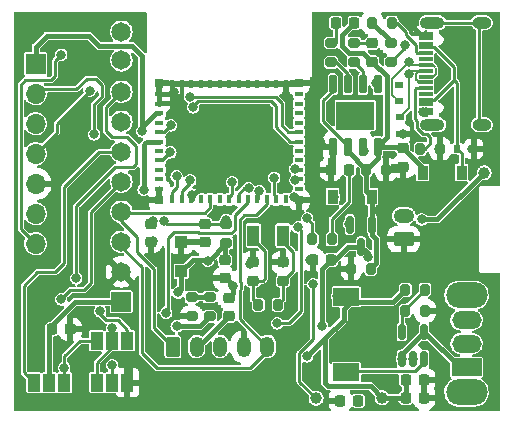
<source format=gtl>
%TF.GenerationSoftware,KiCad,Pcbnew,(6.0.2)*%
%TF.CreationDate,2022-03-15T02:09:26-04:00*%
%TF.ProjectId,ferrous_slime,66657272-6f75-4735-9f73-6c696d652e6b,v0.0.1*%
%TF.SameCoordinates,Original*%
%TF.FileFunction,Copper,L1,Top*%
%TF.FilePolarity,Positive*%
%FSLAX46Y46*%
G04 Gerber Fmt 4.6, Leading zero omitted, Abs format (unit mm)*
G04 Created by KiCad (PCBNEW (6.0.2)) date 2022-03-15 02:09:26*
%MOMM*%
%LPD*%
G01*
G04 APERTURE LIST*
G04 Aperture macros list*
%AMRoundRect*
0 Rectangle with rounded corners*
0 $1 Rounding radius*
0 $2 $3 $4 $5 $6 $7 $8 $9 X,Y pos of 4 corners*
0 Add a 4 corners polygon primitive as box body*
4,1,4,$2,$3,$4,$5,$6,$7,$8,$9,$2,$3,0*
0 Add four circle primitives for the rounded corners*
1,1,$1+$1,$2,$3*
1,1,$1+$1,$4,$5*
1,1,$1+$1,$6,$7*
1,1,$1+$1,$8,$9*
0 Add four rect primitives between the rounded corners*
20,1,$1+$1,$2,$3,$4,$5,0*
20,1,$1+$1,$4,$5,$6,$7,0*
20,1,$1+$1,$6,$7,$8,$9,0*
20,1,$1+$1,$8,$9,$2,$3,0*%
%AMFreePoly0*
4,1,6,0.725000,-0.725000,-0.725000,-0.725000,-0.725000,0.125000,-0.125000,0.725000,0.725000,0.725000,0.725000,-0.725000,0.725000,-0.725000,$1*%
G04 Aperture macros list end*
%TA.AperFunction,ComponentPad*%
%ADD10RoundRect,0.250000X-0.350000X-0.625000X0.350000X-0.625000X0.350000X0.625000X-0.350000X0.625000X0*%
%TD*%
%TA.AperFunction,ComponentPad*%
%ADD11O,1.200000X1.750000*%
%TD*%
%TA.AperFunction,SMDPad,CuDef*%
%ADD12RoundRect,0.200000X-0.200000X-0.275000X0.200000X-0.275000X0.200000X0.275000X-0.200000X0.275000X0*%
%TD*%
%TA.AperFunction,SMDPad,CuDef*%
%ADD13RoundRect,0.225000X0.225000X0.250000X-0.225000X0.250000X-0.225000X-0.250000X0.225000X-0.250000X0*%
%TD*%
%TA.AperFunction,SMDPad,CuDef*%
%ADD14RoundRect,0.200000X-0.275000X0.200000X-0.275000X-0.200000X0.275000X-0.200000X0.275000X0.200000X0*%
%TD*%
%TA.AperFunction,SMDPad,CuDef*%
%ADD15RoundRect,0.225000X-0.250000X0.225000X-0.250000X-0.225000X0.250000X-0.225000X0.250000X0.225000X0*%
%TD*%
%TA.AperFunction,SMDPad,CuDef*%
%ADD16C,1.000000*%
%TD*%
%TA.AperFunction,SMDPad,CuDef*%
%ADD17RoundRect,0.200000X0.275000X-0.200000X0.275000X0.200000X-0.275000X0.200000X-0.275000X-0.200000X0*%
%TD*%
%TA.AperFunction,SMDPad,CuDef*%
%ADD18RoundRect,0.218750X-0.218750X-0.256250X0.218750X-0.256250X0.218750X0.256250X-0.218750X0.256250X0*%
%TD*%
%TA.AperFunction,SMDPad,CuDef*%
%ADD19RoundRect,0.150000X-0.150000X0.587500X-0.150000X-0.587500X0.150000X-0.587500X0.150000X0.587500X0*%
%TD*%
%TA.AperFunction,SMDPad,CuDef*%
%ADD20R,0.900000X1.200000*%
%TD*%
%TA.AperFunction,SMDPad,CuDef*%
%ADD21RoundRect,0.200000X0.200000X0.275000X-0.200000X0.275000X-0.200000X-0.275000X0.200000X-0.275000X0*%
%TD*%
%TA.AperFunction,SMDPad,CuDef*%
%ADD22RoundRect,0.225000X-0.225000X-0.250000X0.225000X-0.250000X0.225000X0.250000X-0.225000X0.250000X0*%
%TD*%
%TA.AperFunction,SMDPad,CuDef*%
%ADD23R,1.000000X1.800000*%
%TD*%
%TA.AperFunction,SMDPad,CuDef*%
%ADD24RoundRect,0.150000X0.150000X-0.512500X0.150000X0.512500X-0.150000X0.512500X-0.150000X-0.512500X0*%
%TD*%
%TA.AperFunction,ComponentPad*%
%ADD25RoundRect,0.250000X0.625000X-0.350000X0.625000X0.350000X-0.625000X0.350000X-0.625000X-0.350000X0*%
%TD*%
%TA.AperFunction,ComponentPad*%
%ADD26O,1.750000X1.200000*%
%TD*%
%TA.AperFunction,SMDPad,CuDef*%
%ADD27RoundRect,0.225000X0.250000X-0.225000X0.250000X0.225000X-0.250000X0.225000X-0.250000X-0.225000X0*%
%TD*%
%TA.AperFunction,SMDPad,CuDef*%
%ADD28RoundRect,0.218750X-0.256250X0.218750X-0.256250X-0.218750X0.256250X-0.218750X0.256250X0.218750X0*%
%TD*%
%TA.AperFunction,SMDPad,CuDef*%
%ADD29R,0.700000X0.600000*%
%TD*%
%TA.AperFunction,ComponentPad*%
%ADD30O,3.500000X2.200000*%
%TD*%
%TA.AperFunction,ComponentPad*%
%ADD31R,2.500000X1.500000*%
%TD*%
%TA.AperFunction,ComponentPad*%
%ADD32O,2.500000X1.500000*%
%TD*%
%TA.AperFunction,SMDPad,CuDef*%
%ADD33R,0.800000X0.400000*%
%TD*%
%TA.AperFunction,SMDPad,CuDef*%
%ADD34R,0.400000X0.800000*%
%TD*%
%TA.AperFunction,SMDPad,CuDef*%
%ADD35R,0.700000X0.700000*%
%TD*%
%TA.AperFunction,SMDPad,CuDef*%
%ADD36R,1.450000X1.450000*%
%TD*%
%TA.AperFunction,SMDPad,CuDef*%
%ADD37FreePoly0,0.000000*%
%TD*%
%TA.AperFunction,SMDPad,CuDef*%
%ADD38R,1.000000X1.500000*%
%TD*%
%TA.AperFunction,SMDPad,CuDef*%
%ADD39R,1.150000X0.300000*%
%TD*%
%TA.AperFunction,ComponentPad*%
%ADD40O,2.100000X1.000000*%
%TD*%
%TA.AperFunction,ComponentPad*%
%ADD41O,1.600000X1.000000*%
%TD*%
%TA.AperFunction,ComponentPad*%
%ADD42C,1.651000*%
%TD*%
%TA.AperFunction,ComponentPad*%
%ADD43R,1.651000X1.651000*%
%TD*%
%TA.AperFunction,SMDPad,CuDef*%
%ADD44R,0.600000X0.700000*%
%TD*%
%TA.AperFunction,SMDPad,CuDef*%
%ADD45RoundRect,0.150000X0.150000X-0.650000X0.150000X0.650000X-0.150000X0.650000X-0.150000X-0.650000X0*%
%TD*%
%TA.AperFunction,SMDPad,CuDef*%
%ADD46R,3.200000X2.400000*%
%TD*%
%TA.AperFunction,SMDPad,CuDef*%
%ADD47R,2.200000X1.500000*%
%TD*%
%TA.AperFunction,ComponentPad*%
%ADD48R,1.700000X1.700000*%
%TD*%
%TA.AperFunction,ComponentPad*%
%ADD49O,1.700000X1.700000*%
%TD*%
%TA.AperFunction,SMDPad,CuDef*%
%ADD50R,1.000000X1.000000*%
%TD*%
%TA.AperFunction,ViaPad*%
%ADD51C,0.800000*%
%TD*%
%TA.AperFunction,ViaPad*%
%ADD52C,0.400000*%
%TD*%
%TA.AperFunction,ViaPad*%
%ADD53C,0.600000*%
%TD*%
%TA.AperFunction,Conductor*%
%ADD54C,0.400000*%
%TD*%
%TA.AperFunction,Conductor*%
%ADD55C,0.250000*%
%TD*%
%TA.AperFunction,Conductor*%
%ADD56C,0.254000*%
%TD*%
%TA.AperFunction,Conductor*%
%ADD57C,0.200000*%
%TD*%
G04 APERTURE END LIST*
D10*
X69406008Y-58367000D03*
D11*
X71406008Y-58367000D03*
X73406008Y-58367000D03*
X75406008Y-58367000D03*
X77406008Y-58367000D03*
D12*
X89091000Y-53541000D03*
X90741000Y-53541000D03*
D13*
X85103000Y-62939000D03*
X83553000Y-62939000D03*
D14*
X70993000Y-54166000D03*
X70993000Y-55816000D03*
D12*
X76645000Y-54811000D03*
X78295000Y-54811000D03*
D15*
X73787000Y-51041000D03*
X73787000Y-52591000D03*
D16*
X87122000Y-62685000D03*
D17*
X72517000Y-55816000D03*
X72517000Y-54166000D03*
X82804000Y-34300000D03*
X82804000Y-32650000D03*
D18*
X82778500Y-43381000D03*
X84353500Y-43381000D03*
D16*
X81534000Y-62738000D03*
D18*
X83193500Y-30935000D03*
X84768500Y-30935000D03*
D12*
X81217000Y-49276000D03*
X82867000Y-49276000D03*
D19*
X86294000Y-48031500D03*
X84394000Y-48031500D03*
X85344000Y-49906500D03*
D20*
X82932000Y-45667000D03*
X86232000Y-45667000D03*
D21*
X86169000Y-51763000D03*
X84519000Y-51763000D03*
D13*
X82817000Y-51001000D03*
X81267000Y-51001000D03*
D22*
X59182000Y-56896000D03*
X60732000Y-56896000D03*
D23*
X76220000Y-48968990D03*
X78720000Y-48968990D03*
D24*
X88796622Y-59402865D03*
X89746622Y-59402865D03*
X90696622Y-59402865D03*
X90696622Y-57127865D03*
X88796622Y-57127865D03*
D25*
X88950800Y-49276000D03*
D26*
X88950800Y-47276000D03*
D12*
X89091000Y-55319000D03*
X90741000Y-55319000D03*
D27*
X74168000Y-55766000D03*
X74168000Y-54216000D03*
D17*
X87884000Y-34290008D03*
X87884000Y-32640008D03*
D28*
X86267000Y-32662000D03*
X86267000Y-34237000D03*
D29*
X88552173Y-37611489D03*
X88552173Y-36211489D03*
X88646000Y-38924000D03*
X88646000Y-40324000D03*
D20*
X90552000Y-43635000D03*
X93852000Y-43635000D03*
D30*
X94266004Y-62212986D03*
X94266004Y-54012986D03*
D31*
X94266004Y-60112986D03*
D32*
X94266004Y-58112986D03*
X94266004Y-56112986D03*
D33*
X68268000Y-37004007D03*
X68268000Y-37804007D03*
X68268000Y-38604007D03*
X68268000Y-39404007D03*
X68268000Y-40204007D03*
X68268000Y-41004007D03*
X68268000Y-41804007D03*
X68268000Y-42604007D03*
X68268000Y-43404007D03*
X68268000Y-44204007D03*
X68268000Y-45004007D03*
D34*
X69368000Y-45904007D03*
X70168000Y-45904007D03*
X70968000Y-45904007D03*
X71768000Y-45904007D03*
X72568000Y-45904007D03*
X73368000Y-45904007D03*
X74168000Y-45904007D03*
X74968000Y-45904007D03*
X75768000Y-45904007D03*
X76568000Y-45904007D03*
X77368000Y-45904007D03*
X78168000Y-45904007D03*
X78968000Y-45904007D03*
D33*
X80068000Y-45004007D03*
X80068000Y-44204007D03*
X80068000Y-43404007D03*
X80068000Y-42604007D03*
X80068000Y-41804007D03*
X80068000Y-41004007D03*
X80068000Y-40204007D03*
X80068000Y-39404007D03*
X80068000Y-38604007D03*
X80068000Y-37804007D03*
X80068000Y-37004007D03*
D34*
X74968000Y-36104007D03*
X73368000Y-36104007D03*
D35*
X68218000Y-45954007D03*
D36*
X76143000Y-42979007D03*
X74168000Y-41004007D03*
D34*
X74168000Y-36104007D03*
X70968000Y-36104007D03*
D36*
X74168000Y-42979007D03*
X76143000Y-39029007D03*
D35*
X80118000Y-36054007D03*
D37*
X72193000Y-39029007D03*
D35*
X80118000Y-45954007D03*
D34*
X76568000Y-36104007D03*
D35*
X68218000Y-36054007D03*
D36*
X72193000Y-42979007D03*
X76143000Y-41004007D03*
X72193000Y-41054007D03*
X74168000Y-39029007D03*
D34*
X78968000Y-36104007D03*
X70168000Y-36104007D03*
X69368000Y-36104007D03*
X78168000Y-36104007D03*
X75768000Y-36104007D03*
X71768000Y-36104007D03*
X72568000Y-36104007D03*
X77368000Y-36104007D03*
D38*
X57628000Y-61415000D03*
X58928000Y-61415000D03*
X60228000Y-61415000D03*
D39*
X90818000Y-38602990D03*
X90818000Y-37802990D03*
X90818000Y-36502990D03*
X90818000Y-35502990D03*
X90818000Y-35002990D03*
X90818000Y-34002990D03*
X90818000Y-32702990D03*
X90818000Y-31902990D03*
X90818000Y-32202990D03*
X90818000Y-33002990D03*
X90818000Y-33502990D03*
X90818000Y-34502990D03*
X90818000Y-36002990D03*
X90818000Y-37002990D03*
X90818000Y-37502990D03*
X90818000Y-38302990D03*
D40*
X91383000Y-39572990D03*
X91383000Y-30932990D03*
D41*
X95563000Y-30932990D03*
X95563000Y-39572990D03*
D42*
X65038460Y-31707462D03*
X65038460Y-34120462D03*
D43*
X65038460Y-54567462D03*
D42*
X65038460Y-52027462D03*
X65038460Y-49487462D03*
X65038460Y-46947462D03*
X65038460Y-44407462D03*
X65038460Y-41867462D03*
X65038460Y-39327462D03*
X65038460Y-36787462D03*
D16*
X95758000Y-43635000D03*
D22*
X89128000Y-62685000D03*
X90678000Y-62685000D03*
D44*
X93471999Y-41603000D03*
X94871999Y-41603000D03*
D17*
X73914000Y-49593000D03*
X73914000Y-47943000D03*
D45*
X82931000Y-41458990D03*
X84201000Y-41458990D03*
X85471000Y-41458990D03*
X86741000Y-41458990D03*
X86741000Y-36158990D03*
X85471000Y-36158990D03*
X84201000Y-36158990D03*
X82931000Y-36158990D03*
D46*
X84836000Y-38808990D03*
D21*
X87947000Y-30935000D03*
X86297000Y-30935000D03*
D38*
X62962000Y-57859000D03*
X64262000Y-57859000D03*
X65562000Y-57859000D03*
D17*
X84743000Y-34300000D03*
X84743000Y-32650000D03*
D22*
X89128000Y-61161000D03*
X90678000Y-61161000D03*
D38*
X62962000Y-61415000D03*
X64262000Y-61415000D03*
X65562000Y-61415000D03*
D15*
X67513200Y-47942200D03*
X67513200Y-49492200D03*
D27*
X76200000Y-52792000D03*
X76200000Y-51242000D03*
D15*
X72136000Y-47993000D03*
X72136000Y-49543000D03*
D21*
X87439000Y-43381000D03*
X85789000Y-43381000D03*
D47*
X84074000Y-60550990D03*
X84074000Y-54150990D03*
D48*
X57785000Y-34417000D03*
D49*
X57785000Y-36957000D03*
X57785000Y-39497000D03*
X57785000Y-42037000D03*
X57785000Y-44577000D03*
X57785000Y-47117000D03*
X57785000Y-49657000D03*
D27*
X78740000Y-52792000D03*
X78740000Y-51242000D03*
D12*
X90361000Y-41603000D03*
X92011000Y-41603000D03*
D15*
X88900000Y-41590000D03*
X88900000Y-43140000D03*
D50*
X70104000Y-51997000D03*
X70104000Y-49497000D03*
D51*
X86614000Y-36068000D03*
X69723000Y-56642000D03*
X90474800Y-47599600D03*
X82042000Y-56642000D03*
X85887500Y-50761500D03*
D52*
X56896000Y-51943000D03*
D51*
X88880000Y-43160000D03*
D52*
X94234000Y-40386000D03*
X61849000Y-46736000D03*
X87757000Y-61341000D03*
D51*
X89741798Y-59426012D03*
D52*
X59182000Y-53213000D03*
X85344000Y-31877000D03*
X81407000Y-41910000D03*
D51*
X78994000Y-37084000D03*
D52*
X69342000Y-43053000D03*
X73533000Y-62865000D03*
X66040000Y-56261000D03*
X74549000Y-51816000D03*
D51*
X83566000Y-62992000D03*
X88900000Y-40386000D03*
D52*
X66675000Y-30607000D03*
D51*
X90932000Y-55372000D03*
D52*
X70358000Y-40894000D03*
X60579000Y-37084000D03*
X63881000Y-35941000D03*
X57023000Y-40767000D03*
D51*
X69485181Y-36813819D03*
D52*
X59309000Y-41529000D03*
D51*
X75895200Y-51358800D03*
D52*
X94361000Y-38735000D03*
X57023000Y-32258000D03*
X69342000Y-40767000D03*
X62230000Y-44196000D03*
X86995000Y-33401000D03*
X96012000Y-60960000D03*
X60452000Y-40132000D03*
X65969500Y-35020471D03*
X63754000Y-50292000D03*
D53*
X88559889Y-36207501D03*
D52*
X93980000Y-32639000D03*
D51*
X87630000Y-43434000D03*
D52*
X71882000Y-52451000D03*
X77851000Y-46990000D03*
X61849000Y-49276000D03*
X63881000Y-47879000D03*
X96012000Y-55372000D03*
D51*
X70993000Y-55753000D03*
D52*
X67310000Y-55753000D03*
X87376000Y-53467000D03*
X60706000Y-33020000D03*
X73025000Y-44831000D03*
D51*
X90678000Y-61214000D03*
X73168565Y-39982906D03*
X71041498Y-45567600D03*
X81889600Y-40944800D03*
X87849000Y-32673000D03*
D52*
X92329000Y-35052000D03*
X69850000Y-62865000D03*
X81661000Y-36449000D03*
D51*
X67691000Y-49403000D03*
X90590506Y-38536701D03*
D52*
X84074000Y-57277000D03*
D51*
X84328000Y-51816000D03*
D52*
X73025000Y-46990000D03*
X61595000Y-61722000D03*
D51*
X66040000Y-45720000D03*
X91948000Y-41656000D03*
D52*
X57531000Y-57531000D03*
X94361000Y-35814000D03*
X72390000Y-59690000D03*
D51*
X74532500Y-53213000D03*
X75189612Y-42020518D03*
X73168565Y-41970820D03*
D52*
X63500000Y-31877000D03*
X93472000Y-48260000D03*
D51*
X85598000Y-41783000D03*
D52*
X92837000Y-40259000D03*
X87503000Y-51943000D03*
D51*
X81026000Y-51054000D03*
D52*
X78105000Y-41529000D03*
X82042000Y-48514000D03*
X73279000Y-54991000D03*
X81661000Y-44958000D03*
D51*
X90576400Y-45516800D03*
D52*
X67310000Y-53086000D03*
X85090000Y-44323000D03*
X77851000Y-60071000D03*
X57531000Y-54102000D03*
X96139000Y-37846000D03*
X68326000Y-53086000D03*
X77089000Y-56896000D03*
X96139000Y-33020000D03*
D51*
X78740000Y-51308000D03*
D52*
X83693000Y-44323000D03*
X81788000Y-32258000D03*
X60833000Y-42037000D03*
X77343000Y-62865000D03*
D51*
X60960000Y-56896000D03*
D52*
X85344000Y-47498000D03*
D51*
X75139914Y-39982906D03*
X94742000Y-41656000D03*
D52*
X92456000Y-55372000D03*
D51*
X88646000Y-44958000D03*
X79694502Y-45730509D03*
D52*
X62230000Y-34290000D03*
X85979000Y-63119000D03*
X92710000Y-37592000D03*
X66167000Y-38481000D03*
D51*
X89154000Y-30734000D03*
D52*
X92456000Y-51816000D03*
X68453000Y-50546000D03*
X66294000Y-32258000D03*
X79756000Y-49276000D03*
D51*
X72136000Y-49543000D03*
X65786000Y-59944000D03*
X72364000Y-51080000D03*
X69850000Y-53782000D03*
X84533000Y-54151000D03*
X80772000Y-59182000D03*
X67755097Y-47752000D03*
X66802000Y-40132000D03*
X83312000Y-54102000D03*
X73818500Y-49688500D03*
X69723000Y-43942000D03*
X76220000Y-48969000D03*
X70866000Y-44297600D03*
X78740000Y-48768000D03*
X85090000Y-62992000D03*
X88796622Y-59402865D03*
X83058000Y-45720000D03*
X84328000Y-48006000D03*
X89408000Y-35255200D03*
X79781400Y-44272200D03*
X79756000Y-43332400D03*
X89408000Y-34239200D03*
X80010000Y-48260000D03*
X76729904Y-45211989D03*
X78232000Y-56388000D03*
X60198000Y-60147200D03*
X68834000Y-55499000D03*
X64262000Y-56785500D03*
X59944000Y-54356000D03*
X64262000Y-59944000D03*
X61214000Y-52578000D03*
X63246000Y-55372000D03*
X80772000Y-47498000D03*
X75819000Y-44958000D03*
X66929000Y-45085000D03*
X70993000Y-54166000D03*
X69215000Y-39624000D03*
X62738000Y-40386000D03*
X74422000Y-44450000D03*
X62357000Y-36703000D03*
X77978000Y-44069000D03*
X71120530Y-38101855D03*
X69194502Y-41910000D03*
X81280000Y-53086000D03*
X68681600Y-47752000D03*
X73914000Y-47625000D03*
X89019069Y-32790431D03*
X70866000Y-37211000D03*
X59944000Y-33655000D03*
D54*
X84205500Y-49906500D02*
X83111000Y-51001000D01*
X91793400Y-47599600D02*
X95758000Y-43635000D01*
X82042000Y-51776000D02*
X82817000Y-51001000D01*
X69723000Y-56642000D02*
X71691000Y-56642000D01*
X85887500Y-50450000D02*
X85344000Y-49906500D01*
X91793400Y-47599600D02*
X90474800Y-47599600D01*
X82042000Y-56642000D02*
X82042000Y-51776000D01*
X85887500Y-50761500D02*
X85887500Y-50450000D01*
X85344000Y-49906500D02*
X84205500Y-49906500D01*
X83111000Y-51001000D02*
X82817000Y-51001000D01*
X71691000Y-56642000D02*
X72517000Y-55816000D01*
X90818000Y-31903000D02*
X90323000Y-31903000D01*
X78968000Y-37058000D02*
X78994000Y-37084000D01*
X79694502Y-45730509D02*
X79894502Y-45730509D01*
X68268000Y-37004000D02*
X68268000Y-37804000D01*
X82931000Y-41459000D02*
X82931000Y-43228500D01*
X74532500Y-53213000D02*
X74532500Y-53851500D01*
X82403790Y-41458990D02*
X81889600Y-40944800D01*
X71041498Y-45567600D02*
X71041498Y-45830509D01*
X69368000Y-36729000D02*
X69469000Y-36830000D01*
X74532500Y-53851500D02*
X74168000Y-54216000D01*
X87849000Y-32487000D02*
X86297000Y-30935000D01*
X69318000Y-36054000D02*
X69368000Y-36104000D01*
X66274007Y-45954007D02*
X68218000Y-45954007D01*
X68218000Y-45954000D02*
X68218000Y-45054000D01*
X71431602Y-45177496D02*
X71560904Y-45177496D01*
X68326000Y-36322000D02*
X68268000Y-36380000D01*
X88606000Y-43434000D02*
X88880000Y-43160000D01*
X68268000Y-36645000D02*
X68268000Y-37004000D01*
X69469000Y-36830000D02*
X69485181Y-36813819D01*
X71041498Y-45567600D02*
X71431602Y-45177496D01*
X90323000Y-31903000D02*
X89154000Y-30734000D01*
X71560904Y-45177496D02*
X72193000Y-44545400D01*
X82931000Y-41458990D02*
X82403790Y-41458990D01*
X72193000Y-44545400D02*
X72193000Y-42979007D01*
X69368000Y-36104007D02*
X69368000Y-36729000D01*
X76164000Y-36104000D02*
X79974000Y-36104000D01*
X72136000Y-49543000D02*
X70150000Y-49543000D01*
X78968000Y-36104007D02*
X78968000Y-37058000D01*
X66040000Y-45720000D02*
X66274007Y-45954007D01*
X68218000Y-45054000D02*
X68268000Y-45004000D01*
X65786000Y-59944000D02*
X65786000Y-61191000D01*
X90678000Y-62685000D02*
X90678000Y-61214000D01*
X68218000Y-36054000D02*
X69318000Y-36054000D01*
X73910500Y-52591000D02*
X74532500Y-53213000D01*
X87630000Y-43434000D02*
X88606000Y-43434000D01*
X69368000Y-36104000D02*
X76164000Y-36104000D01*
X79894502Y-45730509D02*
X80118000Y-45954007D01*
X89204800Y-45516800D02*
X88646000Y-44958000D01*
X75895200Y-51358800D02*
X76173877Y-51358800D01*
X71041498Y-45830509D02*
X70968000Y-45904007D01*
X76012000Y-51242000D02*
X75895200Y-51358800D01*
X90576400Y-45516800D02*
X89204800Y-45516800D01*
X68268000Y-36380000D02*
X68268000Y-36645000D01*
X82550000Y-61722000D02*
X82296000Y-61468000D01*
X83870800Y-56083200D02*
X83870800Y-55168800D01*
X62265489Y-32039489D02*
X58709489Y-32039489D01*
X58709489Y-32039489D02*
X57785000Y-32963978D01*
X72364000Y-51001000D02*
X71100000Y-51001000D01*
X71567000Y-58367000D02*
X74168000Y-55766000D01*
X70104000Y-53528000D02*
X69850000Y-53782000D01*
X58928000Y-56769000D02*
X61129528Y-54567472D01*
X88072800Y-54559200D02*
X84941200Y-54559200D01*
X58928000Y-61415000D02*
X58928000Y-56769000D01*
X65913000Y-32893000D02*
X63119000Y-32893000D01*
X87122000Y-62685000D02*
X86159000Y-61722000D01*
X61129528Y-54567472D02*
X65038460Y-54567472D01*
X71100000Y-51001000D02*
X70104000Y-51997000D01*
X82296000Y-61468000D02*
X82296000Y-57658000D01*
X89091000Y-53541000D02*
X88072800Y-54559200D01*
X89128000Y-62685000D02*
X87122000Y-62685000D01*
X89128000Y-61161000D02*
X89128000Y-62685000D01*
X66802000Y-33782000D02*
X65913000Y-32893000D01*
X84533000Y-54506600D02*
X83870800Y-55168800D01*
X72506000Y-51001000D02*
X73818500Y-49688500D01*
X67945492Y-38604000D02*
X68268000Y-38604000D01*
X82296000Y-57658000D02*
X80772000Y-59182000D01*
X73818500Y-49688500D02*
X73818500Y-50691500D01*
X82296000Y-57658000D02*
X83870800Y-56083200D01*
X63119000Y-32893000D02*
X62265489Y-32039489D01*
X86159000Y-61722000D02*
X82550000Y-61722000D01*
X57785000Y-32963978D02*
X57785000Y-34417000D01*
X66802000Y-40132000D02*
X66802000Y-33782000D01*
X66932507Y-39616985D02*
X67945492Y-38604000D01*
X66802000Y-39616985D02*
X66932507Y-39616985D01*
X70104000Y-51997000D02*
X70104000Y-53528000D01*
D55*
X69723000Y-44883000D02*
X69368000Y-45238000D01*
X77216000Y-50292000D02*
X77216000Y-52578000D01*
X69723000Y-43942000D02*
X69723000Y-44883000D01*
X76200000Y-54366000D02*
X76645000Y-54811000D01*
X76200000Y-52792000D02*
X76200000Y-54366000D01*
X77216000Y-52578000D02*
X77002000Y-52792000D01*
X69368000Y-45238000D02*
X69368000Y-45904000D01*
X76220000Y-49296000D02*
X77216000Y-50292000D01*
X77002000Y-52792000D02*
X76200000Y-52792000D01*
D56*
X82143600Y-39300937D02*
X84201000Y-41358337D01*
D54*
X85789000Y-43381000D02*
X85789000Y-45224000D01*
X85789000Y-43381000D02*
X86741000Y-42429000D01*
X86294000Y-48031500D02*
X86294000Y-48956000D01*
X86232000Y-45667000D02*
X86232000Y-47969500D01*
X88900000Y-41590000D02*
X90552000Y-43242000D01*
X86614000Y-49276000D02*
X86614000Y-51318000D01*
X83731868Y-31971632D02*
X84768500Y-30935000D01*
X85789000Y-45224000D02*
X86232000Y-45667000D01*
X87544969Y-35489068D02*
X87544969Y-40655031D01*
X83731868Y-32931868D02*
X83731868Y-31971632D01*
X85789000Y-43381000D02*
X84201000Y-41793000D01*
X86741000Y-42429000D02*
X86741000Y-41459000D01*
D56*
X82931000Y-36703000D02*
X82143600Y-37490400D01*
D54*
X86267000Y-34237000D02*
X85538649Y-33508649D01*
D56*
X82143600Y-37490400D02*
X82143600Y-39300937D01*
D54*
X84308649Y-33508649D02*
X83731868Y-32931868D01*
X87544969Y-40655031D02*
X86741000Y-41459000D01*
X85538649Y-33508649D02*
X84308649Y-33508649D01*
X86614000Y-51318000D02*
X86169000Y-51763000D01*
X86294000Y-48956000D02*
X86614000Y-49276000D01*
X86292901Y-34237000D02*
X87544969Y-35489068D01*
X86741000Y-41459000D02*
X88769000Y-41459000D01*
D55*
X78740000Y-52792000D02*
X78740000Y-54366000D01*
X78740000Y-54366000D02*
X78295000Y-54811000D01*
X70168000Y-45198800D02*
X70168000Y-45904000D01*
X79552800Y-50342800D02*
X79552800Y-51979200D01*
X70866000Y-44500800D02*
X70168000Y-45198800D01*
X78720000Y-49510000D02*
X79552800Y-50342800D01*
X79552800Y-51979200D02*
X78740000Y-52792000D01*
X70866000Y-44297600D02*
X70866000Y-44500800D01*
X90932000Y-40386000D02*
X91186000Y-40640000D01*
X90081480Y-39261711D02*
X90081480Y-39884289D01*
X90081480Y-39884289D02*
X90583191Y-40386000D01*
X89938995Y-36557005D02*
X89938995Y-39119226D01*
X91186000Y-40640000D02*
X91186000Y-41148000D01*
X91186000Y-41148000D02*
X90731000Y-41603000D01*
X89938995Y-39119226D02*
X90081480Y-39261711D01*
X90818000Y-36503000D02*
X89993000Y-36503000D01*
X90583191Y-40386000D02*
X90932000Y-40386000D01*
X89993000Y-36503000D02*
X89938995Y-36557005D01*
X90731000Y-41603000D02*
X90361000Y-41603000D01*
D54*
X90685221Y-57127865D02*
X88796622Y-59016464D01*
X90696622Y-57127865D02*
X93681753Y-60112996D01*
D55*
X83193500Y-30935000D02*
X83193500Y-32624500D01*
X84743000Y-32650000D02*
X86255000Y-32650000D01*
X82867000Y-47573000D02*
X82867000Y-49276000D01*
X84353500Y-43381000D02*
X84353500Y-46086500D01*
X84353500Y-46086500D02*
X82867000Y-47573000D01*
D57*
X89660210Y-35002990D02*
X90818000Y-35002990D01*
X89408000Y-35255200D02*
X89660210Y-35002990D01*
X90053197Y-35814715D02*
X90246607Y-36008125D01*
X90250187Y-35008125D02*
X90002397Y-35255915D01*
X89408000Y-35255200D02*
X89408000Y-38162000D01*
X90002397Y-35255915D02*
X90002397Y-35763915D01*
X89408000Y-38162000D02*
X88646000Y-38924000D01*
X90827597Y-35008125D02*
X90250187Y-35008125D01*
X90827597Y-36008125D02*
X90246607Y-36008125D01*
X87975662Y-37034978D02*
X88552173Y-37611489D01*
X91398990Y-34502990D02*
X91592400Y-34696400D01*
X91395410Y-35502990D02*
X91643200Y-35255200D01*
X87975662Y-35671538D02*
X87975662Y-37034978D01*
X90818000Y-34502990D02*
X91398990Y-34502990D01*
X89408000Y-34239200D02*
X89671790Y-34502990D01*
X89671790Y-34502990D02*
X90818000Y-34502990D01*
X90818000Y-35502990D02*
X91395410Y-35502990D01*
X89408000Y-34239200D02*
X87975662Y-35671538D01*
X91643200Y-35255200D02*
X91643200Y-34747200D01*
D55*
X93218000Y-35814000D02*
X93471999Y-36067999D01*
X91546022Y-33003000D02*
X93218000Y-34674978D01*
X90564000Y-33003000D02*
X91546022Y-33003000D01*
X93471999Y-36067999D02*
X93471999Y-41603000D01*
X91529000Y-37503000D02*
X93218000Y-35814000D01*
X91529000Y-37503000D02*
X90564000Y-37503000D01*
X93218000Y-34674978D02*
X93218000Y-35814000D01*
X93852000Y-43635000D02*
X93852000Y-41983001D01*
X93852000Y-41983001D02*
X93471999Y-41603000D01*
X65038460Y-46947462D02*
X65038460Y-47766460D01*
X72568000Y-45904007D02*
X72568000Y-46558000D01*
X66395600Y-49123600D02*
X66395600Y-50393600D01*
X66395600Y-50393600D02*
X67818000Y-51816000D01*
X72085200Y-47040800D02*
X65131798Y-47040800D01*
X65038460Y-47766460D02*
X66395600Y-49123600D01*
X67818000Y-56778992D02*
X69406008Y-58367000D01*
X67818000Y-51816000D02*
X67818000Y-56778992D01*
X72568000Y-46558000D02*
X72085200Y-47040800D01*
X80010000Y-48260000D02*
X80264000Y-48514000D01*
X80264000Y-55372000D02*
X79248000Y-56388000D01*
X80264000Y-48514000D02*
X80264000Y-55372000D01*
X76568000Y-45904007D02*
X76568000Y-45373893D01*
X79248000Y-56388000D02*
X78232000Y-56388000D01*
X76568000Y-45373893D02*
X76729904Y-45211989D01*
X76581000Y-45360893D02*
X76581000Y-45891007D01*
X77406008Y-58737992D02*
X75946000Y-60198000D01*
X77368000Y-46330000D02*
X76454000Y-47244000D01*
X75057000Y-53609877D02*
X75057000Y-56017992D01*
X75184011Y-53482866D02*
X75057000Y-53609877D01*
X75057000Y-52816123D02*
X75184011Y-52943134D01*
X66802000Y-51663600D02*
X65038460Y-49900060D01*
X66802000Y-58928000D02*
X66802000Y-51663600D01*
X75057000Y-47625000D02*
X75057000Y-52816123D01*
X75184011Y-52943134D02*
X75184011Y-53482866D01*
X75946000Y-60198000D02*
X68072000Y-60198000D01*
X77368000Y-45904007D02*
X77368000Y-46330000D01*
X76454000Y-47244000D02*
X75438000Y-47244000D01*
X75438000Y-47244000D02*
X75057000Y-47625000D01*
X68072000Y-60198000D02*
X66802000Y-58928000D01*
X75057000Y-56017992D02*
X77406008Y-58367000D01*
X57912000Y-52070000D02*
X56769000Y-53213000D01*
X63161538Y-41867462D02*
X60198000Y-44831000D01*
X56769000Y-60556000D02*
X57628000Y-61415000D01*
X59436000Y-52070000D02*
X57912000Y-52070000D01*
X56769000Y-53213000D02*
X56769000Y-60556000D01*
X60198000Y-51308000D02*
X59436000Y-52070000D01*
X60198000Y-44831000D02*
X60198000Y-51308000D01*
X65038460Y-41867462D02*
X63161538Y-41867462D01*
X61521000Y-57859000D02*
X62962000Y-57859000D01*
X60228000Y-59152000D02*
X61521000Y-57859000D01*
X60228000Y-61415000D02*
X60228000Y-59152000D01*
X74640520Y-48468960D02*
X74640520Y-47231480D01*
X74341480Y-48768000D02*
X74640520Y-48468960D01*
X64262000Y-56785500D02*
X64262000Y-57859000D01*
X71628000Y-48768000D02*
X74341480Y-48768000D01*
X64262000Y-58420000D02*
X62962000Y-59720000D01*
X68834000Y-55499000D02*
X68961000Y-55372000D01*
X68961000Y-49149000D02*
X69469000Y-48641000D01*
X69469000Y-48641000D02*
X71501000Y-48641000D01*
X74640520Y-47231480D02*
X75768000Y-46104000D01*
X71501000Y-48641000D02*
X71628000Y-48768000D01*
X68961000Y-55372000D02*
X68961000Y-49149000D01*
X62962000Y-59720000D02*
X62962000Y-61415000D01*
X64262000Y-59944000D02*
X64262000Y-61415000D01*
X62484000Y-52959000D02*
X62484000Y-46961932D01*
X61849000Y-53594000D02*
X62484000Y-52959000D01*
X60706000Y-53594000D02*
X61849000Y-53594000D01*
X59944000Y-54356000D02*
X60706000Y-53594000D01*
X62484000Y-46961932D02*
X65038460Y-44407472D01*
X61214000Y-46482000D02*
X64516000Y-43180000D01*
X65562000Y-57859000D02*
X65562000Y-56926000D01*
X64516000Y-43180000D02*
X66040000Y-43180000D01*
X64262000Y-40640000D02*
X63754000Y-40132000D01*
X63246000Y-55626000D02*
X63246000Y-55372000D01*
X63754000Y-56134000D02*
X63246000Y-55626000D01*
X64770000Y-56134000D02*
X65562000Y-56926000D01*
X65560057Y-40640000D02*
X64262000Y-40640000D01*
X63754000Y-38071932D02*
X65038460Y-36787472D01*
X66294000Y-42926000D02*
X66294000Y-41373943D01*
X64770000Y-56134000D02*
X63754000Y-56134000D01*
X66040000Y-43180000D02*
X66294000Y-42926000D01*
X63754000Y-40132000D02*
X63754000Y-38071932D01*
X61214000Y-52578000D02*
X61214000Y-46482000D01*
X66294000Y-41373943D02*
X65560057Y-40640000D01*
X89945342Y-60434480D02*
X84190520Y-60434480D01*
X90696622Y-59683200D02*
X89945342Y-60434480D01*
X81217000Y-47943000D02*
X80772000Y-47498000D01*
X81217000Y-49276000D02*
X81217000Y-47943000D01*
X74968000Y-45904007D02*
X74968000Y-45428000D01*
X74968000Y-45428000D02*
X75438000Y-44958000D01*
X75438000Y-44958000D02*
X75819000Y-44958000D01*
D54*
X72517000Y-54166000D02*
X70993000Y-54166000D01*
X66929000Y-41275000D02*
X66929000Y-45085000D01*
X67199993Y-41004007D02*
X67056000Y-41148000D01*
X67056000Y-41148000D02*
X66929000Y-41275000D01*
X68268000Y-41004007D02*
X67199993Y-41004007D01*
D55*
X62738000Y-37846000D02*
X63373000Y-37211000D01*
X62865000Y-35687000D02*
X62103000Y-35687000D01*
X68634993Y-40204007D02*
X68961000Y-39878000D01*
X63373000Y-37211000D02*
X63373000Y-36195000D01*
X68961000Y-39878000D02*
X69215000Y-39624000D01*
X62738000Y-40386000D02*
X62738000Y-37846000D01*
X61214000Y-36576000D02*
X58166000Y-36576000D01*
X63373000Y-36195000D02*
X62865000Y-35687000D01*
X68268000Y-40204007D02*
X68634993Y-40204007D01*
X62103000Y-35687000D02*
X61214000Y-36576000D01*
X74168000Y-45704007D02*
X74422000Y-45450007D01*
X74422000Y-45450007D02*
X74422000Y-44450000D01*
X78168000Y-45704007D02*
X77978000Y-45514007D01*
X62357000Y-36703000D02*
X59563000Y-39497000D01*
X59563000Y-39497000D02*
X59563000Y-40259000D01*
X77978000Y-45514007D02*
X77978000Y-44069000D01*
X59563000Y-40259000D02*
X57785000Y-42037000D01*
X71501000Y-37587520D02*
X71501000Y-37592000D01*
X77719520Y-37587520D02*
X71501000Y-37587520D01*
X77719520Y-37587520D02*
X78105000Y-37973000D01*
X78105000Y-39751000D02*
X78105000Y-37973000D01*
X78105000Y-39751000D02*
X79358007Y-41004007D01*
X80068000Y-41004007D02*
X79358007Y-41004007D01*
X71501000Y-37592000D02*
X71120000Y-37973000D01*
X71120000Y-37973000D02*
X71120000Y-38101325D01*
X71120000Y-38101325D02*
X71120530Y-38101855D01*
X81280000Y-53086000D02*
X81280000Y-57752623D01*
X69194502Y-41910000D02*
X68500495Y-42604007D01*
X80120489Y-61324489D02*
X81534000Y-62738000D01*
X80120489Y-58912134D02*
X80120489Y-61324489D01*
X68922600Y-47993000D02*
X72136000Y-47993000D01*
X68681600Y-47752000D02*
X68922600Y-47993000D01*
X81280000Y-57752623D02*
X80120489Y-58912134D01*
X72136000Y-47993000D02*
X73864000Y-47993000D01*
X90089978Y-33503000D02*
X89991489Y-33404511D01*
X89154000Y-32004000D02*
X89154000Y-31750000D01*
X90564000Y-33503000D02*
X90089978Y-33503000D01*
X89154000Y-31750000D02*
X88339000Y-30935000D01*
X89991489Y-32841489D02*
X89154000Y-32004000D01*
X88339000Y-30935000D02*
X87947000Y-30935000D01*
X89991489Y-33404511D02*
X89991489Y-32841489D01*
X95309000Y-30933000D02*
X95309000Y-39573000D01*
X89019069Y-32790431D02*
X89019069Y-33052931D01*
X89019069Y-33052931D02*
X87849000Y-34223000D01*
X91129000Y-30933000D02*
X95309000Y-30933000D01*
X83219000Y-34300000D02*
X84201000Y-35282000D01*
X84201000Y-35282000D02*
X84201000Y-36159000D01*
X85471000Y-36159000D02*
X85471000Y-35028000D01*
X85471000Y-35028000D02*
X84743000Y-34300000D01*
X89091000Y-55191000D02*
X90741000Y-53541000D01*
X88796622Y-57127865D02*
X88796622Y-55613378D01*
X88796622Y-55613378D02*
X89091000Y-55319000D01*
X56515000Y-36195000D02*
X56515000Y-48387000D01*
X56896000Y-35814000D02*
X56515000Y-36195000D01*
X78105000Y-37211000D02*
X70866000Y-37211000D01*
X59055000Y-35814000D02*
X56896000Y-35814000D01*
X59436000Y-34163000D02*
X59436000Y-35433000D01*
X56515000Y-48387000D02*
X57785000Y-49657000D01*
X59944000Y-33655000D02*
X59436000Y-34163000D01*
X80068000Y-40204007D02*
X79193007Y-40204007D01*
X78613000Y-37719000D02*
X78105000Y-37211000D01*
X78613000Y-39624000D02*
X78613000Y-37719000D01*
X59436000Y-35433000D02*
X59055000Y-35814000D01*
X79193007Y-40204007D02*
X78613000Y-39624000D01*
%TA.AperFunction,Conductor*%
G36*
X76697046Y-43533328D02*
G01*
X71617046Y-43533328D01*
X71617046Y-38453328D01*
X76697046Y-38453328D01*
X76697046Y-43533328D01*
G37*
%TD.AperFunction*%
%TA.AperFunction,Conductor*%
G36*
X61740677Y-30004198D02*
G01*
X67084028Y-30005222D01*
X67152145Y-30025237D01*
X67198628Y-30078902D01*
X67210004Y-30131222D01*
X67210003Y-30680500D01*
X67210001Y-33422655D01*
X67189999Y-33490776D01*
X67136343Y-33537269D01*
X67066069Y-33547372D01*
X67001488Y-33517879D01*
X66994906Y-33511751D01*
X66158581Y-32675427D01*
X66151154Y-32667322D01*
X66133846Y-32646695D01*
X66126760Y-32638250D01*
X66093895Y-32619275D01*
X66084635Y-32613377D01*
X66053543Y-32591606D01*
X66042899Y-32588754D01*
X66039653Y-32587240D01*
X66036285Y-32586014D01*
X66026739Y-32580503D01*
X65989368Y-32573913D01*
X65978644Y-32571536D01*
X65941984Y-32561713D01*
X65931000Y-32562674D01*
X65930999Y-32562674D01*
X65904189Y-32565020D01*
X65893206Y-32565500D01*
X65832008Y-32565500D01*
X65763887Y-32545498D01*
X65717394Y-32491842D01*
X65707290Y-32421568D01*
X65736627Y-32357169D01*
X65786414Y-32299490D01*
X65820967Y-32259460D01*
X65882818Y-32150582D01*
X65910238Y-32102314D01*
X65910239Y-32102313D01*
X65913281Y-32096957D01*
X65919963Y-32076872D01*
X65963799Y-31945096D01*
X65972274Y-31919619D01*
X65984618Y-31821909D01*
X65995256Y-31737703D01*
X65995257Y-31737694D01*
X65995698Y-31734200D01*
X65996071Y-31707462D01*
X65977833Y-31521461D01*
X65973879Y-31508363D01*
X65925596Y-31348445D01*
X65923815Y-31342545D01*
X65836075Y-31177528D01*
X65796039Y-31128439D01*
X65721848Y-31037472D01*
X65721845Y-31037469D01*
X65717953Y-31032697D01*
X65713204Y-31028768D01*
X65578699Y-30917496D01*
X65578696Y-30917494D01*
X65573949Y-30913567D01*
X65409549Y-30824676D01*
X65320281Y-30797043D01*
X65236901Y-30771232D01*
X65236898Y-30771231D01*
X65231014Y-30769410D01*
X65224889Y-30768766D01*
X65224888Y-30768766D01*
X65051273Y-30750518D01*
X65051272Y-30750518D01*
X65045145Y-30749874D01*
X64926547Y-30760668D01*
X64865163Y-30766254D01*
X64865162Y-30766254D01*
X64859022Y-30766813D01*
X64853108Y-30768554D01*
X64853106Y-30768554D01*
X64804628Y-30782822D01*
X64679733Y-30819581D01*
X64674268Y-30822438D01*
X64538766Y-30893276D01*
X64514107Y-30906167D01*
X64368455Y-31023275D01*
X64248322Y-31166443D01*
X64245359Y-31171832D01*
X64245356Y-31171837D01*
X64184658Y-31282248D01*
X64158286Y-31330219D01*
X64156425Y-31336086D01*
X64156424Y-31336088D01*
X64137017Y-31397266D01*
X64101775Y-31508363D01*
X64080942Y-31694092D01*
X64081458Y-31700236D01*
X64096050Y-31874004D01*
X64096581Y-31880329D01*
X64148096Y-32059982D01*
X64167121Y-32097000D01*
X64221478Y-32202768D01*
X64233524Y-32226208D01*
X64237347Y-32231032D01*
X64237350Y-32231036D01*
X64270263Y-32272561D01*
X64315520Y-32329660D01*
X64340546Y-32361235D01*
X64367184Y-32427045D01*
X64354014Y-32496809D01*
X64305217Y-32548378D01*
X64241801Y-32565500D01*
X63306846Y-32565500D01*
X63238725Y-32545498D01*
X63217751Y-32528596D01*
X62511070Y-31821916D01*
X62503643Y-31813811D01*
X62499536Y-31808916D01*
X62479249Y-31784739D01*
X62446384Y-31765764D01*
X62437119Y-31759863D01*
X62406032Y-31738095D01*
X62395388Y-31735243D01*
X62392142Y-31733729D01*
X62388774Y-31732503D01*
X62379228Y-31726992D01*
X62341857Y-31720402D01*
X62331133Y-31718025D01*
X62294473Y-31708202D01*
X62283489Y-31709163D01*
X62283488Y-31709163D01*
X62256678Y-31711509D01*
X62245695Y-31711989D01*
X58729283Y-31711989D01*
X58718300Y-31711509D01*
X58691490Y-31709163D01*
X58691489Y-31709163D01*
X58680505Y-31708202D01*
X58643845Y-31718025D01*
X58633121Y-31720402D01*
X58595750Y-31726992D01*
X58586204Y-31732503D01*
X58582836Y-31733729D01*
X58579590Y-31735243D01*
X58568946Y-31738095D01*
X58559919Y-31744416D01*
X58559915Y-31744418D01*
X58537856Y-31759863D01*
X58528591Y-31765766D01*
X58495729Y-31784739D01*
X58475442Y-31808916D01*
X58471340Y-31813805D01*
X58463914Y-31821909D01*
X57567427Y-32718397D01*
X57559323Y-32725823D01*
X57530250Y-32750218D01*
X57524737Y-32759767D01*
X57511275Y-32783084D01*
X57505377Y-32792343D01*
X57483606Y-32823435D01*
X57480754Y-32834079D01*
X57479240Y-32837325D01*
X57478014Y-32840693D01*
X57472503Y-32850239D01*
X57470589Y-32861095D01*
X57465913Y-32887611D01*
X57463536Y-32898334D01*
X57453713Y-32934994D01*
X57454674Y-32945977D01*
X57457020Y-32972789D01*
X57457500Y-32983772D01*
X57457500Y-33313500D01*
X57437498Y-33381621D01*
X57383842Y-33428114D01*
X57331500Y-33439500D01*
X56922442Y-33439500D01*
X56916382Y-33440706D01*
X56916377Y-33440706D01*
X56897422Y-33444477D01*
X56885252Y-33446898D01*
X56843078Y-33475078D01*
X56836185Y-33485394D01*
X56824400Y-33503032D01*
X56814898Y-33517252D01*
X56812477Y-33529422D01*
X56810052Y-33541614D01*
X56807500Y-33554442D01*
X56807500Y-35279558D01*
X56814898Y-35316748D01*
X56821791Y-35327065D01*
X56821792Y-35327066D01*
X56833336Y-35344342D01*
X56843078Y-35358922D01*
X56853394Y-35365815D01*
X56854258Y-35366679D01*
X56888284Y-35428991D01*
X56883219Y-35499806D01*
X56840672Y-35556642D01*
X56813382Y-35572182D01*
X56809644Y-35573730D01*
X56797479Y-35576150D01*
X56787165Y-35583042D01*
X56787164Y-35583042D01*
X56724273Y-35625064D01*
X56713957Y-35631957D01*
X56707065Y-35642272D01*
X56707063Y-35642274D01*
X56706759Y-35642729D01*
X56691089Y-35661822D01*
X56362822Y-35990089D01*
X56343729Y-36005759D01*
X56343274Y-36006063D01*
X56343272Y-36006065D01*
X56332957Y-36012957D01*
X56277150Y-36096479D01*
X56277150Y-36096480D01*
X56272694Y-36118878D01*
X56272694Y-36118879D01*
X56267957Y-36142694D01*
X56257552Y-36195000D01*
X56259973Y-36207170D01*
X56260079Y-36207703D01*
X56262500Y-36232286D01*
X56262500Y-48349714D01*
X56260079Y-48374296D01*
X56257552Y-48387000D01*
X56272913Y-48464221D01*
X56277150Y-48485521D01*
X56284045Y-48495840D01*
X56320474Y-48550360D01*
X56332957Y-48569043D01*
X56343272Y-48575935D01*
X56343274Y-48575937D01*
X56343729Y-48576241D01*
X56362822Y-48591911D01*
X56871625Y-49100714D01*
X56905651Y-49163026D01*
X56900586Y-49233841D01*
X56892946Y-49250507D01*
X56882198Y-49270058D01*
X56880337Y-49275925D01*
X56880336Y-49275927D01*
X56829221Y-49437063D01*
X56824234Y-49452783D01*
X56802866Y-49643286D01*
X56803382Y-49649430D01*
X56817992Y-49823411D01*
X56818907Y-49834311D01*
X56820606Y-49840236D01*
X56868198Y-50006208D01*
X56871746Y-50018583D01*
X56874561Y-50024060D01*
X56874562Y-50024063D01*
X56951409Y-50173591D01*
X56959370Y-50189082D01*
X56963193Y-50193906D01*
X56963196Y-50193910D01*
X57065979Y-50323589D01*
X57078443Y-50339314D01*
X57083137Y-50343308D01*
X57083137Y-50343309D01*
X57217940Y-50458035D01*
X57224428Y-50463557D01*
X57391765Y-50557079D01*
X57574081Y-50616317D01*
X57764430Y-50639015D01*
X57770565Y-50638543D01*
X57770567Y-50638543D01*
X57949420Y-50624781D01*
X57949424Y-50624780D01*
X57955562Y-50624308D01*
X58140199Y-50572756D01*
X58311305Y-50486324D01*
X58319112Y-50480225D01*
X58457509Y-50372097D01*
X58462365Y-50368303D01*
X58469532Y-50360000D01*
X58583595Y-50227857D01*
X58583596Y-50227855D01*
X58587624Y-50223189D01*
X58682312Y-50056509D01*
X58742821Y-49874612D01*
X58766847Y-49684425D01*
X58767230Y-49657000D01*
X58748524Y-49466217D01*
X58693117Y-49282701D01*
X58668480Y-49236366D01*
X58606014Y-49118884D01*
X58606012Y-49118881D01*
X58603120Y-49113442D01*
X58549826Y-49048097D01*
X58485856Y-48969661D01*
X58485854Y-48969659D01*
X58481962Y-48964887D01*
X58411012Y-48906192D01*
X58339006Y-48846623D01*
X58339002Y-48846621D01*
X58334256Y-48842694D01*
X58165629Y-48751518D01*
X57992898Y-48698049D01*
X57988392Y-48696654D01*
X57988389Y-48696653D01*
X57982505Y-48694832D01*
X57976380Y-48694188D01*
X57976379Y-48694188D01*
X57797985Y-48675438D01*
X57797984Y-48675438D01*
X57791857Y-48674794D01*
X57711779Y-48682082D01*
X57607087Y-48691609D01*
X57607084Y-48691610D01*
X57600948Y-48692168D01*
X57595042Y-48693906D01*
X57595038Y-48693907D01*
X57493026Y-48723931D01*
X57417050Y-48746292D01*
X57377146Y-48767153D01*
X57307512Y-48780988D01*
X57241451Y-48754979D01*
X57229676Y-48744587D01*
X56804405Y-48319316D01*
X56770379Y-48257004D01*
X56767500Y-48230221D01*
X56767500Y-47768825D01*
X56787502Y-47700704D01*
X56841158Y-47654211D01*
X56911432Y-47644107D01*
X56976012Y-47673601D01*
X56992245Y-47690560D01*
X57035393Y-47744999D01*
X57078443Y-47799314D01*
X57083137Y-47803308D01*
X57083137Y-47803309D01*
X57210963Y-47912097D01*
X57224428Y-47923557D01*
X57391765Y-48017079D01*
X57574081Y-48076317D01*
X57764430Y-48099015D01*
X57770565Y-48098543D01*
X57770567Y-48098543D01*
X57949420Y-48084781D01*
X57949424Y-48084780D01*
X57955562Y-48084308D01*
X58140199Y-48032756D01*
X58311305Y-47946324D01*
X58317493Y-47941490D01*
X58457509Y-47832097D01*
X58462365Y-47828303D01*
X58491558Y-47794483D01*
X58583595Y-47687857D01*
X58583596Y-47687855D01*
X58587624Y-47683189D01*
X58682312Y-47516509D01*
X58742821Y-47334612D01*
X58766847Y-47144425D01*
X58767230Y-47117000D01*
X58748524Y-46926217D01*
X58693117Y-46742701D01*
X58638520Y-46640019D01*
X58606014Y-46578884D01*
X58606012Y-46578881D01*
X58603120Y-46573442D01*
X58538059Y-46493669D01*
X58485856Y-46429661D01*
X58485854Y-46429659D01*
X58481962Y-46424887D01*
X58402224Y-46358922D01*
X58339006Y-46306623D01*
X58339002Y-46306621D01*
X58334256Y-46302694D01*
X58165629Y-46211518D01*
X58093742Y-46189265D01*
X58002290Y-46160956D01*
X57943130Y-46121705D01*
X57914583Y-46056700D01*
X57925712Y-45986581D01*
X57972983Y-45933610D01*
X58023540Y-45915612D01*
X58063184Y-45910534D01*
X58073262Y-45908392D01*
X58277255Y-45847191D01*
X58286842Y-45843433D01*
X58478095Y-45749739D01*
X58486945Y-45744464D01*
X58660328Y-45620792D01*
X58668200Y-45614139D01*
X58819052Y-45463812D01*
X58825730Y-45455965D01*
X58950003Y-45283020D01*
X58955313Y-45274183D01*
X59049670Y-45083267D01*
X59053469Y-45073672D01*
X59115377Y-44869910D01*
X59117555Y-44859837D01*
X59118986Y-44848962D01*
X59116775Y-44834778D01*
X59103617Y-44831000D01*
X57657000Y-44831000D01*
X57588879Y-44810998D01*
X57542386Y-44757342D01*
X57531000Y-44705000D01*
X57531000Y-44449000D01*
X57551002Y-44380879D01*
X57604658Y-44334386D01*
X57657000Y-44323000D01*
X59103344Y-44323000D01*
X59116875Y-44319027D01*
X59118180Y-44309947D01*
X59076214Y-44142875D01*
X59072894Y-44133124D01*
X58987972Y-43937814D01*
X58983105Y-43928739D01*
X58867426Y-43749926D01*
X58861136Y-43741757D01*
X58717806Y-43584240D01*
X58710273Y-43577215D01*
X58543139Y-43445222D01*
X58534552Y-43439517D01*
X58348117Y-43336599D01*
X58338705Y-43332369D01*
X58137959Y-43261280D01*
X58127989Y-43258646D01*
X58010383Y-43237698D01*
X57946826Y-43206060D01*
X57910463Y-43145083D01*
X57912839Y-43074126D01*
X57953200Y-43015718D01*
X57998595Y-42992293D01*
X58060767Y-42974934D01*
X58140199Y-42952756D01*
X58311305Y-42866324D01*
X58327282Y-42853842D01*
X58457509Y-42752097D01*
X58462365Y-42748303D01*
X58520689Y-42680734D01*
X58583595Y-42607857D01*
X58583596Y-42607855D01*
X58587624Y-42603189D01*
X58682312Y-42436509D01*
X58742821Y-42254612D01*
X58766847Y-42064425D01*
X58767230Y-42037000D01*
X58748524Y-41846217D01*
X58693117Y-41662701D01*
X58690225Y-41657262D01*
X58690223Y-41657257D01*
X58675540Y-41629644D01*
X58661218Y-41560107D01*
X58686765Y-41493866D01*
X58697695Y-41481394D01*
X59715178Y-40463911D01*
X59734271Y-40448241D01*
X59734726Y-40447937D01*
X59734728Y-40447935D01*
X59745043Y-40441043D01*
X59761399Y-40416565D01*
X59784125Y-40382552D01*
X59800850Y-40357521D01*
X59805566Y-40333813D01*
X59805567Y-40333811D01*
X59805566Y-40333811D01*
X59820448Y-40259000D01*
X59817921Y-40246296D01*
X59815500Y-40221714D01*
X59815500Y-39653779D01*
X59835502Y-39585658D01*
X59852405Y-39564684D01*
X62158453Y-37258635D01*
X62220765Y-37224610D01*
X62263994Y-37222808D01*
X62348811Y-37233974D01*
X62348812Y-37233974D01*
X62357000Y-37235052D01*
X62365188Y-37233974D01*
X62486517Y-37218001D01*
X62494705Y-37216923D01*
X62502332Y-37213764D01*
X62502335Y-37213763D01*
X62582725Y-37180464D01*
X62623026Y-37163771D01*
X62723741Y-37086490D01*
X62726672Y-37084241D01*
X62733218Y-37079218D01*
X62817771Y-36969026D01*
X62870923Y-36840705D01*
X62872001Y-36832517D01*
X62872793Y-36829561D01*
X62909744Y-36768938D01*
X62973605Y-36737916D01*
X63044099Y-36746344D01*
X63098846Y-36791546D01*
X63120500Y-36862171D01*
X63120500Y-37054221D01*
X63100498Y-37122342D01*
X63083595Y-37143317D01*
X62833868Y-37393043D01*
X62585819Y-37641092D01*
X62566726Y-37656761D01*
X62566274Y-37657063D01*
X62566272Y-37657065D01*
X62555957Y-37663957D01*
X62500150Y-37747479D01*
X62500150Y-37747480D01*
X62480552Y-37846000D01*
X62482973Y-37858170D01*
X62483079Y-37858703D01*
X62485500Y-37883286D01*
X62485500Y-39852713D01*
X62465498Y-39920834D01*
X62436204Y-39952676D01*
X62371294Y-40002483D01*
X62361782Y-40009782D01*
X62277229Y-40119974D01*
X62269440Y-40138779D01*
X62233709Y-40225042D01*
X62224077Y-40248295D01*
X62205948Y-40386000D01*
X62207026Y-40394188D01*
X62220542Y-40496850D01*
X62224077Y-40523705D01*
X62227236Y-40531332D01*
X62227237Y-40531335D01*
X62243935Y-40571646D01*
X62277229Y-40652026D01*
X62322985Y-40711657D01*
X62353071Y-40750865D01*
X62361782Y-40762218D01*
X62368328Y-40767241D01*
X62374701Y-40772131D01*
X62471974Y-40846771D01*
X62536134Y-40873347D01*
X62592665Y-40896763D01*
X62592668Y-40896764D01*
X62600295Y-40899923D01*
X62738000Y-40918052D01*
X62746188Y-40916974D01*
X62867517Y-40901001D01*
X62875705Y-40899923D01*
X62883332Y-40896764D01*
X62883335Y-40896763D01*
X62939865Y-40873347D01*
X63004026Y-40846771D01*
X63101299Y-40772131D01*
X63107672Y-40767241D01*
X63114218Y-40762218D01*
X63122930Y-40750865D01*
X63153015Y-40711657D01*
X63198771Y-40652026D01*
X63232065Y-40571646D01*
X63248763Y-40531335D01*
X63248764Y-40531332D01*
X63251923Y-40523705D01*
X63255459Y-40496850D01*
X63268974Y-40394188D01*
X63270052Y-40386000D01*
X63251923Y-40248295D01*
X63242292Y-40225042D01*
X63206560Y-40138779D01*
X63198771Y-40119974D01*
X63114218Y-40009782D01*
X63104706Y-40002483D01*
X63039796Y-39952676D01*
X62997929Y-39895338D01*
X62990500Y-39852713D01*
X62990500Y-38002780D01*
X63010502Y-37934659D01*
X63027404Y-37913685D01*
X63525178Y-37415910D01*
X63544274Y-37400239D01*
X63544726Y-37399937D01*
X63544728Y-37399935D01*
X63555043Y-37393043D01*
X63575871Y-37361872D01*
X63603956Y-37319839D01*
X63603956Y-37319838D01*
X63610850Y-37309521D01*
X63616487Y-37281183D01*
X63621461Y-37256178D01*
X63621461Y-37256177D01*
X63628027Y-37223170D01*
X63630448Y-37211000D01*
X63627921Y-37198296D01*
X63625500Y-37173714D01*
X63625500Y-36232281D01*
X63627921Y-36207700D01*
X63628026Y-36207172D01*
X63628026Y-36207170D01*
X63630447Y-36195000D01*
X63610850Y-36096479D01*
X63577316Y-36046292D01*
X63555043Y-36012957D01*
X63544607Y-36005984D01*
X63544271Y-36005759D01*
X63525178Y-35990089D01*
X63069911Y-35534822D01*
X63054241Y-35515729D01*
X63053937Y-35515274D01*
X63053935Y-35515272D01*
X63047043Y-35504957D01*
X62963521Y-35449150D01*
X62948214Y-35446105D01*
X62865000Y-35429552D01*
X62852297Y-35432079D01*
X62827714Y-35434500D01*
X62140286Y-35434500D01*
X62115703Y-35432079D01*
X62103000Y-35429552D01*
X62019786Y-35446105D01*
X62004479Y-35449150D01*
X61994162Y-35456044D01*
X61994161Y-35456044D01*
X61931273Y-35498064D01*
X61920957Y-35504957D01*
X61914065Y-35515272D01*
X61914063Y-35515274D01*
X61913759Y-35515729D01*
X61898089Y-35534822D01*
X61146316Y-36286595D01*
X61084004Y-36320621D01*
X61057221Y-36323500D01*
X58589594Y-36323500D01*
X58521473Y-36303498D01*
X58491955Y-36277139D01*
X58487873Y-36272135D01*
X58460319Y-36206706D01*
X58472514Y-36136764D01*
X58520586Y-36084518D01*
X58585516Y-36066500D01*
X59017714Y-36066500D01*
X59042296Y-36068921D01*
X59055000Y-36071448D01*
X59138214Y-36054895D01*
X59153521Y-36051850D01*
X59196286Y-36023276D01*
X59226727Y-36002936D01*
X59237043Y-35996043D01*
X59243935Y-35985728D01*
X59243937Y-35985726D01*
X59244241Y-35985271D01*
X59259911Y-35966178D01*
X59588178Y-35637911D01*
X59607271Y-35622241D01*
X59607726Y-35621937D01*
X59607728Y-35621935D01*
X59618043Y-35615043D01*
X59673850Y-35531521D01*
X59675898Y-35521226D01*
X59693447Y-35433000D01*
X59690921Y-35420300D01*
X59688500Y-35395719D01*
X59688500Y-34319779D01*
X59708502Y-34251658D01*
X59725405Y-34230684D01*
X59745454Y-34210635D01*
X59807766Y-34176609D01*
X59850995Y-34174808D01*
X59935812Y-34185974D01*
X59944000Y-34187052D01*
X59952188Y-34185974D01*
X60073517Y-34170001D01*
X60081705Y-34168923D01*
X60089332Y-34165764D01*
X60089335Y-34165763D01*
X60174684Y-34130410D01*
X60210026Y-34115771D01*
X60295742Y-34049999D01*
X60313672Y-34036241D01*
X60320218Y-34031218D01*
X60326150Y-34023488D01*
X60364438Y-33973589D01*
X60404771Y-33921026D01*
X60443892Y-33826579D01*
X60454763Y-33800335D01*
X60454764Y-33800332D01*
X60457923Y-33792705D01*
X60460219Y-33775269D01*
X60472940Y-33678639D01*
X60476052Y-33655000D01*
X60457923Y-33517295D01*
X60453632Y-33506934D01*
X60424467Y-33436524D01*
X60404771Y-33388974D01*
X60320218Y-33278782D01*
X60210026Y-33194229D01*
X60144644Y-33167147D01*
X60089335Y-33144237D01*
X60089332Y-33144236D01*
X60081705Y-33141077D01*
X59944000Y-33122948D01*
X59806295Y-33141077D01*
X59798668Y-33144236D01*
X59798665Y-33144237D01*
X59743356Y-33167147D01*
X59677974Y-33194229D01*
X59567782Y-33278782D01*
X59483229Y-33388974D01*
X59463533Y-33436524D01*
X59434369Y-33506934D01*
X59430077Y-33517295D01*
X59411948Y-33655000D01*
X59413026Y-33663188D01*
X59424192Y-33748005D01*
X59413252Y-33818154D01*
X59388365Y-33853546D01*
X59283822Y-33958089D01*
X59264729Y-33973759D01*
X59264274Y-33974063D01*
X59264272Y-33974065D01*
X59253957Y-33980957D01*
X59198150Y-34064479D01*
X59198150Y-34064480D01*
X59193694Y-34086878D01*
X59193694Y-34086879D01*
X59190892Y-34100967D01*
X59178552Y-34163000D01*
X59180973Y-34175170D01*
X59181079Y-34175703D01*
X59183500Y-34200286D01*
X59183500Y-35276221D01*
X59163498Y-35344342D01*
X59146595Y-35365316D01*
X58987316Y-35524595D01*
X58925004Y-35558621D01*
X58898221Y-35561500D01*
X58825111Y-35561500D01*
X58756990Y-35541498D01*
X58710497Y-35487842D01*
X58700393Y-35417568D01*
X58727117Y-35359053D01*
X58726922Y-35358922D01*
X58727727Y-35357717D01*
X58736664Y-35344342D01*
X58748208Y-35327066D01*
X58748209Y-35327065D01*
X58755102Y-35316748D01*
X58762500Y-35279558D01*
X58762500Y-33554442D01*
X58759949Y-33541614D01*
X58757523Y-33529422D01*
X58755102Y-33517252D01*
X58745601Y-33503032D01*
X58733815Y-33485394D01*
X58726922Y-33475078D01*
X58684748Y-33446898D01*
X58672578Y-33444477D01*
X58653623Y-33440706D01*
X58653618Y-33440706D01*
X58647558Y-33439500D01*
X58238500Y-33439500D01*
X58170379Y-33419498D01*
X58123886Y-33365842D01*
X58112500Y-33313500D01*
X58112500Y-33151823D01*
X58132502Y-33083702D01*
X58149405Y-33062727D01*
X58808240Y-32403893D01*
X58870552Y-32369868D01*
X58897335Y-32366989D01*
X62077645Y-32366989D01*
X62145766Y-32386991D01*
X62166740Y-32403894D01*
X62873422Y-33110576D01*
X62880850Y-33118682D01*
X62905240Y-33147750D01*
X62937974Y-33166649D01*
X62938099Y-33166721D01*
X62947367Y-33172626D01*
X62969426Y-33188071D01*
X62969428Y-33188072D01*
X62978457Y-33194394D01*
X62989101Y-33197246D01*
X62992347Y-33198760D01*
X62995715Y-33199986D01*
X63005261Y-33205497D01*
X63040310Y-33211677D01*
X63042633Y-33212087D01*
X63053356Y-33214464D01*
X63090016Y-33224287D01*
X63101000Y-33223326D01*
X63101001Y-33223326D01*
X63127811Y-33220980D01*
X63138794Y-33220500D01*
X64280903Y-33220500D01*
X64349024Y-33240502D01*
X64395517Y-33294158D01*
X64405621Y-33364432D01*
X64376127Y-33429012D01*
X64371900Y-33433505D01*
X64368455Y-33436275D01*
X64364496Y-33440993D01*
X64364495Y-33440994D01*
X64278454Y-33543533D01*
X64248322Y-33579443D01*
X64245359Y-33584832D01*
X64245356Y-33584837D01*
X64197438Y-33672001D01*
X64158286Y-33743219D01*
X64156425Y-33749086D01*
X64156424Y-33749088D01*
X64140168Y-33800335D01*
X64101775Y-33921363D01*
X64080942Y-34107092D01*
X64081458Y-34113236D01*
X64094420Y-34267589D01*
X64096581Y-34293329D01*
X64098279Y-34299250D01*
X64098279Y-34299251D01*
X64099903Y-34304915D01*
X64148096Y-34472982D01*
X64169852Y-34515314D01*
X64225873Y-34624320D01*
X64233524Y-34639208D01*
X64237347Y-34644032D01*
X64237350Y-34644036D01*
X64311164Y-34737165D01*
X64349612Y-34785674D01*
X64354306Y-34789669D01*
X64483328Y-34899476D01*
X64491938Y-34906804D01*
X64655081Y-34997981D01*
X64832827Y-35055734D01*
X65018405Y-35077863D01*
X65024540Y-35077391D01*
X65024542Y-35077391D01*
X65080579Y-35073079D01*
X65204747Y-35063525D01*
X65384756Y-35013266D01*
X65390245Y-35010493D01*
X65390251Y-35010491D01*
X65504446Y-34952806D01*
X65551574Y-34929000D01*
X65579211Y-34907408D01*
X65610013Y-34883342D01*
X65698847Y-34813937D01*
X65702873Y-34809273D01*
X65702876Y-34809270D01*
X65797323Y-34699852D01*
X65820967Y-34672460D01*
X65868154Y-34589395D01*
X65910238Y-34515314D01*
X65910239Y-34515313D01*
X65913281Y-34509957D01*
X65918849Y-34493221D01*
X65944726Y-34415432D01*
X65972274Y-34332619D01*
X65985110Y-34231012D01*
X65995256Y-34150703D01*
X65995257Y-34150694D01*
X65995698Y-34147200D01*
X65996071Y-34120462D01*
X65977833Y-33934461D01*
X65975657Y-33927252D01*
X65942718Y-33818154D01*
X65923815Y-33755545D01*
X65920926Y-33750111D01*
X65920920Y-33750097D01*
X65878423Y-33670173D01*
X65864103Y-33600636D01*
X65889651Y-33534395D01*
X65946956Y-33492483D01*
X66017823Y-33488205D01*
X66078769Y-33521925D01*
X66437595Y-33880751D01*
X66471621Y-33943063D01*
X66474500Y-33969846D01*
X66474500Y-39656398D01*
X66454498Y-39724519D01*
X66437593Y-39745495D01*
X66432332Y-39750756D01*
X66425782Y-39755782D01*
X66341229Y-39865974D01*
X66319006Y-39919626D01*
X66293344Y-39981580D01*
X66288077Y-39994295D01*
X66269948Y-40132000D01*
X66288077Y-40269705D01*
X66291236Y-40277332D01*
X66291237Y-40277335D01*
X66306442Y-40314043D01*
X66341229Y-40398026D01*
X66425782Y-40508218D01*
X66535974Y-40592771D01*
X66593802Y-40616724D01*
X66656665Y-40642763D01*
X66656668Y-40642764D01*
X66664295Y-40645923D01*
X66688351Y-40649090D01*
X66791508Y-40662671D01*
X66856436Y-40691393D01*
X66895527Y-40750659D01*
X66896372Y-40821650D01*
X66864157Y-40876688D01*
X66711430Y-41029415D01*
X66703327Y-41036841D01*
X66674250Y-41061240D01*
X66668737Y-41070789D01*
X66655275Y-41094106D01*
X66649377Y-41103365D01*
X66627606Y-41134457D01*
X66627605Y-41134459D01*
X66625238Y-41132802D01*
X66589488Y-41173406D01*
X66521211Y-41192868D01*
X66453251Y-41172328D01*
X66433113Y-41155967D01*
X65764968Y-40487822D01*
X65749298Y-40468729D01*
X65748994Y-40468274D01*
X65748992Y-40468272D01*
X65742100Y-40457957D01*
X65731783Y-40451063D01*
X65668894Y-40409043D01*
X65668895Y-40409043D01*
X65658578Y-40402150D01*
X65637845Y-40398026D01*
X65562170Y-40382972D01*
X65499261Y-40350063D01*
X65464130Y-40288368D01*
X65467931Y-40217473D01*
X65509457Y-40159887D01*
X65529943Y-40146927D01*
X65546074Y-40138779D01*
X65546080Y-40138775D01*
X65551574Y-40136000D01*
X65557318Y-40131513D01*
X65631531Y-40073530D01*
X65698847Y-40020937D01*
X65702873Y-40016273D01*
X65702876Y-40016270D01*
X65785254Y-39920834D01*
X65820967Y-39879460D01*
X65832115Y-39859837D01*
X65910238Y-39722314D01*
X65910239Y-39722313D01*
X65913281Y-39716957D01*
X65921748Y-39691506D01*
X65950594Y-39604792D01*
X65972274Y-39539619D01*
X65979010Y-39486295D01*
X65995256Y-39357703D01*
X65995257Y-39357694D01*
X65995698Y-39354200D01*
X65996071Y-39327462D01*
X65977833Y-39141461D01*
X65974534Y-39130532D01*
X65939898Y-39015816D01*
X65923815Y-38962545D01*
X65836075Y-38797528D01*
X65814197Y-38770703D01*
X65721848Y-38657472D01*
X65721845Y-38657469D01*
X65717953Y-38652697D01*
X65713204Y-38648768D01*
X65578699Y-38537496D01*
X65578696Y-38537494D01*
X65573949Y-38533567D01*
X65409549Y-38444676D01*
X65320281Y-38417043D01*
X65236901Y-38391232D01*
X65236898Y-38391231D01*
X65231014Y-38389410D01*
X65224889Y-38388766D01*
X65224888Y-38388766D01*
X65051273Y-38370518D01*
X65051272Y-38370518D01*
X65045145Y-38369874D01*
X64948804Y-38378642D01*
X64865163Y-38386254D01*
X64865162Y-38386254D01*
X64859022Y-38386813D01*
X64853108Y-38388554D01*
X64853106Y-38388554D01*
X64745132Y-38420333D01*
X64679733Y-38439581D01*
X64674268Y-38442438D01*
X64523090Y-38521471D01*
X64514107Y-38526167D01*
X64368455Y-38643275D01*
X64297231Y-38728156D01*
X64261530Y-38770703D01*
X64248322Y-38786443D01*
X64245356Y-38791838D01*
X64245354Y-38791841D01*
X64242914Y-38796279D01*
X64192568Y-38846337D01*
X64123151Y-38861230D01*
X64056702Y-38836228D01*
X64014319Y-38779271D01*
X64006500Y-38735577D01*
X64006500Y-38228711D01*
X64026502Y-38160590D01*
X64043405Y-38139616D01*
X64499789Y-37683232D01*
X64562101Y-37649206D01*
X64632916Y-37654271D01*
X64647284Y-37660918D01*
X64649699Y-37661973D01*
X64655081Y-37664981D01*
X64832827Y-37722734D01*
X65018405Y-37744863D01*
X65024540Y-37744391D01*
X65024542Y-37744391D01*
X65080579Y-37740079D01*
X65204747Y-37730525D01*
X65384756Y-37680266D01*
X65390245Y-37677493D01*
X65390251Y-37677491D01*
X65479021Y-37632649D01*
X65551574Y-37596000D01*
X65558667Y-37590459D01*
X65635333Y-37530560D01*
X65698847Y-37480937D01*
X65702873Y-37476273D01*
X65702876Y-37476270D01*
X65803430Y-37359777D01*
X65820967Y-37339460D01*
X65880891Y-37233974D01*
X65910238Y-37182314D01*
X65910239Y-37182313D01*
X65913281Y-37176957D01*
X65916617Y-37166931D01*
X65947972Y-37072672D01*
X65972274Y-36999619D01*
X65979892Y-36939316D01*
X65995256Y-36817703D01*
X65995257Y-36817694D01*
X65995698Y-36814200D01*
X65996071Y-36787462D01*
X65977833Y-36601461D01*
X65973879Y-36588363D01*
X65936570Y-36464791D01*
X65923815Y-36422545D01*
X65836075Y-36257528D01*
X65830343Y-36250500D01*
X65721848Y-36117472D01*
X65721845Y-36117469D01*
X65717953Y-36112697D01*
X65713204Y-36108768D01*
X65578699Y-35997496D01*
X65578696Y-35997494D01*
X65573949Y-35993567D01*
X65409549Y-35904676D01*
X65303561Y-35871867D01*
X65236901Y-35851232D01*
X65236898Y-35851231D01*
X65231014Y-35849410D01*
X65224889Y-35848766D01*
X65224888Y-35848766D01*
X65051273Y-35830518D01*
X65051272Y-35830518D01*
X65045145Y-35829874D01*
X64967802Y-35836913D01*
X64865163Y-35846254D01*
X64865162Y-35846254D01*
X64859022Y-35846813D01*
X64853108Y-35848554D01*
X64853106Y-35848554D01*
X64773896Y-35871867D01*
X64679733Y-35899581D01*
X64674268Y-35902438D01*
X64546029Y-35969479D01*
X64514107Y-35986167D01*
X64368455Y-36103275D01*
X64248322Y-36246443D01*
X64245359Y-36251832D01*
X64245356Y-36251837D01*
X64177669Y-36374962D01*
X64158286Y-36410219D01*
X64101775Y-36588363D01*
X64080942Y-36774092D01*
X64081458Y-36780236D01*
X64095942Y-36952715D01*
X64096581Y-36960329D01*
X64148096Y-37139982D01*
X64150914Y-37145465D01*
X64167462Y-37177665D01*
X64180809Y-37247395D01*
X64154338Y-37313273D01*
X64144490Y-37324353D01*
X63601822Y-37867021D01*
X63582729Y-37882691D01*
X63582274Y-37882995D01*
X63582272Y-37882997D01*
X63571957Y-37889889D01*
X63516150Y-37973411D01*
X63516150Y-37973412D01*
X63511694Y-37995810D01*
X63511694Y-37995811D01*
X63509492Y-38006883D01*
X63496552Y-38071932D01*
X63498973Y-38084102D01*
X63499079Y-38084635D01*
X63501500Y-38109218D01*
X63501500Y-40094714D01*
X63499079Y-40119296D01*
X63496552Y-40132000D01*
X63510866Y-40203957D01*
X63516150Y-40230521D01*
X63523044Y-40240838D01*
X63523044Y-40240839D01*
X63565064Y-40303727D01*
X63571957Y-40314043D01*
X63582272Y-40320935D01*
X63582274Y-40320937D01*
X63582729Y-40321241D01*
X63601822Y-40336911D01*
X64057089Y-40792178D01*
X64072759Y-40811271D01*
X64073063Y-40811726D01*
X64073065Y-40811728D01*
X64079957Y-40822043D01*
X64090273Y-40828936D01*
X64121695Y-40849931D01*
X64146265Y-40866348D01*
X64163479Y-40877850D01*
X64175648Y-40880271D01*
X64175649Y-40880271D01*
X64237130Y-40892500D01*
X64246813Y-40894426D01*
X64249829Y-40895026D01*
X64262000Y-40897447D01*
X64274171Y-40895026D01*
X64274172Y-40895026D01*
X64274700Y-40894921D01*
X64299281Y-40892500D01*
X64372310Y-40892500D01*
X64440431Y-40912502D01*
X64486924Y-40966158D01*
X64497028Y-41036432D01*
X64467534Y-41101012D01*
X64451262Y-41116696D01*
X64368455Y-41183275D01*
X64248322Y-41326443D01*
X64245359Y-41331832D01*
X64245356Y-41331837D01*
X64180820Y-41449229D01*
X64158286Y-41490219D01*
X64156425Y-41496086D01*
X64156424Y-41496088D01*
X64146599Y-41527061D01*
X64106936Y-41585945D01*
X64041733Y-41614037D01*
X64026497Y-41614962D01*
X63198824Y-41614962D01*
X63174241Y-41612541D01*
X63161538Y-41610014D01*
X63078324Y-41626567D01*
X63063017Y-41629612D01*
X63052700Y-41636506D01*
X63052699Y-41636506D01*
X62989811Y-41678526D01*
X62979495Y-41685419D01*
X62972603Y-41695734D01*
X62972601Y-41695736D01*
X62972295Y-41696194D01*
X62956625Y-41715287D01*
X60045822Y-44626089D01*
X60026729Y-44641759D01*
X60026274Y-44642063D01*
X60026272Y-44642065D01*
X60015957Y-44648957D01*
X59960150Y-44732479D01*
X59960150Y-44732480D01*
X59955694Y-44754878D01*
X59955694Y-44754879D01*
X59949206Y-44787495D01*
X59940552Y-44831000D01*
X59942973Y-44843170D01*
X59943079Y-44843703D01*
X59945500Y-44868286D01*
X59945500Y-51151221D01*
X59925498Y-51219342D01*
X59908595Y-51240316D01*
X59368316Y-51780595D01*
X59306004Y-51814621D01*
X59279221Y-51817500D01*
X57949286Y-51817500D01*
X57924703Y-51815079D01*
X57912000Y-51812552D01*
X57899829Y-51814973D01*
X57891027Y-51816724D01*
X57813479Y-51832150D01*
X57729957Y-51887957D01*
X57723065Y-51898272D01*
X57723063Y-51898274D01*
X57722759Y-51898729D01*
X57707089Y-51917822D01*
X56616822Y-53008089D01*
X56597729Y-53023759D01*
X56597274Y-53024063D01*
X56597272Y-53024065D01*
X56586957Y-53030957D01*
X56531150Y-53114479D01*
X56530060Y-53119958D01*
X56511552Y-53213000D01*
X56513973Y-53225170D01*
X56514079Y-53225703D01*
X56516500Y-53250286D01*
X56516500Y-60518714D01*
X56514079Y-60543296D01*
X56511552Y-60556000D01*
X56513973Y-60568170D01*
X56525760Y-60627422D01*
X56526394Y-60630610D01*
X56531150Y-60654521D01*
X56586957Y-60738043D01*
X56597272Y-60744935D01*
X56597274Y-60744937D01*
X56597729Y-60745241D01*
X56616822Y-60760911D01*
X56963595Y-61107684D01*
X56997621Y-61169996D01*
X57000500Y-61196779D01*
X57000500Y-62177558D01*
X57001706Y-62183618D01*
X57001706Y-62183623D01*
X57005000Y-62200179D01*
X57007898Y-62214748D01*
X57014791Y-62225065D01*
X57014792Y-62225066D01*
X57016400Y-62227472D01*
X57036078Y-62256922D01*
X57046394Y-62263815D01*
X57066941Y-62277544D01*
X57078252Y-62285102D01*
X57090422Y-62287523D01*
X57109377Y-62291294D01*
X57109382Y-62291294D01*
X57115442Y-62292500D01*
X58140558Y-62292500D01*
X58146618Y-62291294D01*
X58146623Y-62291294D01*
X58165578Y-62287523D01*
X58177748Y-62285102D01*
X58189060Y-62277544D01*
X58207997Y-62264890D01*
X58275749Y-62243674D01*
X58348003Y-62264890D01*
X58366941Y-62277544D01*
X58378252Y-62285102D01*
X58390422Y-62287523D01*
X58409377Y-62291294D01*
X58409382Y-62291294D01*
X58415442Y-62292500D01*
X59440558Y-62292500D01*
X59446618Y-62291294D01*
X59446623Y-62291294D01*
X59465578Y-62287523D01*
X59477748Y-62285102D01*
X59489060Y-62277544D01*
X59507997Y-62264890D01*
X59575749Y-62243674D01*
X59648003Y-62264890D01*
X59666941Y-62277544D01*
X59678252Y-62285102D01*
X59690422Y-62287523D01*
X59709377Y-62291294D01*
X59709382Y-62291294D01*
X59715442Y-62292500D01*
X60740558Y-62292500D01*
X60746618Y-62291294D01*
X60746623Y-62291294D01*
X60765578Y-62287523D01*
X60777748Y-62285102D01*
X60789060Y-62277544D01*
X60809606Y-62263815D01*
X60819922Y-62256922D01*
X60839600Y-62227472D01*
X60841208Y-62225066D01*
X60841209Y-62225065D01*
X60848102Y-62214748D01*
X60851000Y-62200179D01*
X60854294Y-62183623D01*
X60854294Y-62183618D01*
X60855500Y-62177558D01*
X60855500Y-60652442D01*
X60851157Y-60630607D01*
X60850523Y-60627422D01*
X60848102Y-60615252D01*
X60841181Y-60604893D01*
X60826815Y-60583394D01*
X60819922Y-60573078D01*
X60804313Y-60562648D01*
X60788066Y-60551792D01*
X60788065Y-60551791D01*
X60777748Y-60544898D01*
X60765579Y-60542477D01*
X60754111Y-60537727D01*
X60754806Y-60536050D01*
X60705113Y-60510057D01*
X60669980Y-60448363D01*
X60676193Y-60371166D01*
X60708763Y-60292535D01*
X60708764Y-60292532D01*
X60711923Y-60284905D01*
X60730052Y-60147200D01*
X60711923Y-60009495D01*
X60699835Y-59980310D01*
X60661931Y-59888804D01*
X60658771Y-59881174D01*
X60595460Y-59798665D01*
X60579241Y-59777528D01*
X60574218Y-59770982D01*
X60529796Y-59736896D01*
X60487929Y-59679558D01*
X60480500Y-59636933D01*
X60480500Y-59308779D01*
X60500502Y-59240658D01*
X60517405Y-59219684D01*
X61588684Y-58148405D01*
X61650996Y-58114379D01*
X61677779Y-58111500D01*
X62208500Y-58111500D01*
X62276621Y-58131502D01*
X62323114Y-58185158D01*
X62334500Y-58237500D01*
X62334500Y-58621558D01*
X62335706Y-58627618D01*
X62335706Y-58627623D01*
X62337132Y-58634790D01*
X62341898Y-58658748D01*
X62370078Y-58700922D01*
X62380394Y-58707815D01*
X62401390Y-58721844D01*
X62412252Y-58729102D01*
X62424422Y-58731523D01*
X62443377Y-58735294D01*
X62443382Y-58735294D01*
X62449442Y-58736500D01*
X63284221Y-58736500D01*
X63352342Y-58756502D01*
X63398835Y-58810158D01*
X63408939Y-58880432D01*
X63379445Y-58945012D01*
X63373320Y-58951591D01*
X62809819Y-59515092D01*
X62790726Y-59530761D01*
X62790274Y-59531063D01*
X62790272Y-59531065D01*
X62779957Y-59537957D01*
X62724150Y-59621479D01*
X62724150Y-59621480D01*
X62719694Y-59643878D01*
X62719694Y-59643879D01*
X62711967Y-59682723D01*
X62704552Y-59720000D01*
X62706973Y-59732170D01*
X62707079Y-59732703D01*
X62709500Y-59757286D01*
X62709500Y-60411500D01*
X62689498Y-60479621D01*
X62635842Y-60526114D01*
X62583500Y-60537500D01*
X62449442Y-60537500D01*
X62443382Y-60538706D01*
X62443377Y-60538706D01*
X62424422Y-60542477D01*
X62412252Y-60544898D01*
X62401935Y-60551791D01*
X62401934Y-60551792D01*
X62385687Y-60562648D01*
X62370078Y-60573078D01*
X62363185Y-60583394D01*
X62348820Y-60604893D01*
X62341898Y-60615252D01*
X62339477Y-60627422D01*
X62338844Y-60630607D01*
X62334500Y-60652442D01*
X62334500Y-62177558D01*
X62335706Y-62183618D01*
X62335706Y-62183623D01*
X62339000Y-62200179D01*
X62341898Y-62214748D01*
X62348791Y-62225065D01*
X62348792Y-62225066D01*
X62350400Y-62227472D01*
X62370078Y-62256922D01*
X62380394Y-62263815D01*
X62400941Y-62277544D01*
X62412252Y-62285102D01*
X62424422Y-62287523D01*
X62443377Y-62291294D01*
X62443382Y-62291294D01*
X62449442Y-62292500D01*
X63474558Y-62292500D01*
X63480618Y-62291294D01*
X63480623Y-62291294D01*
X63499578Y-62287523D01*
X63511748Y-62285102D01*
X63523060Y-62277544D01*
X63541997Y-62264890D01*
X63609749Y-62243674D01*
X63682003Y-62264890D01*
X63700941Y-62277544D01*
X63712252Y-62285102D01*
X63724422Y-62287523D01*
X63743377Y-62291294D01*
X63743382Y-62291294D01*
X63749442Y-62292500D01*
X64479903Y-62292500D01*
X64548024Y-62312502D01*
X64594517Y-62366158D01*
X64597885Y-62374270D01*
X64608676Y-62403054D01*
X64617214Y-62418649D01*
X64693715Y-62520724D01*
X64706276Y-62533285D01*
X64808351Y-62609786D01*
X64823946Y-62618324D01*
X64944394Y-62663478D01*
X64959649Y-62667105D01*
X65010514Y-62672631D01*
X65017328Y-62673000D01*
X65289885Y-62673000D01*
X65305124Y-62668525D01*
X65306329Y-62667135D01*
X65308000Y-62659452D01*
X65308000Y-62654884D01*
X65816000Y-62654884D01*
X65820475Y-62670123D01*
X65821865Y-62671328D01*
X65829548Y-62672999D01*
X66106669Y-62672999D01*
X66113490Y-62672629D01*
X66164352Y-62667105D01*
X66179604Y-62663479D01*
X66300054Y-62618324D01*
X66315649Y-62609786D01*
X66417724Y-62533285D01*
X66430285Y-62520724D01*
X66506786Y-62418649D01*
X66515324Y-62403054D01*
X66560478Y-62282606D01*
X66564105Y-62267351D01*
X66569631Y-62216486D01*
X66570000Y-62209672D01*
X66570000Y-61687115D01*
X66565525Y-61671876D01*
X66564135Y-61670671D01*
X66556452Y-61669000D01*
X65834115Y-61669000D01*
X65818876Y-61673475D01*
X65817671Y-61674865D01*
X65816000Y-61682548D01*
X65816000Y-62654884D01*
X65308000Y-62654884D01*
X65308000Y-61142885D01*
X65816000Y-61142885D01*
X65820475Y-61158124D01*
X65821865Y-61159329D01*
X65829548Y-61161000D01*
X66551884Y-61161000D01*
X66567123Y-61156525D01*
X66568328Y-61155135D01*
X66569999Y-61147452D01*
X66569999Y-60620331D01*
X66569629Y-60613510D01*
X66564105Y-60562648D01*
X66560479Y-60547396D01*
X66515324Y-60426946D01*
X66506786Y-60411351D01*
X66430285Y-60309276D01*
X66417724Y-60296715D01*
X66315649Y-60220214D01*
X66300054Y-60211676D01*
X66179606Y-60166522D01*
X66164351Y-60162895D01*
X66113486Y-60157369D01*
X66106672Y-60157000D01*
X65834115Y-60157000D01*
X65818876Y-60161475D01*
X65817671Y-60162865D01*
X65816000Y-60170548D01*
X65816000Y-61142885D01*
X65308000Y-61142885D01*
X65308000Y-60175116D01*
X65303525Y-60159877D01*
X65302135Y-60158672D01*
X65294452Y-60157001D01*
X65017331Y-60157001D01*
X65010510Y-60157371D01*
X64959646Y-60162895D01*
X64936890Y-60168305D01*
X64865990Y-60164602D01*
X64808348Y-60123154D01*
X64782264Y-60057123D01*
X64782825Y-60029275D01*
X64784352Y-60017683D01*
X64794052Y-59944000D01*
X64775923Y-59806295D01*
X64771751Y-59796221D01*
X64745220Y-59732170D01*
X64722771Y-59677974D01*
X64638218Y-59567782D01*
X64528026Y-59483229D01*
X64443038Y-59448026D01*
X64407335Y-59433237D01*
X64407332Y-59433236D01*
X64399705Y-59430077D01*
X64262000Y-59411948D01*
X64124295Y-59430077D01*
X64116668Y-59433236D01*
X64116665Y-59433237D01*
X64080962Y-59448026D01*
X63995974Y-59483229D01*
X63885782Y-59567782D01*
X63801229Y-59677974D01*
X63778780Y-59732170D01*
X63752250Y-59796221D01*
X63748077Y-59806295D01*
X63729948Y-59944000D01*
X63748077Y-60081705D01*
X63751236Y-60089332D01*
X63751237Y-60089335D01*
X63771814Y-60139012D01*
X63801229Y-60210026D01*
X63885782Y-60320218D01*
X63890112Y-60323541D01*
X63923518Y-60384717D01*
X63918453Y-60455532D01*
X63875906Y-60512368D01*
X63809386Y-60537179D01*
X63800397Y-60537500D01*
X63749442Y-60537500D01*
X63743382Y-60538706D01*
X63743377Y-60538706D01*
X63724422Y-60542477D01*
X63712252Y-60544898D01*
X63701935Y-60551791D01*
X63701934Y-60551792D01*
X63682003Y-60565110D01*
X63614251Y-60586326D01*
X63541997Y-60565110D01*
X63522066Y-60551792D01*
X63522065Y-60551791D01*
X63511748Y-60544898D01*
X63499578Y-60542477D01*
X63480623Y-60538706D01*
X63480618Y-60538706D01*
X63474558Y-60537500D01*
X63340500Y-60537500D01*
X63272379Y-60517498D01*
X63225886Y-60463842D01*
X63214500Y-60411500D01*
X63214500Y-59876779D01*
X63234502Y-59808658D01*
X63251405Y-59787684D01*
X64265683Y-58773405D01*
X64327995Y-58739380D01*
X64354778Y-58736500D01*
X64774558Y-58736500D01*
X64780618Y-58735294D01*
X64780623Y-58735294D01*
X64799578Y-58731523D01*
X64811748Y-58729102D01*
X64822611Y-58721844D01*
X64841997Y-58708890D01*
X64909749Y-58687674D01*
X64982003Y-58708890D01*
X65001390Y-58721844D01*
X65012252Y-58729102D01*
X65024422Y-58731523D01*
X65043377Y-58735294D01*
X65043382Y-58735294D01*
X65049442Y-58736500D01*
X66074558Y-58736500D01*
X66080618Y-58735294D01*
X66080623Y-58735294D01*
X66099578Y-58731523D01*
X66111748Y-58729102D01*
X66122611Y-58721844D01*
X66143606Y-58707815D01*
X66153922Y-58700922D01*
X66182102Y-58658748D01*
X66186868Y-58634790D01*
X66188294Y-58627623D01*
X66188294Y-58627618D01*
X66189500Y-58621558D01*
X66189500Y-57096442D01*
X66186099Y-57079342D01*
X66184523Y-57071422D01*
X66182102Y-57059252D01*
X66173737Y-57046732D01*
X66160815Y-57027394D01*
X66153922Y-57017078D01*
X66136009Y-57005109D01*
X66122066Y-56995792D01*
X66122065Y-56995791D01*
X66111748Y-56988898D01*
X66099578Y-56986477D01*
X66080623Y-56982706D01*
X66080618Y-56982706D01*
X66074558Y-56981500D01*
X65933893Y-56981500D01*
X65865772Y-56961498D01*
X65819279Y-56907842D01*
X65810314Y-56880082D01*
X65802272Y-56839651D01*
X65802271Y-56839648D01*
X65799850Y-56827479D01*
X65784070Y-56803862D01*
X65767929Y-56779705D01*
X65750936Y-56754273D01*
X65744043Y-56743957D01*
X65733728Y-56737065D01*
X65733726Y-56737063D01*
X65733271Y-56736759D01*
X65714178Y-56721089D01*
X64974911Y-55981822D01*
X64959241Y-55962729D01*
X64958937Y-55962274D01*
X64958935Y-55962272D01*
X64952043Y-55951957D01*
X64940135Y-55944000D01*
X64878837Y-55903043D01*
X64878838Y-55903043D01*
X64868521Y-55896150D01*
X64856351Y-55893729D01*
X64856348Y-55893728D01*
X64849945Y-55892454D01*
X64849945Y-55892455D01*
X64799172Y-55882355D01*
X64770000Y-55876552D01*
X64757297Y-55879079D01*
X64732714Y-55881500D01*
X63910779Y-55881500D01*
X63842658Y-55861498D01*
X63821684Y-55844595D01*
X63739458Y-55762369D01*
X63705432Y-55700057D01*
X63712144Y-55625057D01*
X63756762Y-55517338D01*
X63756763Y-55517333D01*
X63759923Y-55509705D01*
X63778052Y-55372000D01*
X63759923Y-55234295D01*
X63756663Y-55226423D01*
X63728254Y-55157840D01*
X63706771Y-55105974D01*
X63701744Y-55099423D01*
X63701742Y-55099419D01*
X63700403Y-55097674D01*
X63699731Y-55095936D01*
X63697614Y-55092269D01*
X63698186Y-55091939D01*
X63674804Y-55031453D01*
X63689070Y-54961905D01*
X63738672Y-54911110D01*
X63800367Y-54894972D01*
X63959460Y-54894972D01*
X64027581Y-54914974D01*
X64074074Y-54968630D01*
X64085460Y-55020972D01*
X64085460Y-55405520D01*
X64086666Y-55411580D01*
X64086666Y-55411585D01*
X64089386Y-55425256D01*
X64092858Y-55442710D01*
X64099751Y-55453027D01*
X64099752Y-55453028D01*
X64111441Y-55470521D01*
X64121038Y-55484884D01*
X64131354Y-55491777D01*
X64142676Y-55499342D01*
X64163212Y-55513064D01*
X64175382Y-55515485D01*
X64194337Y-55519256D01*
X64194342Y-55519256D01*
X64200402Y-55520462D01*
X65876518Y-55520462D01*
X65882578Y-55519256D01*
X65882583Y-55519256D01*
X65901538Y-55515485D01*
X65913708Y-55513064D01*
X65934245Y-55499342D01*
X65945566Y-55491777D01*
X65955882Y-55484884D01*
X65965479Y-55470521D01*
X65977168Y-55453028D01*
X65977169Y-55453027D01*
X65984062Y-55442710D01*
X65987534Y-55425256D01*
X65990254Y-55411585D01*
X65990254Y-55411580D01*
X65991460Y-55405520D01*
X65991460Y-53729404D01*
X65988867Y-53716366D01*
X65986483Y-53704384D01*
X65984062Y-53692214D01*
X65976289Y-53680580D01*
X65962775Y-53660356D01*
X65955882Y-53650040D01*
X65939418Y-53639039D01*
X65924026Y-53628754D01*
X65924025Y-53628753D01*
X65913708Y-53621860D01*
X65901538Y-53619439D01*
X65882583Y-53615668D01*
X65882578Y-53615668D01*
X65876518Y-53614462D01*
X65085047Y-53614462D01*
X65038181Y-53600701D01*
X65016700Y-53611992D01*
X64991873Y-53614462D01*
X64200402Y-53614462D01*
X64194342Y-53615668D01*
X64194337Y-53615668D01*
X64175382Y-53619439D01*
X64163212Y-53621860D01*
X64152895Y-53628753D01*
X64152894Y-53628754D01*
X64137502Y-53639039D01*
X64121038Y-53650040D01*
X64114145Y-53660356D01*
X64100632Y-53680580D01*
X64092858Y-53692214D01*
X64090437Y-53704384D01*
X64088054Y-53716366D01*
X64085460Y-53729404D01*
X64085460Y-54113972D01*
X64065458Y-54182093D01*
X64011802Y-54228586D01*
X63959460Y-54239972D01*
X61149322Y-54239972D01*
X61138339Y-54239492D01*
X61111529Y-54237146D01*
X61111528Y-54237146D01*
X61100544Y-54236185D01*
X61063875Y-54246010D01*
X61053161Y-54248385D01*
X61015789Y-54254975D01*
X61006240Y-54260489D01*
X61002868Y-54261716D01*
X60999634Y-54263224D01*
X60988985Y-54266077D01*
X60957889Y-54287850D01*
X60948642Y-54293742D01*
X60915768Y-54312722D01*
X60908683Y-54321166D01*
X60891373Y-54341795D01*
X60883946Y-54349899D01*
X60677601Y-54556244D01*
X60615289Y-54590270D01*
X60544474Y-54585205D01*
X60487638Y-54542658D01*
X60462827Y-54476138D01*
X60463584Y-54450703D01*
X60464663Y-54442512D01*
X60476052Y-54356000D01*
X60467055Y-54287663D01*
X60463808Y-54262995D01*
X60474748Y-54192846D01*
X60499635Y-54157454D01*
X60773684Y-53883405D01*
X60835996Y-53849379D01*
X60862779Y-53846500D01*
X61811714Y-53846500D01*
X61836296Y-53848921D01*
X61849000Y-53851448D01*
X61867943Y-53847680D01*
X61932214Y-53834895D01*
X61947521Y-53831850D01*
X61959348Y-53823948D01*
X62020727Y-53782936D01*
X62031043Y-53776043D01*
X62037935Y-53765728D01*
X62037937Y-53765726D01*
X62038239Y-53765274D01*
X62053908Y-53746181D01*
X62636178Y-53163910D01*
X62655274Y-53148239D01*
X62655726Y-53147937D01*
X62655728Y-53147935D01*
X62666043Y-53141043D01*
X62672197Y-53131833D01*
X64298643Y-53131833D01*
X64307940Y-53143849D01*
X64364658Y-53183563D01*
X64374144Y-53189041D01*
X64575652Y-53283006D01*
X64585944Y-53286752D01*
X64800701Y-53344296D01*
X64811496Y-53346199D01*
X65002855Y-53362941D01*
X65036355Y-53376045D01*
X65049549Y-53367566D01*
X65074065Y-53362941D01*
X65265424Y-53346199D01*
X65276219Y-53344296D01*
X65490976Y-53286752D01*
X65501268Y-53283006D01*
X65702776Y-53189041D01*
X65712262Y-53183563D01*
X65769818Y-53143263D01*
X65778193Y-53132785D01*
X65771125Y-53119337D01*
X65051272Y-52399484D01*
X65037328Y-52391870D01*
X65035495Y-52392001D01*
X65028880Y-52396252D01*
X64305073Y-53120059D01*
X64298643Y-53131833D01*
X62672197Y-53131833D01*
X62673050Y-53130557D01*
X62714957Y-53067837D01*
X62721850Y-53057521D01*
X62727354Y-53029850D01*
X62741448Y-52959000D01*
X62738921Y-52946296D01*
X62736500Y-52921714D01*
X62736500Y-52032937D01*
X63700345Y-52032937D01*
X63719723Y-52254426D01*
X63721626Y-52265221D01*
X63779170Y-52479978D01*
X63782916Y-52490270D01*
X63876881Y-52691778D01*
X63882359Y-52701264D01*
X63922659Y-52758820D01*
X63933137Y-52767195D01*
X63946585Y-52760127D01*
X64666438Y-52040274D01*
X64674052Y-52026330D01*
X64673921Y-52024497D01*
X64669670Y-52017882D01*
X63945863Y-51294075D01*
X63934089Y-51287645D01*
X63922073Y-51296942D01*
X63882359Y-51353660D01*
X63876881Y-51363146D01*
X63782916Y-51564654D01*
X63779170Y-51574946D01*
X63721626Y-51789703D01*
X63719723Y-51800498D01*
X63700345Y-52021987D01*
X63700345Y-52032937D01*
X62736500Y-52032937D01*
X62736500Y-47118711D01*
X62756502Y-47050590D01*
X62773405Y-47029616D01*
X64499789Y-45303232D01*
X64562101Y-45269206D01*
X64632916Y-45274271D01*
X64647284Y-45280918D01*
X64649699Y-45281973D01*
X64655081Y-45284981D01*
X64832827Y-45342734D01*
X65018405Y-45364863D01*
X65024540Y-45364391D01*
X65024542Y-45364391D01*
X65080579Y-45360079D01*
X65204747Y-45350525D01*
X65384756Y-45300266D01*
X65390245Y-45297493D01*
X65390251Y-45297491D01*
X65483557Y-45250358D01*
X65551574Y-45216000D01*
X65698847Y-45100937D01*
X65702873Y-45096273D01*
X65702876Y-45096270D01*
X65813436Y-44968185D01*
X65820967Y-44959460D01*
X65884387Y-44847820D01*
X65910238Y-44802314D01*
X65910239Y-44802313D01*
X65913281Y-44796957D01*
X65916684Y-44786729D01*
X65961023Y-44653441D01*
X65972274Y-44619619D01*
X65979848Y-44559662D01*
X65995256Y-44437703D01*
X65995257Y-44437694D01*
X65995698Y-44434200D01*
X65996071Y-44407462D01*
X65977833Y-44221461D01*
X65975741Y-44214530D01*
X65939930Y-44095920D01*
X65923815Y-44042545D01*
X65836075Y-43877528D01*
X65832180Y-43872752D01*
X65721848Y-43737472D01*
X65721845Y-43737469D01*
X65717953Y-43732697D01*
X65710256Y-43726329D01*
X65646634Y-43673697D01*
X65624740Y-43655585D01*
X65585002Y-43596751D01*
X65583379Y-43525773D01*
X65620388Y-43465186D01*
X65684278Y-43434225D01*
X65705055Y-43432500D01*
X66002714Y-43432500D01*
X66027296Y-43434921D01*
X66040000Y-43437448D01*
X66056203Y-43434225D01*
X66123214Y-43420895D01*
X66138521Y-43417850D01*
X66150348Y-43409948D01*
X66211727Y-43368936D01*
X66222043Y-43362043D01*
X66228935Y-43351728D01*
X66228937Y-43351726D01*
X66229241Y-43351271D01*
X66244911Y-43332178D01*
X66386405Y-43190684D01*
X66448717Y-43156658D01*
X66519532Y-43161723D01*
X66576368Y-43204270D01*
X66601179Y-43270790D01*
X66601500Y-43279779D01*
X66601500Y-44609398D01*
X66581498Y-44677519D01*
X66564593Y-44698495D01*
X66559332Y-44703756D01*
X66552782Y-44708782D01*
X66468229Y-44818974D01*
X66447131Y-44869910D01*
X66418306Y-44939500D01*
X66415077Y-44947295D01*
X66396948Y-45085000D01*
X66415077Y-45222705D01*
X66418236Y-45230332D01*
X66418237Y-45230335D01*
X66426531Y-45250358D01*
X66468229Y-45351026D01*
X66520211Y-45418771D01*
X66547224Y-45453974D01*
X66552782Y-45461218D01*
X66662974Y-45545771D01*
X66695728Y-45559338D01*
X66783665Y-45595763D01*
X66783668Y-45595764D01*
X66791295Y-45598923D01*
X66929000Y-45617052D01*
X66937188Y-45615974D01*
X66951127Y-45614139D01*
X67066705Y-45598923D01*
X67074332Y-45595764D01*
X67074335Y-45595763D01*
X67185782Y-45549600D01*
X67256372Y-45542011D01*
X67319859Y-45573790D01*
X67356086Y-45634849D01*
X67360000Y-45666009D01*
X67360000Y-45681892D01*
X67364475Y-45697131D01*
X67365865Y-45698336D01*
X67373548Y-45700007D01*
X67945885Y-45700007D01*
X67961124Y-45695532D01*
X67962329Y-45694142D01*
X67964000Y-45686459D01*
X67964000Y-45175547D01*
X67984002Y-45107426D01*
X68037658Y-45060933D01*
X68054503Y-45054651D01*
X68065124Y-45051533D01*
X68066329Y-45050142D01*
X68068000Y-45042459D01*
X68068000Y-44930007D01*
X68088002Y-44861886D01*
X68141658Y-44815393D01*
X68194000Y-44804007D01*
X68342000Y-44804007D01*
X68410121Y-44824009D01*
X68456614Y-44877665D01*
X68468000Y-44930007D01*
X68468000Y-45041810D01*
X68472000Y-45069630D01*
X68472000Y-46082007D01*
X68451998Y-46150128D01*
X68398342Y-46196621D01*
X68346000Y-46208007D01*
X67378116Y-46208007D01*
X67362877Y-46212482D01*
X67361672Y-46213872D01*
X67360001Y-46221555D01*
X67360001Y-46348676D01*
X67360371Y-46355497D01*
X67365895Y-46406359D01*
X67369521Y-46421611D01*
X67414676Y-46542061D01*
X67423214Y-46557655D01*
X67445008Y-46586735D01*
X67469856Y-46653241D01*
X67454803Y-46722624D01*
X67404629Y-46772854D01*
X67344182Y-46788300D01*
X66079512Y-46788300D01*
X66011391Y-46768298D01*
X65964898Y-46714642D01*
X65958890Y-46698718D01*
X65936659Y-46625086D01*
X65923815Y-46582545D01*
X65836075Y-46417528D01*
X65826580Y-46405886D01*
X65721848Y-46277472D01*
X65721845Y-46277469D01*
X65717953Y-46272697D01*
X65712932Y-46268543D01*
X65578699Y-46157496D01*
X65578696Y-46157494D01*
X65573949Y-46153567D01*
X65409549Y-46064676D01*
X65308742Y-46033471D01*
X65236901Y-46011232D01*
X65236898Y-46011231D01*
X65231014Y-46009410D01*
X65224889Y-46008766D01*
X65224888Y-46008766D01*
X65051273Y-45990518D01*
X65051272Y-45990518D01*
X65045145Y-45989874D01*
X64926547Y-46000668D01*
X64865163Y-46006254D01*
X64865162Y-46006254D01*
X64859022Y-46006813D01*
X64853108Y-46008554D01*
X64853106Y-46008554D01*
X64730926Y-46044514D01*
X64679733Y-46059581D01*
X64674268Y-46062438D01*
X64525332Y-46140299D01*
X64514107Y-46146167D01*
X64368455Y-46263275D01*
X64248322Y-46406443D01*
X64245359Y-46411832D01*
X64245356Y-46411837D01*
X64189590Y-46513277D01*
X64158286Y-46570219D01*
X64156425Y-46576086D01*
X64156424Y-46576088D01*
X64142154Y-46621074D01*
X64101775Y-46748363D01*
X64080942Y-46934092D01*
X64083280Y-46961932D01*
X64096009Y-47113512D01*
X64096581Y-47120329D01*
X64148096Y-47299982D01*
X64181357Y-47364701D01*
X64216425Y-47432936D01*
X64233524Y-47466208D01*
X64237347Y-47471032D01*
X64237350Y-47471036D01*
X64328235Y-47585703D01*
X64349612Y-47612674D01*
X64354306Y-47616669D01*
X64487209Y-47729779D01*
X64491938Y-47733804D01*
X64655081Y-47824981D01*
X64660941Y-47826885D01*
X64765272Y-47860784D01*
X64823878Y-47900857D01*
X64831102Y-47910616D01*
X64849524Y-47938187D01*
X64856417Y-47948503D01*
X64866732Y-47955395D01*
X64866734Y-47955397D01*
X64867189Y-47955701D01*
X64886282Y-47971371D01*
X65240125Y-48325214D01*
X65274151Y-48387526D01*
X65269086Y-48458341D01*
X65226539Y-48515177D01*
X65160019Y-48539988D01*
X65137861Y-48539619D01*
X65080857Y-48533628D01*
X65051273Y-48530518D01*
X65051272Y-48530518D01*
X65045145Y-48529874D01*
X64943903Y-48539088D01*
X64865163Y-48546254D01*
X64865162Y-48546254D01*
X64859022Y-48546813D01*
X64853108Y-48548554D01*
X64853106Y-48548554D01*
X64733168Y-48583854D01*
X64679733Y-48599581D01*
X64674268Y-48602438D01*
X64534793Y-48675353D01*
X64514107Y-48686167D01*
X64368455Y-48803275D01*
X64248322Y-48946443D01*
X64245359Y-48951832D01*
X64245356Y-48951837D01*
X64190633Y-49051380D01*
X64158286Y-49110219D01*
X64156425Y-49116086D01*
X64156424Y-49116088D01*
X64134720Y-49184507D01*
X64101775Y-49288363D01*
X64080942Y-49474092D01*
X64081458Y-49480236D01*
X64096009Y-49653512D01*
X64096581Y-49660329D01*
X64148096Y-49839982D01*
X64168185Y-49879071D01*
X64228530Y-49996490D01*
X64233524Y-50006208D01*
X64237347Y-50011032D01*
X64237350Y-50011036D01*
X64341656Y-50142636D01*
X64349612Y-50152674D01*
X64354306Y-50156669D01*
X64469448Y-50254663D01*
X64491938Y-50273804D01*
X64655081Y-50364981D01*
X64832827Y-50422734D01*
X64882132Y-50428613D01*
X64996488Y-50442250D01*
X65030953Y-50456996D01*
X65058067Y-50442744D01*
X65073226Y-50440645D01*
X65090663Y-50439303D01*
X65153548Y-50434464D01*
X65223001Y-50449181D01*
X65252309Y-50470998D01*
X65266783Y-50485472D01*
X65300809Y-50547784D01*
X65295744Y-50618599D01*
X65253197Y-50675435D01*
X65186677Y-50700246D01*
X65166707Y-50700088D01*
X65071913Y-50691795D01*
X65033242Y-50676668D01*
X65002503Y-50691613D01*
X64992550Y-50692885D01*
X64811497Y-50708724D01*
X64800701Y-50710628D01*
X64585944Y-50768172D01*
X64575652Y-50771918D01*
X64374144Y-50865883D01*
X64364658Y-50871361D01*
X64307102Y-50911661D01*
X64298727Y-50922139D01*
X64305795Y-50935587D01*
X66131057Y-52760849D01*
X66142831Y-52767279D01*
X66154847Y-52757982D01*
X66194561Y-52701264D01*
X66200039Y-52691778D01*
X66294004Y-52490270D01*
X66297753Y-52479970D01*
X66301794Y-52464888D01*
X66338745Y-52404266D01*
X66402606Y-52373244D01*
X66473100Y-52381673D01*
X66527847Y-52426877D01*
X66549500Y-52497500D01*
X66549500Y-58890714D01*
X66547079Y-58915296D01*
X66544552Y-58928000D01*
X66560994Y-59010654D01*
X66564150Y-59026521D01*
X66619957Y-59110043D01*
X66630272Y-59116935D01*
X66630274Y-59116937D01*
X66630729Y-59117241D01*
X66649822Y-59132911D01*
X67867089Y-60350178D01*
X67882759Y-60369271D01*
X67883063Y-60369726D01*
X67883065Y-60369728D01*
X67889957Y-60380043D01*
X67971034Y-60434216D01*
X67973479Y-60435850D01*
X68031673Y-60447426D01*
X68059297Y-60452921D01*
X68072000Y-60455448D01*
X68084704Y-60452921D01*
X68109286Y-60450500D01*
X75908714Y-60450500D01*
X75933296Y-60452921D01*
X75946000Y-60455448D01*
X76029214Y-60438895D01*
X76044521Y-60435850D01*
X76128043Y-60380043D01*
X76134935Y-60369728D01*
X76134937Y-60369726D01*
X76135241Y-60369271D01*
X76150911Y-60350178D01*
X77116938Y-59384151D01*
X77179250Y-59350125D01*
X77242555Y-59352656D01*
X77276302Y-59362877D01*
X77445618Y-59373381D01*
X77452834Y-59372141D01*
X77452836Y-59372141D01*
X77605594Y-59345892D01*
X77612810Y-59344652D01*
X77768908Y-59278232D01*
X77774796Y-59273899D01*
X77774801Y-59273896D01*
X77899641Y-59182024D01*
X77899645Y-59182020D01*
X77905540Y-59177682D01*
X78015375Y-59048397D01*
X78092523Y-58897313D01*
X78095866Y-58883655D01*
X78114306Y-58808294D01*
X78132845Y-58732532D01*
X78133508Y-58721844D01*
X78133508Y-58049517D01*
X78121594Y-57947327D01*
X78119664Y-57930769D01*
X78119663Y-57930766D01*
X78118816Y-57923499D01*
X78116166Y-57916197D01*
X78063430Y-57770914D01*
X78063430Y-57770913D01*
X78060934Y-57764038D01*
X77967920Y-57622168D01*
X77844765Y-57505502D01*
X77698073Y-57420297D01*
X77691069Y-57418176D01*
X77691065Y-57418174D01*
X77563855Y-57379646D01*
X77535714Y-57371123D01*
X77366398Y-57360619D01*
X77359182Y-57361859D01*
X77359180Y-57361859D01*
X77214686Y-57386688D01*
X77199206Y-57389348D01*
X77043108Y-57455768D01*
X77033868Y-57462568D01*
X77020152Y-57472662D01*
X76953431Y-57496929D01*
X76884183Y-57481272D01*
X76856373Y-57460276D01*
X75346405Y-55950308D01*
X75312379Y-55887996D01*
X75309500Y-55861213D01*
X75309500Y-53770046D01*
X75329502Y-53701925D01*
X75348728Y-53682348D01*
X75346960Y-53680580D01*
X75355739Y-53671801D01*
X75366054Y-53664909D01*
X75376782Y-53648854D01*
X75414966Y-53591706D01*
X75421861Y-53581387D01*
X75428747Y-53546771D01*
X75441459Y-53482866D01*
X75438932Y-53470162D01*
X75436511Y-53445580D01*
X75436511Y-53303188D01*
X75456513Y-53235067D01*
X75510169Y-53188574D01*
X75580443Y-53178470D01*
X75645023Y-53207964D01*
X75658060Y-53222268D01*
X75659419Y-53225036D01*
X75742472Y-53307944D01*
X75847902Y-53359480D01*
X75857583Y-53360892D01*
X75858702Y-53361238D01*
X75917880Y-53400462D01*
X75946458Y-53465453D01*
X75947500Y-53481621D01*
X75947500Y-54328714D01*
X75945079Y-54353296D01*
X75942552Y-54366000D01*
X75944973Y-54378170D01*
X75944973Y-54378171D01*
X75947667Y-54391715D01*
X75953443Y-54420750D01*
X75962150Y-54464521D01*
X76017957Y-54548043D01*
X76028272Y-54554935D01*
X76028274Y-54554937D01*
X76028729Y-54555241D01*
X76047822Y-54570911D01*
X76080595Y-54603684D01*
X76114621Y-54665996D01*
X76117500Y-54692779D01*
X76117501Y-54907363D01*
X76117501Y-55124374D01*
X76118039Y-55128460D01*
X76118039Y-55128463D01*
X76120019Y-55143507D01*
X76123779Y-55172071D01*
X76127853Y-55180808D01*
X76127854Y-55180810D01*
X76155737Y-55240604D01*
X76172589Y-55276744D01*
X76254256Y-55358411D01*
X76264248Y-55363070D01*
X76264249Y-55363071D01*
X76309496Y-55384170D01*
X76358929Y-55407221D01*
X76392078Y-55411585D01*
X76402537Y-55412962D01*
X76402540Y-55412962D01*
X76406625Y-55413500D01*
X76644826Y-55413500D01*
X76883374Y-55413499D01*
X76887460Y-55412961D01*
X76887463Y-55412961D01*
X76910641Y-55409910D01*
X76931071Y-55407221D01*
X76980504Y-55384170D01*
X77025751Y-55363071D01*
X77025752Y-55363070D01*
X77035744Y-55358411D01*
X77117411Y-55276744D01*
X77134264Y-55240604D01*
X77162147Y-55180808D01*
X77162147Y-55180807D01*
X77166221Y-55172071D01*
X77172500Y-55124375D01*
X77172499Y-54497626D01*
X77166221Y-54449929D01*
X77117411Y-54345256D01*
X77035744Y-54263589D01*
X77017272Y-54254975D01*
X76939808Y-54218853D01*
X76939807Y-54218853D01*
X76931071Y-54214779D01*
X76897498Y-54210359D01*
X76887463Y-54209038D01*
X76887460Y-54209038D01*
X76883375Y-54208500D01*
X76869726Y-54208500D01*
X76578499Y-54208501D01*
X76510380Y-54188499D01*
X76463887Y-54134844D01*
X76452500Y-54082501D01*
X76452500Y-53481641D01*
X76472502Y-53413520D01*
X76526158Y-53367027D01*
X76541111Y-53361316D01*
X76543007Y-53360727D01*
X76552695Y-53359301D01*
X76561483Y-53354986D01*
X76561487Y-53354985D01*
X76648688Y-53312171D01*
X76648690Y-53312170D01*
X76658036Y-53307581D01*
X76727621Y-53237874D01*
X76733588Y-53231897D01*
X76740944Y-53224528D01*
X76792480Y-53119098D01*
X76795081Y-53120370D01*
X76825733Y-53074122D01*
X76890723Y-53045542D01*
X76906895Y-53044500D01*
X76964714Y-53044500D01*
X76989296Y-53046921D01*
X77002000Y-53049448D01*
X77085214Y-53032895D01*
X77100521Y-53029850D01*
X77143120Y-53001387D01*
X77173727Y-52980936D01*
X77184043Y-52974043D01*
X77190935Y-52963728D01*
X77190937Y-52963726D01*
X77191241Y-52963271D01*
X77206911Y-52944178D01*
X77368178Y-52782911D01*
X77387271Y-52767241D01*
X77387726Y-52766937D01*
X77387728Y-52766935D01*
X77398043Y-52760043D01*
X77408153Y-52744913D01*
X77446957Y-52686837D01*
X77453850Y-52676521D01*
X77462292Y-52634080D01*
X77473448Y-52578000D01*
X77470921Y-52565296D01*
X77468500Y-52540714D01*
X77468500Y-50970126D01*
X77757071Y-50970126D01*
X77761475Y-50985124D01*
X77762865Y-50986329D01*
X77770548Y-50988000D01*
X78467885Y-50988000D01*
X78483124Y-50983525D01*
X78484329Y-50982135D01*
X78486000Y-50974452D01*
X78486000Y-50302115D01*
X78481525Y-50286876D01*
X78480135Y-50285671D01*
X78472452Y-50284000D01*
X78444562Y-50284000D01*
X78438047Y-50284337D01*
X78345943Y-50293894D01*
X78332544Y-50296788D01*
X78183893Y-50346381D01*
X78170714Y-50352555D01*
X78037827Y-50434788D01*
X78026426Y-50443824D01*
X77916014Y-50554429D01*
X77907002Y-50565840D01*
X77824996Y-50698880D01*
X77818849Y-50712061D01*
X77769509Y-50860814D01*
X77766642Y-50874190D01*
X77757328Y-50965097D01*
X77757071Y-50970126D01*
X77468500Y-50970126D01*
X77468500Y-50329286D01*
X77470921Y-50304703D01*
X77471027Y-50304170D01*
X77473448Y-50292000D01*
X77453850Y-50193480D01*
X77453850Y-50193479D01*
X77398043Y-50109957D01*
X77387728Y-50103065D01*
X77387726Y-50103063D01*
X77387271Y-50102759D01*
X77368178Y-50087089D01*
X76884405Y-49603316D01*
X76850379Y-49541004D01*
X76847500Y-49514221D01*
X76847500Y-48056432D01*
X76843118Y-48034401D01*
X76842523Y-48031412D01*
X76840102Y-48019242D01*
X76832561Y-48007955D01*
X76818815Y-47987384D01*
X76811922Y-47977068D01*
X76792375Y-47964007D01*
X76780066Y-47955782D01*
X76780065Y-47955781D01*
X76769748Y-47948888D01*
X76756859Y-47946324D01*
X76738623Y-47942696D01*
X76738618Y-47942696D01*
X76732558Y-47941490D01*
X75707442Y-47941490D01*
X75701382Y-47942696D01*
X75701377Y-47942696D01*
X75683141Y-47946324D01*
X75670252Y-47948888D01*
X75659935Y-47955781D01*
X75659934Y-47955782D01*
X75647625Y-47964007D01*
X75628078Y-47977068D01*
X75621185Y-47987384D01*
X75607440Y-48007955D01*
X75599898Y-48019242D01*
X75597477Y-48031412D01*
X75596883Y-48034401D01*
X75592500Y-48056432D01*
X75592500Y-49881548D01*
X75593706Y-49887608D01*
X75593706Y-49887613D01*
X75597477Y-49906568D01*
X75599898Y-49918738D01*
X75628078Y-49960912D01*
X75638394Y-49967805D01*
X75650231Y-49975714D01*
X75670252Y-49989092D01*
X75682422Y-49991513D01*
X75701377Y-49995284D01*
X75701382Y-49995284D01*
X75707442Y-49996490D01*
X76511211Y-49996490D01*
X76579332Y-50016492D01*
X76600306Y-50033395D01*
X76640562Y-50073651D01*
X76674588Y-50135963D01*
X76669523Y-50206778D01*
X76626976Y-50263614D01*
X76560456Y-50288425D01*
X76538625Y-50288090D01*
X76501903Y-50284328D01*
X76495486Y-50284000D01*
X76472115Y-50284000D01*
X76456876Y-50288475D01*
X76455671Y-50289865D01*
X76454000Y-50297548D01*
X76454000Y-51370000D01*
X76433998Y-51438121D01*
X76380342Y-51484614D01*
X76328000Y-51496000D01*
X76072000Y-51496000D01*
X76003879Y-51475998D01*
X75957386Y-51422342D01*
X75946000Y-51370000D01*
X75946000Y-50302115D01*
X75941525Y-50286876D01*
X75940135Y-50285671D01*
X75932452Y-50284000D01*
X75904562Y-50284000D01*
X75898047Y-50284337D01*
X75805943Y-50293894D01*
X75792544Y-50296788D01*
X75643893Y-50346381D01*
X75630715Y-50352554D01*
X75501803Y-50432328D01*
X75433351Y-50451166D01*
X75365582Y-50430005D01*
X75320010Y-50375564D01*
X75309500Y-50325184D01*
X75309500Y-47781779D01*
X75329502Y-47713658D01*
X75346405Y-47692684D01*
X75505684Y-47533405D01*
X75567996Y-47499379D01*
X75594779Y-47496500D01*
X76416714Y-47496500D01*
X76441296Y-47498921D01*
X76454000Y-47501448D01*
X76479297Y-47496416D01*
X76537214Y-47484895D01*
X76552521Y-47481850D01*
X76566539Y-47472484D01*
X76625727Y-47432936D01*
X76636043Y-47426043D01*
X76642935Y-47415728D01*
X76642937Y-47415726D01*
X76643241Y-47415271D01*
X76658911Y-47396178D01*
X77520178Y-46534911D01*
X77539271Y-46519241D01*
X77539726Y-46518937D01*
X77539728Y-46518935D01*
X77550043Y-46512043D01*
X77587655Y-46455752D01*
X77622419Y-46420988D01*
X77649606Y-46402822D01*
X77659922Y-46395929D01*
X77666815Y-46385613D01*
X77675592Y-46376836D01*
X77677666Y-46378910D01*
X77717715Y-46345442D01*
X77788158Y-46336596D01*
X77852201Y-46367238D01*
X77861230Y-46377658D01*
X77869185Y-46385613D01*
X77876078Y-46395929D01*
X77886394Y-46402822D01*
X77906112Y-46415997D01*
X77918252Y-46424109D01*
X77930422Y-46426530D01*
X77949377Y-46430301D01*
X77949382Y-46430301D01*
X77955442Y-46431507D01*
X78380558Y-46431507D01*
X78386618Y-46430301D01*
X78386623Y-46430301D01*
X78405578Y-46426530D01*
X78417748Y-46424109D01*
X78429889Y-46415997D01*
X78449606Y-46402822D01*
X78459922Y-46395929D01*
X78466815Y-46385613D01*
X78475592Y-46376836D01*
X78477666Y-46378910D01*
X78517715Y-46345442D01*
X78588158Y-46336596D01*
X78652201Y-46367238D01*
X78661230Y-46377658D01*
X78669185Y-46385613D01*
X78676078Y-46395929D01*
X78686394Y-46402822D01*
X78706112Y-46415997D01*
X78718252Y-46424109D01*
X78730422Y-46426530D01*
X78749377Y-46430301D01*
X78749382Y-46430301D01*
X78755442Y-46431507D01*
X79180558Y-46431507D01*
X79180558Y-46432971D01*
X79243110Y-46444831D01*
X79294641Y-46493669D01*
X79303695Y-46512770D01*
X79314675Y-46542059D01*
X79323214Y-46557656D01*
X79399715Y-46659731D01*
X79412276Y-46672292D01*
X79514351Y-46748793D01*
X79529946Y-46757331D01*
X79650394Y-46802485D01*
X79665649Y-46806112D01*
X79716514Y-46811638D01*
X79723328Y-46812007D01*
X79845885Y-46812007D01*
X79861124Y-46807532D01*
X79862329Y-46806142D01*
X79864000Y-46798459D01*
X79864000Y-45826007D01*
X79884002Y-45757886D01*
X79937658Y-45711393D01*
X79990000Y-45700007D01*
X80957884Y-45700007D01*
X80973123Y-45695532D01*
X80974328Y-45694142D01*
X80975999Y-45686459D01*
X80975999Y-45559338D01*
X80975629Y-45552517D01*
X80970105Y-45501655D01*
X80966479Y-45486403D01*
X80921324Y-45365953D01*
X80912786Y-45350358D01*
X80836285Y-45248283D01*
X80823724Y-45235722D01*
X80721649Y-45159221D01*
X80706054Y-45150683D01*
X80677270Y-45139892D01*
X80620505Y-45097250D01*
X80595806Y-45030688D01*
X80595500Y-45021910D01*
X80595500Y-44791449D01*
X80592907Y-44778411D01*
X80590523Y-44766429D01*
X80588102Y-44754259D01*
X80569368Y-44726221D01*
X80566815Y-44722401D01*
X80559922Y-44712085D01*
X80549606Y-44705192D01*
X80540829Y-44696415D01*
X80542903Y-44694341D01*
X80509435Y-44654292D01*
X80500589Y-44583849D01*
X80531231Y-44519806D01*
X80541651Y-44510777D01*
X80549606Y-44502822D01*
X80559922Y-44495929D01*
X80588102Y-44453755D01*
X80590523Y-44441585D01*
X80594294Y-44422630D01*
X80594294Y-44422625D01*
X80595500Y-44416565D01*
X80595500Y-43991449D01*
X80590802Y-43967829D01*
X80590523Y-43966429D01*
X80588102Y-43954259D01*
X80579034Y-43940687D01*
X80566815Y-43922401D01*
X80559922Y-43912085D01*
X80549606Y-43905192D01*
X80540829Y-43896415D01*
X80542903Y-43894341D01*
X80509435Y-43854292D01*
X80500589Y-43783849D01*
X80531231Y-43719806D01*
X80541651Y-43710777D01*
X80549606Y-43702822D01*
X80559922Y-43695929D01*
X80569052Y-43682266D01*
X81833000Y-43682266D01*
X81833337Y-43688782D01*
X81842804Y-43780021D01*
X81845697Y-43793417D01*
X81894830Y-43940687D01*
X81901004Y-43953866D01*
X81982470Y-44085514D01*
X81991506Y-44096915D01*
X82101080Y-44206298D01*
X82112491Y-44215310D01*
X82244291Y-44296553D01*
X82257468Y-44302697D01*
X82404843Y-44351579D01*
X82418210Y-44354445D01*
X82507700Y-44363614D01*
X82521624Y-44359525D01*
X82522829Y-44358135D01*
X82524500Y-44350452D01*
X82524500Y-43653115D01*
X82520025Y-43637876D01*
X82518635Y-43636671D01*
X82510952Y-43635000D01*
X81851115Y-43635000D01*
X81835876Y-43639475D01*
X81834671Y-43640865D01*
X81833000Y-43648548D01*
X81833000Y-43682266D01*
X80569052Y-43682266D01*
X80572023Y-43677819D01*
X80581208Y-43664073D01*
X80581209Y-43664072D01*
X80588102Y-43653755D01*
X80591261Y-43637876D01*
X80594294Y-43622630D01*
X80594294Y-43622625D01*
X80595500Y-43616565D01*
X80595500Y-43191449D01*
X80588102Y-43154259D01*
X80559922Y-43112085D01*
X80555133Y-43108885D01*
X81833000Y-43108885D01*
X81837475Y-43124124D01*
X81838865Y-43125329D01*
X81846548Y-43127000D01*
X82506385Y-43127000D01*
X82521624Y-43122525D01*
X82522829Y-43121135D01*
X82524500Y-43113452D01*
X82524500Y-42484000D01*
X82544502Y-42415879D01*
X82598158Y-42369386D01*
X82650500Y-42358000D01*
X82658885Y-42358000D01*
X82674124Y-42353525D01*
X82675329Y-42352135D01*
X82677000Y-42344452D01*
X82677000Y-41731105D01*
X82672525Y-41715866D01*
X82671135Y-41714661D01*
X82663452Y-41712990D01*
X82141116Y-41712990D01*
X82125877Y-41717465D01*
X82124672Y-41718855D01*
X82123001Y-41726538D01*
X82123001Y-42172974D01*
X82123195Y-42177910D01*
X82125430Y-42206326D01*
X82127730Y-42218921D01*
X82170107Y-42364780D01*
X82176851Y-42380364D01*
X82185548Y-42450826D01*
X82154770Y-42514804D01*
X82127516Y-42537550D01*
X82111481Y-42547472D01*
X82100089Y-42556502D01*
X81990702Y-42666080D01*
X81981690Y-42677491D01*
X81900447Y-42809291D01*
X81894303Y-42822468D01*
X81845421Y-42969843D01*
X81842555Y-42983210D01*
X81833328Y-43073270D01*
X81833000Y-43079685D01*
X81833000Y-43108885D01*
X80555133Y-43108885D01*
X80549606Y-43105192D01*
X80540829Y-43096415D01*
X80542903Y-43094341D01*
X80509435Y-43054292D01*
X80500589Y-42983849D01*
X80531231Y-42919806D01*
X80541651Y-42910777D01*
X80549606Y-42902822D01*
X80559922Y-42895929D01*
X80577490Y-42869637D01*
X80581208Y-42864073D01*
X80581209Y-42864072D01*
X80588102Y-42853755D01*
X80592413Y-42832084D01*
X80594294Y-42822630D01*
X80594294Y-42822625D01*
X80595500Y-42816565D01*
X80595500Y-42391449D01*
X80593610Y-42381945D01*
X80590523Y-42366429D01*
X80588102Y-42354259D01*
X80573756Y-42332788D01*
X80566815Y-42322401D01*
X80559922Y-42312085D01*
X80549606Y-42305192D01*
X80540829Y-42296415D01*
X80542903Y-42294341D01*
X80509435Y-42254292D01*
X80500589Y-42183849D01*
X80531231Y-42119806D01*
X80541651Y-42110777D01*
X80549606Y-42102822D01*
X80559922Y-42095929D01*
X80575175Y-42073102D01*
X80581208Y-42064073D01*
X80581209Y-42064072D01*
X80588102Y-42053755D01*
X80595500Y-42016565D01*
X80595500Y-41591449D01*
X80588102Y-41554259D01*
X80559922Y-41512085D01*
X80549606Y-41505192D01*
X80540829Y-41496415D01*
X80542903Y-41494341D01*
X80509435Y-41454292D01*
X80500589Y-41383849D01*
X80531231Y-41319806D01*
X80541651Y-41310777D01*
X80549606Y-41302822D01*
X80559922Y-41295929D01*
X80573548Y-41275537D01*
X80581208Y-41264073D01*
X80581209Y-41264072D01*
X80588102Y-41253755D01*
X80590750Y-41240442D01*
X80594294Y-41222630D01*
X80594294Y-41222625D01*
X80595500Y-41216565D01*
X80595500Y-40791449D01*
X80593728Y-40782538D01*
X80590523Y-40766429D01*
X80588102Y-40754259D01*
X80579648Y-40741606D01*
X80566815Y-40722401D01*
X80559922Y-40712085D01*
X80549606Y-40705192D01*
X80540829Y-40696415D01*
X80542903Y-40694341D01*
X80509435Y-40654292D01*
X80500589Y-40583849D01*
X80531231Y-40519806D01*
X80541651Y-40510777D01*
X80549606Y-40502822D01*
X80559922Y-40495929D01*
X80588102Y-40453755D01*
X80595500Y-40416565D01*
X80595500Y-39991449D01*
X80593782Y-39982810D01*
X80590523Y-39966429D01*
X80588102Y-39954259D01*
X80578736Y-39940241D01*
X80566815Y-39922401D01*
X80559922Y-39912085D01*
X80549606Y-39905192D01*
X80540829Y-39896415D01*
X80542903Y-39894341D01*
X80509435Y-39854292D01*
X80500589Y-39783849D01*
X80531231Y-39719806D01*
X80541651Y-39710777D01*
X80549606Y-39702822D01*
X80559922Y-39695929D01*
X80577348Y-39669850D01*
X80581208Y-39664073D01*
X80581209Y-39664072D01*
X80588102Y-39653755D01*
X80595500Y-39616565D01*
X80595500Y-39191449D01*
X80588102Y-39154259D01*
X80559922Y-39112085D01*
X80549606Y-39105192D01*
X80540829Y-39096415D01*
X80542903Y-39094341D01*
X80509435Y-39054292D01*
X80500589Y-38983849D01*
X80531231Y-38919806D01*
X80541651Y-38910777D01*
X80549606Y-38902822D01*
X80559922Y-38895929D01*
X80588102Y-38853755D01*
X80595500Y-38816565D01*
X80595500Y-38391449D01*
X80592953Y-38378642D01*
X80590523Y-38366429D01*
X80588102Y-38354259D01*
X80559922Y-38312085D01*
X80549606Y-38305192D01*
X80540829Y-38296415D01*
X80542903Y-38294341D01*
X80509435Y-38254292D01*
X80500589Y-38183849D01*
X80531231Y-38119806D01*
X80541651Y-38110777D01*
X80549606Y-38102822D01*
X80559922Y-38095929D01*
X80570238Y-38080490D01*
X80581208Y-38064073D01*
X80581209Y-38064072D01*
X80588102Y-38053755D01*
X80591956Y-38034380D01*
X80594294Y-38022630D01*
X80594294Y-38022625D01*
X80595500Y-38016565D01*
X80595500Y-37591449D01*
X80593357Y-37580672D01*
X80590523Y-37566429D01*
X80588102Y-37554259D01*
X80571732Y-37529759D01*
X80566815Y-37522401D01*
X80559922Y-37512085D01*
X80549606Y-37505192D01*
X80540829Y-37496415D01*
X80542903Y-37494341D01*
X80509435Y-37454292D01*
X80500589Y-37383849D01*
X80531231Y-37319806D01*
X80541651Y-37310777D01*
X80549606Y-37302822D01*
X80559922Y-37295929D01*
X80588102Y-37253755D01*
X80590523Y-37241585D01*
X80594294Y-37222630D01*
X80594294Y-37222625D01*
X80595500Y-37216565D01*
X80595500Y-36986104D01*
X80615502Y-36917983D01*
X80669158Y-36871490D01*
X80677270Y-36868122D01*
X80706054Y-36857331D01*
X80721649Y-36848793D01*
X80823724Y-36772292D01*
X80836285Y-36759731D01*
X80912786Y-36657656D01*
X80921324Y-36642061D01*
X80966478Y-36521613D01*
X80970105Y-36506358D01*
X80975631Y-36455493D01*
X80976000Y-36448679D01*
X80976000Y-36326122D01*
X80971525Y-36310883D01*
X80970135Y-36309678D01*
X80962452Y-36308007D01*
X79238388Y-36308007D01*
X79211605Y-36305128D01*
X79206452Y-36304007D01*
X79186115Y-36304007D01*
X79170876Y-36308482D01*
X79169671Y-36309872D01*
X79168000Y-36317555D01*
X79168000Y-36993891D01*
X79172475Y-37009130D01*
X79173865Y-37010335D01*
X79181548Y-37012006D01*
X79212669Y-37012006D01*
X79219490Y-37011636D01*
X79270352Y-37006112D01*
X79285604Y-37002486D01*
X79370270Y-36970746D01*
X79441078Y-36965563D01*
X79503447Y-36999484D01*
X79537576Y-37061739D01*
X79540500Y-37088728D01*
X79540500Y-37216565D01*
X79541706Y-37222625D01*
X79541706Y-37222630D01*
X79545477Y-37241585D01*
X79547898Y-37253755D01*
X79576078Y-37295929D01*
X79586394Y-37302822D01*
X79595171Y-37311599D01*
X79593097Y-37313673D01*
X79626565Y-37353722D01*
X79635411Y-37424165D01*
X79604769Y-37488208D01*
X79594349Y-37497237D01*
X79586394Y-37505192D01*
X79576078Y-37512085D01*
X79569185Y-37522401D01*
X79564269Y-37529759D01*
X79547898Y-37554259D01*
X79545477Y-37566429D01*
X79542644Y-37580672D01*
X79540500Y-37591449D01*
X79540500Y-38016565D01*
X79541706Y-38022625D01*
X79541706Y-38022630D01*
X79544044Y-38034380D01*
X79547898Y-38053755D01*
X79554791Y-38064072D01*
X79554792Y-38064073D01*
X79565762Y-38080490D01*
X79576078Y-38095929D01*
X79586394Y-38102822D01*
X79595171Y-38111599D01*
X79593097Y-38113673D01*
X79626565Y-38153722D01*
X79635411Y-38224165D01*
X79604769Y-38288208D01*
X79594349Y-38297237D01*
X79586394Y-38305192D01*
X79576078Y-38312085D01*
X79547898Y-38354259D01*
X79545477Y-38366429D01*
X79543048Y-38378642D01*
X79540500Y-38391449D01*
X79540500Y-38816565D01*
X79547898Y-38853755D01*
X79576078Y-38895929D01*
X79586394Y-38902822D01*
X79595171Y-38911599D01*
X79593097Y-38913673D01*
X79626565Y-38953722D01*
X79635411Y-39024165D01*
X79604769Y-39088208D01*
X79594349Y-39097237D01*
X79586394Y-39105192D01*
X79576078Y-39112085D01*
X79547898Y-39154259D01*
X79540500Y-39191449D01*
X79540500Y-39616565D01*
X79547898Y-39653755D01*
X79554791Y-39664072D01*
X79554792Y-39664073D01*
X79558652Y-39669850D01*
X79576078Y-39695929D01*
X79586394Y-39702822D01*
X79595171Y-39711599D01*
X79593097Y-39713673D01*
X79626565Y-39753722D01*
X79635411Y-39824165D01*
X79604769Y-39888208D01*
X79594349Y-39897237D01*
X79586394Y-39905192D01*
X79576078Y-39912085D01*
X79572910Y-39916827D01*
X79514672Y-39948628D01*
X79487889Y-39951507D01*
X79349786Y-39951507D01*
X79281665Y-39931505D01*
X79260691Y-39914602D01*
X78902405Y-39556316D01*
X78868379Y-39494004D01*
X78865500Y-39467221D01*
X78865500Y-37756281D01*
X78867921Y-37731700D01*
X78868026Y-37731172D01*
X78868026Y-37731171D01*
X78870447Y-37719000D01*
X78861550Y-37674273D01*
X78853271Y-37632649D01*
X78853271Y-37632648D01*
X78850850Y-37620479D01*
X78830285Y-37589701D01*
X78795043Y-37536957D01*
X78784607Y-37529984D01*
X78784271Y-37529759D01*
X78765178Y-37514089D01*
X78455222Y-37204133D01*
X78421196Y-37141821D01*
X78426261Y-37071006D01*
X78468808Y-37014170D01*
X78500089Y-36997055D01*
X78523772Y-36988177D01*
X78594579Y-36982995D01*
X78612230Y-36988178D01*
X78650394Y-37002485D01*
X78665649Y-37006112D01*
X78716514Y-37011638D01*
X78723328Y-37012007D01*
X78749885Y-37012007D01*
X78765124Y-37007532D01*
X78766329Y-37006142D01*
X78768000Y-36998459D01*
X78768000Y-36322122D01*
X78763525Y-36306883D01*
X78762135Y-36305678D01*
X78754452Y-36304007D01*
X70386115Y-36304007D01*
X70370876Y-36308482D01*
X70369671Y-36309872D01*
X70368000Y-36317555D01*
X70368000Y-37009789D01*
X70358409Y-37058007D01*
X70355237Y-37065666D01*
X70352077Y-37073295D01*
X70351000Y-37081479D01*
X70350999Y-37081481D01*
X70338430Y-37176957D01*
X70333948Y-37211000D01*
X70352077Y-37348705D01*
X70355236Y-37356332D01*
X70355237Y-37356335D01*
X70356663Y-37359777D01*
X70405229Y-37477026D01*
X70456575Y-37543941D01*
X70484158Y-37579888D01*
X70489782Y-37587218D01*
X70599974Y-37671771D01*
X70607603Y-37674931D01*
X70608204Y-37675278D01*
X70657198Y-37726661D01*
X70670635Y-37796374D01*
X70658226Y-37835194D01*
X70659759Y-37835829D01*
X70617214Y-37938543D01*
X70606607Y-37964150D01*
X70588478Y-38101855D01*
X70606607Y-38239560D01*
X70609766Y-38247187D01*
X70609767Y-38247190D01*
X70629298Y-38294341D01*
X70659759Y-38367881D01*
X70744312Y-38478073D01*
X70854504Y-38562626D01*
X70900915Y-38581850D01*
X70975195Y-38612618D01*
X70975198Y-38612619D01*
X70982825Y-38615778D01*
X70991013Y-38616856D01*
X71051677Y-38624842D01*
X71120530Y-38633907D01*
X71128718Y-38632829D01*
X71250047Y-38616856D01*
X71258235Y-38615778D01*
X71265862Y-38612619D01*
X71265865Y-38612618D01*
X71340145Y-38581850D01*
X71386556Y-38562626D01*
X71496748Y-38478073D01*
X71581301Y-38367881D01*
X71611762Y-38294341D01*
X71631293Y-38247190D01*
X71631294Y-38247187D01*
X71634453Y-38239560D01*
X71652582Y-38101855D01*
X71636864Y-37982465D01*
X71647803Y-37912318D01*
X71694931Y-37859219D01*
X71761786Y-37840020D01*
X77562741Y-37840020D01*
X77630862Y-37860022D01*
X77651836Y-37876925D01*
X77815595Y-38040684D01*
X77849621Y-38102996D01*
X77852500Y-38129779D01*
X77852500Y-39713714D01*
X77850079Y-39738296D01*
X77847552Y-39751000D01*
X77862415Y-39825713D01*
X77863356Y-39830445D01*
X77863356Y-39830447D01*
X77864212Y-39834748D01*
X77867150Y-39849521D01*
X77881893Y-39871586D01*
X77904834Y-39905919D01*
X77922957Y-39933043D01*
X77933272Y-39939935D01*
X77933274Y-39939937D01*
X77933729Y-39940241D01*
X77952822Y-39955911D01*
X79153096Y-41156185D01*
X79168766Y-41175278D01*
X79169070Y-41175733D01*
X79169072Y-41175735D01*
X79175964Y-41186050D01*
X79247832Y-41234070D01*
X79259486Y-41241857D01*
X79358007Y-41261454D01*
X79370178Y-41259033D01*
X79370179Y-41259033D01*
X79370707Y-41258928D01*
X79395288Y-41256507D01*
X79487889Y-41256507D01*
X79556010Y-41276509D01*
X79571377Y-41288893D01*
X79576078Y-41295929D01*
X79586394Y-41302822D01*
X79595171Y-41311599D01*
X79593097Y-41313673D01*
X79626565Y-41353722D01*
X79635411Y-41424165D01*
X79604769Y-41488208D01*
X79594349Y-41497237D01*
X79586394Y-41505192D01*
X79576078Y-41512085D01*
X79547898Y-41554259D01*
X79540500Y-41591449D01*
X79540500Y-42016565D01*
X79547898Y-42053755D01*
X79554791Y-42064072D01*
X79554792Y-42064073D01*
X79560825Y-42073102D01*
X79576078Y-42095929D01*
X79586394Y-42102822D01*
X79595171Y-42111599D01*
X79593097Y-42113673D01*
X79626565Y-42153722D01*
X79635411Y-42224165D01*
X79604769Y-42288208D01*
X79594349Y-42297237D01*
X79586394Y-42305192D01*
X79576078Y-42312085D01*
X79569185Y-42322401D01*
X79562245Y-42332788D01*
X79547898Y-42354259D01*
X79545477Y-42366429D01*
X79542391Y-42381945D01*
X79540500Y-42391449D01*
X79540500Y-42770956D01*
X79520498Y-42839077D01*
X79488445Y-42869637D01*
X79489974Y-42871629D01*
X79396860Y-42943078D01*
X79379782Y-42956182D01*
X79295229Y-43066374D01*
X79276169Y-43112389D01*
X79245934Y-43185384D01*
X79242077Y-43194695D01*
X79240999Y-43202883D01*
X79233658Y-43258646D01*
X79223948Y-43332400D01*
X79242077Y-43470105D01*
X79245236Y-43477732D01*
X79245237Y-43477735D01*
X79264681Y-43524676D01*
X79295229Y-43598426D01*
X79345602Y-43664073D01*
X79372654Y-43699328D01*
X79379782Y-43708618D01*
X79386328Y-43713641D01*
X79386329Y-43713642D01*
X79387047Y-43714193D01*
X79387499Y-43714812D01*
X79392173Y-43719486D01*
X79391444Y-43720215D01*
X79428914Y-43771532D01*
X79433135Y-43842403D01*
X79403975Y-43895056D01*
X79405182Y-43895982D01*
X79320629Y-44006174D01*
X79303120Y-44048445D01*
X79281168Y-44101443D01*
X79267477Y-44134495D01*
X79249348Y-44272200D01*
X79267477Y-44409905D01*
X79270636Y-44417532D01*
X79270637Y-44417535D01*
X79285640Y-44453755D01*
X79320629Y-44538226D01*
X79405182Y-44648418D01*
X79411728Y-44653441D01*
X79491204Y-44714425D01*
X79533071Y-44771763D01*
X79540500Y-44814388D01*
X79540500Y-45076597D01*
X79520498Y-45144718D01*
X79490064Y-45177424D01*
X79412275Y-45235723D01*
X79399715Y-45248283D01*
X79335237Y-45334316D01*
X79278378Y-45376831D01*
X79209826Y-45382329D01*
X79186628Y-45377714D01*
X79186623Y-45377714D01*
X79180558Y-45376507D01*
X78755442Y-45376507D01*
X78749382Y-45377713D01*
X78749377Y-45377713D01*
X78730422Y-45381484D01*
X78718252Y-45383905D01*
X78676078Y-45412085D01*
X78669185Y-45422401D01*
X78660408Y-45431178D01*
X78658334Y-45429104D01*
X78618285Y-45462572D01*
X78547842Y-45471418D01*
X78483799Y-45440776D01*
X78474770Y-45430356D01*
X78466815Y-45422401D01*
X78459922Y-45412085D01*
X78417748Y-45383905D01*
X78405578Y-45381484D01*
X78386623Y-45377713D01*
X78386618Y-45377713D01*
X78380558Y-45376507D01*
X78356500Y-45376507D01*
X78288379Y-45356505D01*
X78241886Y-45302849D01*
X78230500Y-45250507D01*
X78230500Y-44602287D01*
X78250502Y-44534166D01*
X78279796Y-44502324D01*
X78347672Y-44450241D01*
X78354218Y-44445218D01*
X78359985Y-44437703D01*
X78398148Y-44387967D01*
X78438771Y-44335026D01*
X78483270Y-44227595D01*
X78488763Y-44214335D01*
X78488764Y-44214332D01*
X78491923Y-44206705D01*
X78497426Y-44164909D01*
X78507343Y-44089574D01*
X78510052Y-44069000D01*
X78494946Y-43954259D01*
X78493001Y-43939483D01*
X78491923Y-43931295D01*
X78485737Y-43916359D01*
X78456888Y-43846712D01*
X78438771Y-43802974D01*
X78366369Y-43708618D01*
X78359241Y-43699328D01*
X78354218Y-43692782D01*
X78334717Y-43677818D01*
X78290791Y-43644113D01*
X78244026Y-43608229D01*
X78157353Y-43572328D01*
X78123335Y-43558237D01*
X78123332Y-43558236D01*
X78115705Y-43555077D01*
X77978000Y-43536948D01*
X77840295Y-43555077D01*
X77832668Y-43558236D01*
X77832665Y-43558237D01*
X77798647Y-43572328D01*
X77711974Y-43608229D01*
X77665209Y-43644113D01*
X77621284Y-43677818D01*
X77601782Y-43692782D01*
X77596759Y-43699328D01*
X77589631Y-43708618D01*
X77517229Y-43802974D01*
X77499112Y-43846712D01*
X77470264Y-43916359D01*
X77464077Y-43931295D01*
X77462999Y-43939483D01*
X77461054Y-43954259D01*
X77445948Y-44069000D01*
X77448657Y-44089574D01*
X77458575Y-44164909D01*
X77464077Y-44206705D01*
X77467236Y-44214332D01*
X77467237Y-44214335D01*
X77472730Y-44227595D01*
X77517229Y-44335026D01*
X77557852Y-44387967D01*
X77596016Y-44437703D01*
X77601782Y-44445218D01*
X77608328Y-44450241D01*
X77676204Y-44502324D01*
X77718071Y-44559662D01*
X77725500Y-44602287D01*
X77725500Y-45252372D01*
X77705498Y-45320493D01*
X77651842Y-45366986D01*
X77587154Y-45377766D01*
X77586625Y-45377714D01*
X77580558Y-45376507D01*
X77383972Y-45376507D01*
X77315851Y-45356505D01*
X77269358Y-45302849D01*
X77259050Y-45234060D01*
X77259541Y-45230335D01*
X77261956Y-45211989D01*
X77247249Y-45100279D01*
X77244905Y-45082472D01*
X77243827Y-45074284D01*
X77240000Y-45065043D01*
X77214163Y-45002668D01*
X77190675Y-44945963D01*
X77119451Y-44853142D01*
X77111145Y-44842317D01*
X77106122Y-44835771D01*
X76995930Y-44751218D01*
X76909286Y-44715329D01*
X76875239Y-44701226D01*
X76875236Y-44701225D01*
X76867609Y-44698066D01*
X76855069Y-44696415D01*
X76779019Y-44686403D01*
X76729904Y-44679937D01*
X76680789Y-44686403D01*
X76604740Y-44696415D01*
X76592199Y-44698066D01*
X76584572Y-44701225D01*
X76584569Y-44701226D01*
X76533024Y-44722577D01*
X76463878Y-44751218D01*
X76458999Y-44754962D01*
X76390955Y-44771469D01*
X76323863Y-44748249D01*
X76289640Y-44705265D01*
X76287060Y-44706755D01*
X76282932Y-44699604D01*
X76279771Y-44691974D01*
X76195218Y-44581782D01*
X76085026Y-44497229D01*
X76004980Y-44464073D01*
X75964335Y-44447237D01*
X75964332Y-44447236D01*
X75956705Y-44444077D01*
X75939501Y-44441812D01*
X75854913Y-44430676D01*
X75819000Y-44425948D01*
X75783087Y-44430676D01*
X75698500Y-44441812D01*
X75681295Y-44444077D01*
X75673668Y-44447236D01*
X75673665Y-44447237D01*
X75633020Y-44464073D01*
X75552974Y-44497229D01*
X75442782Y-44581782D01*
X75358229Y-44691974D01*
X75357619Y-44693447D01*
X75321119Y-44732417D01*
X75266274Y-44769063D01*
X75266273Y-44769064D01*
X75255957Y-44775957D01*
X75249065Y-44786272D01*
X75249063Y-44786274D01*
X75248759Y-44786729D01*
X75233089Y-44805822D01*
X74889595Y-45149316D01*
X74827283Y-45183342D01*
X74756468Y-45178277D01*
X74699632Y-45135730D01*
X74674821Y-45069210D01*
X74674500Y-45060221D01*
X74674500Y-44983287D01*
X74694502Y-44915166D01*
X74723796Y-44883324D01*
X74791672Y-44831241D01*
X74798218Y-44826218D01*
X74803777Y-44818974D01*
X74842336Y-44768722D01*
X74882771Y-44716026D01*
X74935923Y-44587705D01*
X74954052Y-44450000D01*
X74935923Y-44312295D01*
X74931948Y-44302697D01*
X74900314Y-44226327D01*
X74882771Y-44183974D01*
X74816549Y-44097672D01*
X74803241Y-44080328D01*
X74798218Y-44073782D01*
X74688026Y-43989229D01*
X74607775Y-43955988D01*
X74567335Y-43939237D01*
X74567332Y-43939236D01*
X74559705Y-43936077D01*
X74542501Y-43933812D01*
X74448084Y-43921382D01*
X74422000Y-43917948D01*
X74395916Y-43921382D01*
X74301500Y-43933812D01*
X74284295Y-43936077D01*
X74276668Y-43939236D01*
X74276665Y-43939237D01*
X74236225Y-43955988D01*
X74155974Y-43989229D01*
X74045782Y-44073782D01*
X74040759Y-44080328D01*
X74027451Y-44097672D01*
X73961229Y-44183974D01*
X73943686Y-44226327D01*
X73912053Y-44302697D01*
X73908077Y-44312295D01*
X73889948Y-44450000D01*
X73908077Y-44587705D01*
X73961229Y-44716026D01*
X74001664Y-44768722D01*
X74040224Y-44818974D01*
X74045782Y-44826218D01*
X74052328Y-44831241D01*
X74120204Y-44883324D01*
X74162071Y-44940662D01*
X74169500Y-44983287D01*
X74169500Y-45250507D01*
X74149498Y-45318628D01*
X74095842Y-45365121D01*
X74043500Y-45376507D01*
X73955442Y-45376507D01*
X73949382Y-45377713D01*
X73949377Y-45377713D01*
X73930422Y-45381484D01*
X73918252Y-45383905D01*
X73876078Y-45412085D01*
X73869185Y-45422401D01*
X73860408Y-45431178D01*
X73858334Y-45429104D01*
X73818285Y-45462572D01*
X73747842Y-45471418D01*
X73683799Y-45440776D01*
X73674770Y-45430356D01*
X73666815Y-45422401D01*
X73659922Y-45412085D01*
X73617748Y-45383905D01*
X73605578Y-45381484D01*
X73586623Y-45377713D01*
X73586618Y-45377713D01*
X73580558Y-45376507D01*
X73155442Y-45376507D01*
X73149382Y-45377713D01*
X73149377Y-45377713D01*
X73130422Y-45381484D01*
X73118252Y-45383905D01*
X73076078Y-45412085D01*
X73069185Y-45422401D01*
X73060408Y-45431178D01*
X73058334Y-45429104D01*
X73018285Y-45462572D01*
X72947842Y-45471418D01*
X72883799Y-45440776D01*
X72874770Y-45430356D01*
X72866815Y-45422401D01*
X72859922Y-45412085D01*
X72817748Y-45383905D01*
X72805578Y-45381484D01*
X72786623Y-45377713D01*
X72786618Y-45377713D01*
X72780558Y-45376507D01*
X72355442Y-45376507D01*
X72349382Y-45377713D01*
X72349377Y-45377713D01*
X72330422Y-45381484D01*
X72318252Y-45383905D01*
X72276078Y-45412085D01*
X72269185Y-45422401D01*
X72260408Y-45431178D01*
X72258334Y-45429104D01*
X72218285Y-45462572D01*
X72147842Y-45471418D01*
X72083799Y-45440776D01*
X72074770Y-45430356D01*
X72066815Y-45422401D01*
X72059922Y-45412085D01*
X72017748Y-45383905D01*
X72005578Y-45381484D01*
X71986623Y-45377713D01*
X71986618Y-45377713D01*
X71980558Y-45376507D01*
X71750097Y-45376507D01*
X71681976Y-45356505D01*
X71635483Y-45302849D01*
X71632115Y-45294737D01*
X71621324Y-45265953D01*
X71612786Y-45250358D01*
X71536285Y-45148283D01*
X71523724Y-45135722D01*
X71421649Y-45059221D01*
X71406054Y-45050683D01*
X71285606Y-45005529D01*
X71270351Y-45001902D01*
X71219486Y-44996376D01*
X71212672Y-44996007D01*
X71188511Y-44996007D01*
X71120390Y-44976005D01*
X71073897Y-44922349D01*
X71063793Y-44852075D01*
X71093287Y-44787495D01*
X71125071Y-44761252D01*
X71132026Y-44758371D01*
X71221587Y-44689648D01*
X71235672Y-44678841D01*
X71242218Y-44673818D01*
X71326771Y-44563626D01*
X71359085Y-44485613D01*
X71376763Y-44442935D01*
X71376764Y-44442931D01*
X71379923Y-44435305D01*
X71383469Y-44408374D01*
X71396200Y-44311669D01*
X71398052Y-44297600D01*
X71386304Y-44208363D01*
X71381001Y-44168083D01*
X71379923Y-44159895D01*
X71326771Y-44031574D01*
X71256146Y-43939533D01*
X71247241Y-43927928D01*
X71242218Y-43921382D01*
X71132026Y-43836829D01*
X71053482Y-43804295D01*
X71011335Y-43786837D01*
X71011332Y-43786836D01*
X71003705Y-43783677D01*
X70866000Y-43765548D01*
X70728295Y-43783677D01*
X70720668Y-43786836D01*
X70720665Y-43786837D01*
X70678518Y-43804295D01*
X70599974Y-43836829D01*
X70489782Y-43921382D01*
X70484759Y-43927928D01*
X70484756Y-43927931D01*
X70472291Y-43944176D01*
X70414953Y-43986044D01*
X70344082Y-43990266D01*
X70282179Y-43955502D01*
X70248898Y-43892790D01*
X70247406Y-43883920D01*
X70238001Y-43812483D01*
X70236923Y-43804295D01*
X70233663Y-43796423D01*
X70203709Y-43724109D01*
X70183771Y-43675974D01*
X70099218Y-43565782D01*
X69989026Y-43481229D01*
X69924865Y-43454653D01*
X69868335Y-43431237D01*
X69868332Y-43431236D01*
X69860705Y-43428077D01*
X69723000Y-43409948D01*
X69585295Y-43428077D01*
X69577668Y-43431236D01*
X69577665Y-43431237D01*
X69521134Y-43454653D01*
X69456974Y-43481229D01*
X69346782Y-43565782D01*
X69262229Y-43675974D01*
X69242291Y-43724109D01*
X69212338Y-43796423D01*
X69209077Y-43804295D01*
X69190948Y-43942000D01*
X69196411Y-43983499D01*
X69202741Y-44031574D01*
X69209077Y-44079705D01*
X69212236Y-44087332D01*
X69212237Y-44087335D01*
X69235163Y-44142683D01*
X69262229Y-44208026D01*
X69292563Y-44247558D01*
X69329731Y-44295996D01*
X69346782Y-44318218D01*
X69353328Y-44323241D01*
X69421204Y-44375324D01*
X69463071Y-44432662D01*
X69470500Y-44475287D01*
X69470500Y-44726221D01*
X69450498Y-44794342D01*
X69433595Y-44815316D01*
X69391094Y-44857817D01*
X69328782Y-44891843D01*
X69257967Y-44886778D01*
X69201131Y-44844231D01*
X69176320Y-44777711D01*
X69175999Y-44768722D01*
X69175999Y-44759338D01*
X69175629Y-44752517D01*
X69170105Y-44701655D01*
X69166479Y-44686403D01*
X69121324Y-44565953D01*
X69112786Y-44550358D01*
X69036285Y-44448283D01*
X69023724Y-44435722D01*
X68921649Y-44359221D01*
X68906054Y-44350683D01*
X68877270Y-44339892D01*
X68820505Y-44297250D01*
X68795806Y-44230688D01*
X68795500Y-44221910D01*
X68795500Y-43991449D01*
X68790802Y-43967829D01*
X68790523Y-43966429D01*
X68788102Y-43954259D01*
X68779034Y-43940687D01*
X68766815Y-43922401D01*
X68759922Y-43912085D01*
X68749606Y-43905192D01*
X68740829Y-43896415D01*
X68742903Y-43894341D01*
X68709435Y-43854292D01*
X68700589Y-43783849D01*
X68731231Y-43719806D01*
X68741651Y-43710777D01*
X68749606Y-43702822D01*
X68759922Y-43695929D01*
X68772023Y-43677819D01*
X68781208Y-43664073D01*
X68781209Y-43664072D01*
X68788102Y-43653755D01*
X68791261Y-43637876D01*
X68794294Y-43622630D01*
X68794294Y-43622625D01*
X68795500Y-43616565D01*
X68795500Y-43191449D01*
X68788102Y-43154259D01*
X68759922Y-43112085D01*
X68749606Y-43105192D01*
X68740829Y-43096415D01*
X68742903Y-43094341D01*
X68709435Y-43054292D01*
X68700589Y-42983849D01*
X68731231Y-42919806D01*
X68741651Y-42910777D01*
X68749606Y-42902822D01*
X68759922Y-42895929D01*
X68777490Y-42869637D01*
X68781208Y-42864073D01*
X68781209Y-42864072D01*
X68788102Y-42853755D01*
X68792413Y-42832084D01*
X68794294Y-42822630D01*
X68794294Y-42822625D01*
X68795500Y-42816565D01*
X68795500Y-42718281D01*
X68815502Y-42650160D01*
X68832405Y-42629186D01*
X68995956Y-42465635D01*
X69058268Y-42431609D01*
X69101497Y-42429808D01*
X69186314Y-42440974D01*
X69194502Y-42442052D01*
X69202690Y-42440974D01*
X69324019Y-42425001D01*
X69332207Y-42423923D01*
X69339834Y-42420764D01*
X69339837Y-42420763D01*
X69396368Y-42397347D01*
X69460528Y-42370771D01*
X69570720Y-42286218D01*
X69578172Y-42276507D01*
X69613372Y-42230632D01*
X69655273Y-42176026D01*
X69695206Y-42079619D01*
X69705265Y-42055335D01*
X69705266Y-42055332D01*
X69708425Y-42047705D01*
X69726554Y-41910000D01*
X69708425Y-41772295D01*
X69704972Y-41763957D01*
X69672440Y-41685419D01*
X69655273Y-41643974D01*
X69590920Y-41560107D01*
X69575743Y-41540328D01*
X69570720Y-41533782D01*
X69460528Y-41449229D01*
X69367402Y-41410655D01*
X69339837Y-41399237D01*
X69339834Y-41399236D01*
X69332207Y-41396077D01*
X69194502Y-41377948D01*
X69056797Y-41396077D01*
X69049170Y-41399236D01*
X69049167Y-41399237D01*
X68937537Y-41445476D01*
X68866947Y-41453065D01*
X68803460Y-41421286D01*
X68767233Y-41360228D01*
X68769767Y-41289276D01*
X68776486Y-41275548D01*
X68776459Y-41275537D01*
X68781208Y-41264073D01*
X68788102Y-41253755D01*
X68790750Y-41240442D01*
X68794294Y-41222630D01*
X68794294Y-41222625D01*
X68795500Y-41216565D01*
X68795500Y-40791449D01*
X68793728Y-40782538D01*
X68790523Y-40766429D01*
X68788102Y-40754259D01*
X68779648Y-40741606D01*
X68766815Y-40722401D01*
X68759922Y-40712085D01*
X68749606Y-40705192D01*
X68740829Y-40696415D01*
X68742903Y-40694341D01*
X68709435Y-40654292D01*
X68700589Y-40583849D01*
X68731231Y-40519806D01*
X68741651Y-40510777D01*
X68749606Y-40502822D01*
X68759922Y-40495929D01*
X68788102Y-40453755D01*
X68791123Y-40438569D01*
X68794008Y-40433171D01*
X68795273Y-40430118D01*
X68795574Y-40430243D01*
X68818628Y-40387112D01*
X68817037Y-40386049D01*
X68824234Y-40375278D01*
X68839904Y-40356185D01*
X69016454Y-40179635D01*
X69078766Y-40145609D01*
X69121995Y-40143808D01*
X69206812Y-40154974D01*
X69215000Y-40156052D01*
X69223188Y-40154974D01*
X69227465Y-40154411D01*
X69305254Y-40144170D01*
X69344517Y-40139001D01*
X69352705Y-40137923D01*
X69360332Y-40134764D01*
X69360335Y-40134763D01*
X69427056Y-40107126D01*
X69481026Y-40084771D01*
X69591218Y-40000218D01*
X69602601Y-39985384D01*
X69656913Y-39914602D01*
X69675771Y-39890026D01*
X69719751Y-39783849D01*
X69725763Y-39769335D01*
X69725764Y-39769332D01*
X69728923Y-39761705D01*
X69731677Y-39740790D01*
X69739682Y-39679982D01*
X69747052Y-39624000D01*
X69728923Y-39486295D01*
X69721023Y-39467221D01*
X69692549Y-39398480D01*
X69675771Y-39357974D01*
X69591218Y-39247782D01*
X69481026Y-39163229D01*
X69402088Y-39130532D01*
X69360335Y-39113237D01*
X69360332Y-39113236D01*
X69352705Y-39110077D01*
X69325710Y-39106523D01*
X69255174Y-39097237D01*
X69215000Y-39091948D01*
X69174826Y-39097237D01*
X69104291Y-39106523D01*
X69077295Y-39110077D01*
X69069668Y-39113236D01*
X69069665Y-39113237D01*
X68956600Y-39160070D01*
X68956599Y-39160071D01*
X68948974Y-39163229D01*
X68942427Y-39168252D01*
X68940010Y-39169648D01*
X68871014Y-39186385D01*
X68803923Y-39163163D01*
X68772248Y-39130532D01*
X68766815Y-39122401D01*
X68759922Y-39112085D01*
X68749606Y-39105192D01*
X68740829Y-39096415D01*
X68742903Y-39094341D01*
X68709435Y-39054292D01*
X68700589Y-38983849D01*
X68731231Y-38919806D01*
X68741651Y-38910777D01*
X68749606Y-38902822D01*
X68759922Y-38895929D01*
X68788102Y-38853755D01*
X68795500Y-38816565D01*
X68795500Y-38586104D01*
X68815502Y-38517983D01*
X68869158Y-38471490D01*
X68877270Y-38468122D01*
X68906054Y-38457331D01*
X68921649Y-38448793D01*
X69023724Y-38372292D01*
X69036285Y-38359731D01*
X69112786Y-38257656D01*
X69121324Y-38242061D01*
X69166478Y-38121613D01*
X69170105Y-38106358D01*
X69175631Y-38055493D01*
X69176000Y-38048679D01*
X69176000Y-38022122D01*
X69171525Y-38006883D01*
X69170135Y-38005678D01*
X69162452Y-38004007D01*
X68194000Y-38004007D01*
X68125879Y-37984005D01*
X68079386Y-37930349D01*
X68068000Y-37878007D01*
X68068000Y-37585892D01*
X68468000Y-37585892D01*
X68472475Y-37601131D01*
X68473865Y-37602336D01*
X68481548Y-37604007D01*
X69157884Y-37604007D01*
X69173123Y-37599532D01*
X69174328Y-37598142D01*
X69175999Y-37590459D01*
X69175999Y-37559338D01*
X69175629Y-37552517D01*
X69170105Y-37501655D01*
X69166479Y-37486404D01*
X69152171Y-37448237D01*
X69146988Y-37377430D01*
X69152171Y-37359777D01*
X69166478Y-37321613D01*
X69170105Y-37306358D01*
X69175631Y-37255493D01*
X69176000Y-37248679D01*
X69176000Y-37222122D01*
X69171525Y-37206883D01*
X69170135Y-37205678D01*
X69162452Y-37204007D01*
X68486115Y-37204007D01*
X68470876Y-37208482D01*
X68469671Y-37209872D01*
X68468000Y-37217555D01*
X68468000Y-37585892D01*
X68068000Y-37585892D01*
X68068000Y-36993891D01*
X69568000Y-36993891D01*
X69572475Y-37009130D01*
X69573865Y-37010335D01*
X69581548Y-37012006D01*
X69612669Y-37012006D01*
X69619490Y-37011636D01*
X69670352Y-37006112D01*
X69685603Y-37002486D01*
X69723770Y-36988178D01*
X69794577Y-36982995D01*
X69812230Y-36988178D01*
X69850394Y-37002485D01*
X69865649Y-37006112D01*
X69916514Y-37011638D01*
X69923328Y-37012007D01*
X69949885Y-37012007D01*
X69965124Y-37007532D01*
X69966329Y-37006142D01*
X69968000Y-36998459D01*
X69968000Y-36322122D01*
X69963525Y-36306883D01*
X69962135Y-36305678D01*
X69954452Y-36304007D01*
X69586115Y-36304007D01*
X69570876Y-36308482D01*
X69569671Y-36309872D01*
X69568000Y-36317555D01*
X69568000Y-36993891D01*
X68068000Y-36993891D01*
X68068000Y-36970122D01*
X68063525Y-36954883D01*
X68061024Y-36952715D01*
X68000906Y-36919890D01*
X67966880Y-36857578D01*
X67964000Y-36830793D01*
X67964000Y-36785892D01*
X68472000Y-36785892D01*
X68476475Y-36801131D01*
X68477865Y-36802336D01*
X68485548Y-36804007D01*
X69149885Y-36804007D01*
X69165124Y-36799532D01*
X69166329Y-36798142D01*
X69168000Y-36790459D01*
X69168000Y-36322122D01*
X69163525Y-36306883D01*
X69162135Y-36305678D01*
X69154452Y-36304007D01*
X69130197Y-36304007D01*
X69102377Y-36308007D01*
X68490115Y-36308007D01*
X68474876Y-36312482D01*
X68473671Y-36313872D01*
X68472000Y-36321555D01*
X68472000Y-36785892D01*
X67964000Y-36785892D01*
X67964000Y-35926007D01*
X67984002Y-35857886D01*
X68037658Y-35811393D01*
X68090000Y-35800007D01*
X68996460Y-35800007D01*
X69064581Y-35820009D01*
X69111074Y-35873665D01*
X69117356Y-35890510D01*
X69120474Y-35901131D01*
X69121865Y-35902336D01*
X69129548Y-35904007D01*
X79201885Y-35904007D01*
X79217124Y-35899532D01*
X79219292Y-35897031D01*
X79252117Y-35836913D01*
X79314429Y-35802887D01*
X79341214Y-35800007D01*
X80957884Y-35800007D01*
X80973123Y-35795532D01*
X80974328Y-35794142D01*
X80975999Y-35786459D01*
X80975999Y-35686000D01*
X80996001Y-35617879D01*
X81049657Y-35571386D01*
X81101999Y-35560000D01*
X81153000Y-35560000D01*
X81153000Y-30145000D01*
X81173002Y-30076879D01*
X81226658Y-30030386D01*
X81279000Y-30019000D01*
X85435555Y-30019000D01*
X85503676Y-30039002D01*
X85550169Y-30092658D01*
X85560273Y-30162932D01*
X85534708Y-30222748D01*
X85531823Y-30226427D01*
X85450921Y-30360012D01*
X85444716Y-30373755D01*
X85441843Y-30382924D01*
X85402387Y-30441947D01*
X85337284Y-30470269D01*
X85267204Y-30458897D01*
X85232513Y-30434343D01*
X85188914Y-30390744D01*
X85172144Y-30382924D01*
X85086985Y-30343213D01*
X85086982Y-30343212D01*
X85078248Y-30339139D01*
X85031921Y-30333040D01*
X85031906Y-30333038D01*
X85031905Y-30333038D01*
X85027819Y-30332500D01*
X84768595Y-30332500D01*
X84509182Y-30332501D01*
X84458752Y-30339139D01*
X84450018Y-30343212D01*
X84450017Y-30343212D01*
X84364856Y-30382924D01*
X84348086Y-30390744D01*
X84261744Y-30477086D01*
X84257084Y-30487078D01*
X84257084Y-30487079D01*
X84225386Y-30555056D01*
X84210139Y-30587752D01*
X84203500Y-30638181D01*
X84203501Y-30827606D01*
X84203501Y-30984655D01*
X84183499Y-31052775D01*
X84166596Y-31073750D01*
X83973595Y-31266751D01*
X83911283Y-31300777D01*
X83840468Y-31295712D01*
X83783632Y-31253165D01*
X83758821Y-31186645D01*
X83758500Y-31177656D01*
X83758499Y-30642307D01*
X83758499Y-30638182D01*
X83751861Y-30587752D01*
X83736615Y-30555056D01*
X83704916Y-30487079D01*
X83704916Y-30487078D01*
X83700256Y-30477086D01*
X83613914Y-30390744D01*
X83597144Y-30382924D01*
X83511985Y-30343213D01*
X83511982Y-30343212D01*
X83503248Y-30339139D01*
X83456921Y-30333040D01*
X83456906Y-30333038D01*
X83456905Y-30333038D01*
X83452819Y-30332500D01*
X83193595Y-30332500D01*
X82934182Y-30332501D01*
X82883752Y-30339139D01*
X82875018Y-30343212D01*
X82875017Y-30343212D01*
X82789856Y-30382924D01*
X82773086Y-30390744D01*
X82686744Y-30477086D01*
X82682084Y-30487078D01*
X82682084Y-30487079D01*
X82650386Y-30555056D01*
X82635139Y-30587752D01*
X82628500Y-30638181D01*
X82628501Y-31231818D01*
X82635139Y-31282248D01*
X82639212Y-31290982D01*
X82639212Y-31290983D01*
X82681413Y-31381482D01*
X82686744Y-31392914D01*
X82773086Y-31479256D01*
X82862739Y-31521062D01*
X82868250Y-31523632D01*
X82921535Y-31570550D01*
X82941000Y-31637827D01*
X82941000Y-31996500D01*
X82920998Y-32064621D01*
X82867342Y-32111114D01*
X82815000Y-32122500D01*
X82504913Y-32122501D01*
X82490626Y-32122501D01*
X82486540Y-32123039D01*
X82486537Y-32123039D01*
X82468417Y-32125424D01*
X82442929Y-32128779D01*
X82434190Y-32132854D01*
X82408032Y-32145052D01*
X82338256Y-32177589D01*
X82256589Y-32259256D01*
X82251930Y-32269248D01*
X82251929Y-32269249D01*
X82224959Y-32327086D01*
X82207779Y-32363929D01*
X82201500Y-32411625D01*
X82201501Y-32888374D01*
X82207779Y-32936071D01*
X82211854Y-32944810D01*
X82224416Y-32971748D01*
X82256589Y-33040744D01*
X82338256Y-33122411D01*
X82348248Y-33127070D01*
X82348249Y-33127071D01*
X82434190Y-33167146D01*
X82442929Y-33171221D01*
X82476502Y-33175641D01*
X82486537Y-33176962D01*
X82486540Y-33176962D01*
X82490625Y-33177500D01*
X82803772Y-33177500D01*
X83117374Y-33177499D01*
X83121460Y-33176961D01*
X83121463Y-33176961D01*
X83139583Y-33174576D01*
X83165071Y-33171221D01*
X83269744Y-33122411D01*
X83277542Y-33114613D01*
X83286566Y-33108294D01*
X83287486Y-33109609D01*
X83338916Y-33081525D01*
X83409731Y-33086590D01*
X83466567Y-33129137D01*
X83469463Y-33133526D01*
X83471605Y-33136078D01*
X83477118Y-33145628D01*
X83485563Y-33152714D01*
X83506190Y-33170022D01*
X83514295Y-33177449D01*
X84063073Y-33726228D01*
X84070498Y-33734331D01*
X84094889Y-33763399D01*
X84104434Y-33768910D01*
X84108404Y-33771202D01*
X84127762Y-33782379D01*
X84138137Y-33789067D01*
X84138204Y-33789115D01*
X84181931Y-33845047D01*
X84188477Y-33915742D01*
X84179018Y-33944792D01*
X84150853Y-34005191D01*
X84150853Y-34005192D01*
X84146779Y-34013929D01*
X84145521Y-34023488D01*
X84142031Y-34049999D01*
X84140500Y-34061625D01*
X84140501Y-34538374D01*
X84141038Y-34542457D01*
X84141040Y-34542481D01*
X84141483Y-34545845D01*
X84130538Y-34615993D01*
X84083405Y-34669088D01*
X84015050Y-34688272D01*
X83947174Y-34667455D01*
X83927465Y-34651376D01*
X83443404Y-34167315D01*
X83409378Y-34105003D01*
X83406499Y-34078220D01*
X83406499Y-34061626D01*
X83400221Y-34013929D01*
X83395361Y-34003506D01*
X83356071Y-33919249D01*
X83356070Y-33919248D01*
X83351411Y-33909256D01*
X83269744Y-33827589D01*
X83248317Y-33817597D01*
X83173808Y-33782853D01*
X83173807Y-33782853D01*
X83165071Y-33778779D01*
X83131498Y-33774359D01*
X83121463Y-33773038D01*
X83121460Y-33773038D01*
X83117375Y-33772500D01*
X82804228Y-33772500D01*
X82490626Y-33772501D01*
X82486540Y-33773039D01*
X82486537Y-33773039D01*
X82469596Y-33775269D01*
X82442929Y-33778779D01*
X82434190Y-33782854D01*
X82359684Y-33817597D01*
X82338256Y-33827589D01*
X82256589Y-33909256D01*
X82251930Y-33919248D01*
X82251929Y-33919249D01*
X82211853Y-34005192D01*
X82207779Y-34013929D01*
X82206521Y-34023488D01*
X82203031Y-34049999D01*
X82201500Y-34061625D01*
X82201501Y-34538374D01*
X82202039Y-34542460D01*
X82202039Y-34542463D01*
X82202319Y-34544592D01*
X82207779Y-34586071D01*
X82211854Y-34594810D01*
X82246491Y-34669088D01*
X82256589Y-34690744D01*
X82338256Y-34772411D01*
X82348248Y-34777070D01*
X82348249Y-34777071D01*
X82408087Y-34804974D01*
X82442929Y-34821221D01*
X82476502Y-34825641D01*
X82486537Y-34826962D01*
X82486540Y-34826962D01*
X82490625Y-34827500D01*
X82803772Y-34827500D01*
X83117374Y-34827499D01*
X83121460Y-34826961D01*
X83121463Y-34826961D01*
X83139583Y-34824576D01*
X83165071Y-34821221D01*
X83199913Y-34804974D01*
X83233826Y-34789160D01*
X83304018Y-34778499D01*
X83368830Y-34807479D01*
X83376171Y-34814260D01*
X83785618Y-35223707D01*
X83819644Y-35286019D01*
X83814579Y-35356834D01*
X83811767Y-35363742D01*
X83776265Y-35444045D01*
X83773500Y-35467760D01*
X83773500Y-36850220D01*
X83773941Y-36853924D01*
X83773941Y-36853928D01*
X83774570Y-36859210D01*
X83776379Y-36874414D01*
X83780214Y-36883049D01*
X83780215Y-36883051D01*
X83813065Y-36957008D01*
X83818343Y-36968890D01*
X83891506Y-37041925D01*
X83986055Y-37083725D01*
X84001539Y-37085530D01*
X84006131Y-37086066D01*
X84006136Y-37086066D01*
X84009770Y-37086490D01*
X84392230Y-37086490D01*
X84395934Y-37086049D01*
X84395938Y-37086049D01*
X84407038Y-37084728D01*
X84407039Y-37084728D01*
X84416424Y-37083611D01*
X84425059Y-37079776D01*
X84425061Y-37079775D01*
X84500272Y-37046368D01*
X84500273Y-37046367D01*
X84510900Y-37041647D01*
X84583935Y-36968484D01*
X84625735Y-36873935D01*
X84628500Y-36850220D01*
X84628500Y-35467760D01*
X84625621Y-35443566D01*
X84619397Y-35429552D01*
X84588378Y-35359718D01*
X84588377Y-35359717D01*
X84583657Y-35349090D01*
X84524777Y-35290313D01*
X84518729Y-35284275D01*
X84518727Y-35284274D01*
X84510494Y-35276055D01*
X84499855Y-35271352D01*
X84491838Y-35265862D01*
X84481377Y-35253052D01*
X84452280Y-35228455D01*
X84444501Y-35211886D01*
X84438850Y-35183480D01*
X84438850Y-35183479D01*
X84383043Y-35099957D01*
X84372728Y-35093065D01*
X84372726Y-35093063D01*
X84372271Y-35092759D01*
X84353178Y-35077089D01*
X84316624Y-35040535D01*
X84282598Y-34978223D01*
X84287663Y-34907408D01*
X84330210Y-34850572D01*
X84396730Y-34825761D01*
X84422163Y-34826518D01*
X84425533Y-34826962D01*
X84425544Y-34826963D01*
X84429625Y-34827500D01*
X84465038Y-34827500D01*
X84861220Y-34827499D01*
X84929340Y-34847501D01*
X84950315Y-34864404D01*
X85174718Y-35088807D01*
X85208744Y-35151119D01*
X85203679Y-35221934D01*
X85161275Y-35276255D01*
X85161100Y-35276333D01*
X85152884Y-35284563D01*
X85152883Y-35284564D01*
X85133100Y-35304382D01*
X85088065Y-35349496D01*
X85046265Y-35444045D01*
X85043500Y-35467760D01*
X85043500Y-36850220D01*
X85043941Y-36853924D01*
X85043941Y-36853928D01*
X85044570Y-36859210D01*
X85046379Y-36874414D01*
X85050214Y-36883049D01*
X85050215Y-36883051D01*
X85083065Y-36957008D01*
X85088343Y-36968890D01*
X85161506Y-37041925D01*
X85256055Y-37083725D01*
X85271539Y-37085530D01*
X85276131Y-37086066D01*
X85276136Y-37086066D01*
X85279770Y-37086490D01*
X85662230Y-37086490D01*
X85665934Y-37086049D01*
X85665938Y-37086049D01*
X85677038Y-37084728D01*
X85677039Y-37084728D01*
X85686424Y-37083611D01*
X85695059Y-37079776D01*
X85695061Y-37079775D01*
X85770272Y-37046368D01*
X85770273Y-37046367D01*
X85780900Y-37041647D01*
X85853935Y-36968484D01*
X85895735Y-36873935D01*
X85898500Y-36850220D01*
X85898500Y-36352501D01*
X85918502Y-36284380D01*
X85972158Y-36237887D01*
X86042432Y-36227783D01*
X86107012Y-36257277D01*
X86140909Y-36304283D01*
X86153229Y-36334026D01*
X86173829Y-36360872D01*
X86232224Y-36436974D01*
X86237782Y-36444218D01*
X86244327Y-36449240D01*
X86244331Y-36449244D01*
X86264203Y-36464492D01*
X86306071Y-36521830D01*
X86313500Y-36564455D01*
X86313500Y-36850220D01*
X86313941Y-36853924D01*
X86313941Y-36853928D01*
X86314570Y-36859210D01*
X86316379Y-36874414D01*
X86320214Y-36883049D01*
X86320215Y-36883051D01*
X86353065Y-36957008D01*
X86358343Y-36968890D01*
X86431506Y-37041925D01*
X86526055Y-37083725D01*
X86541539Y-37085530D01*
X86546131Y-37086066D01*
X86546136Y-37086066D01*
X86549770Y-37086490D01*
X86932230Y-37086490D01*
X86935934Y-37086049D01*
X86935938Y-37086049D01*
X86947038Y-37084728D01*
X86947039Y-37084728D01*
X86956424Y-37083611D01*
X86965059Y-37079776D01*
X86965061Y-37079775D01*
X87040321Y-37046346D01*
X87110697Y-37036974D01*
X87174967Y-37067137D01*
X87212728Y-37127259D01*
X87217469Y-37161498D01*
X87217469Y-40456406D01*
X87197467Y-40524527D01*
X87143811Y-40571020D01*
X87073537Y-40581124D01*
X87040521Y-40571646D01*
X87040444Y-40571612D01*
X86955945Y-40534255D01*
X86940461Y-40532450D01*
X86935869Y-40531914D01*
X86935864Y-40531914D01*
X86932230Y-40531490D01*
X86549770Y-40531490D01*
X86546066Y-40531931D01*
X86546062Y-40531931D01*
X86534962Y-40533252D01*
X86534961Y-40533252D01*
X86525576Y-40534369D01*
X86516941Y-40538204D01*
X86516939Y-40538205D01*
X86441728Y-40571612D01*
X86441727Y-40571613D01*
X86431100Y-40576333D01*
X86422882Y-40584565D01*
X86413296Y-40591154D01*
X86410956Y-40587750D01*
X86367977Y-40611282D01*
X86297155Y-40606298D01*
X86240271Y-40563816D01*
X86229686Y-40545587D01*
X86229682Y-40545590D01*
X86149089Y-40409312D01*
X86139449Y-40396886D01*
X86094148Y-40351585D01*
X86060122Y-40289273D01*
X86065187Y-40218458D01*
X86107734Y-40161622D01*
X86174254Y-40136811D01*
X86183243Y-40136490D01*
X86448558Y-40136490D01*
X86454618Y-40135284D01*
X86454623Y-40135284D01*
X86473578Y-40131513D01*
X86485748Y-40129092D01*
X86499610Y-40119830D01*
X86517606Y-40107805D01*
X86527922Y-40100912D01*
X86546218Y-40073530D01*
X86549208Y-40069056D01*
X86549209Y-40069055D01*
X86556102Y-40058738D01*
X86558523Y-40046568D01*
X86562294Y-40027613D01*
X86562294Y-40027608D01*
X86563500Y-40021548D01*
X86563500Y-37596432D01*
X86562162Y-37589701D01*
X86558523Y-37571412D01*
X86556102Y-37559242D01*
X86544644Y-37542093D01*
X86534815Y-37527384D01*
X86527922Y-37517068D01*
X86507308Y-37503294D01*
X86496066Y-37495782D01*
X86496065Y-37495781D01*
X86485748Y-37488888D01*
X86473261Y-37486404D01*
X86454623Y-37482696D01*
X86454618Y-37482696D01*
X86448558Y-37481490D01*
X83223442Y-37481490D01*
X83217382Y-37482696D01*
X83217377Y-37482696D01*
X83198739Y-37486404D01*
X83186252Y-37488888D01*
X83175935Y-37495781D01*
X83175934Y-37495782D01*
X83164692Y-37503294D01*
X83144078Y-37517068D01*
X83137185Y-37527384D01*
X83127357Y-37542093D01*
X83115898Y-37559242D01*
X83113477Y-37571412D01*
X83109839Y-37589701D01*
X83108500Y-37596432D01*
X83108500Y-39601729D01*
X83088498Y-39669850D01*
X83034842Y-39716343D01*
X82964568Y-39726447D01*
X82899988Y-39696953D01*
X82893405Y-39690824D01*
X82435005Y-39232424D01*
X82400979Y-39170112D01*
X82398100Y-39143329D01*
X82398100Y-37648009D01*
X82418102Y-37579888D01*
X82435004Y-37558914D01*
X82870522Y-37123395D01*
X82932835Y-37089370D01*
X82959618Y-37086490D01*
X83122230Y-37086490D01*
X83125934Y-37086049D01*
X83125938Y-37086049D01*
X83137038Y-37084728D01*
X83137039Y-37084728D01*
X83146424Y-37083611D01*
X83155059Y-37079776D01*
X83155061Y-37079775D01*
X83230272Y-37046368D01*
X83230273Y-37046367D01*
X83240900Y-37041647D01*
X83313935Y-36968484D01*
X83355735Y-36873935D01*
X83358500Y-36850220D01*
X83358500Y-35467760D01*
X83355621Y-35443566D01*
X83349397Y-35429552D01*
X83318378Y-35359718D01*
X83318377Y-35359717D01*
X83313657Y-35349090D01*
X83240494Y-35276055D01*
X83145945Y-35234255D01*
X83130461Y-35232450D01*
X83125869Y-35231914D01*
X83125864Y-35231914D01*
X83122230Y-35231490D01*
X82739770Y-35231490D01*
X82736066Y-35231931D01*
X82736062Y-35231931D01*
X82724962Y-35233252D01*
X82724961Y-35233252D01*
X82715576Y-35234369D01*
X82706941Y-35238204D01*
X82706939Y-35238205D01*
X82631728Y-35271612D01*
X82631727Y-35271613D01*
X82621100Y-35276333D01*
X82548065Y-35349496D01*
X82506265Y-35444045D01*
X82503500Y-35467760D01*
X82503500Y-36718392D01*
X82483498Y-36786513D01*
X82466595Y-36807488D01*
X82227736Y-37046346D01*
X81990139Y-37283943D01*
X81971047Y-37299612D01*
X81960116Y-37306916D01*
X81945919Y-37328163D01*
X81945916Y-37328166D01*
X81903866Y-37391099D01*
X81901446Y-37403268D01*
X81901445Y-37403269D01*
X81892501Y-37448237D01*
X81884114Y-37490400D01*
X81886535Y-37502570D01*
X81886679Y-37503294D01*
X81889100Y-37527876D01*
X81889100Y-39263461D01*
X81886679Y-39288040D01*
X81884114Y-39300937D01*
X81889100Y-39326004D01*
X81898787Y-39374706D01*
X81903866Y-39400238D01*
X81945916Y-39463171D01*
X81945919Y-39463174D01*
X81960116Y-39484421D01*
X81970429Y-39491312D01*
X81971050Y-39491727D01*
X81990142Y-39507397D01*
X82506706Y-40023961D01*
X82540732Y-40086273D01*
X82535667Y-40157088D01*
X82493120Y-40213924D01*
X82481749Y-40221510D01*
X82381325Y-40280899D01*
X82368896Y-40290541D01*
X82262551Y-40396886D01*
X82252911Y-40409312D01*
X82176352Y-40538769D01*
X82170107Y-40553200D01*
X82127731Y-40699055D01*
X82125430Y-40711657D01*
X82123193Y-40740074D01*
X82123000Y-40745000D01*
X82123000Y-41186875D01*
X82127475Y-41202114D01*
X82128865Y-41203319D01*
X82136548Y-41204990D01*
X83059000Y-41204990D01*
X83127121Y-41224992D01*
X83173614Y-41278648D01*
X83185000Y-41330990D01*
X83185000Y-42680990D01*
X83164998Y-42749111D01*
X83111342Y-42795604D01*
X83059000Y-42806990D01*
X83050615Y-42806990D01*
X83035376Y-42811465D01*
X83034171Y-42812855D01*
X83032500Y-42820538D01*
X83032500Y-44345885D01*
X83036975Y-44361124D01*
X83038365Y-44362329D01*
X83045321Y-44363842D01*
X83048782Y-44363663D01*
X83140021Y-44354196D01*
X83153417Y-44351303D01*
X83300687Y-44302170D01*
X83313866Y-44295996D01*
X83445514Y-44214530D01*
X83456915Y-44205494D01*
X83566298Y-44095920D01*
X83575310Y-44084509D01*
X83656553Y-43952709D01*
X83662697Y-43939533D01*
X83669310Y-43919595D01*
X83709742Y-43861235D01*
X83775306Y-43833999D01*
X83845188Y-43846533D01*
X83877998Y-43870168D01*
X83933086Y-43925256D01*
X83943078Y-43929916D01*
X83943079Y-43929916D01*
X83968993Y-43942000D01*
X83995283Y-43954259D01*
X84028250Y-43969632D01*
X84081535Y-44016550D01*
X84101000Y-44083827D01*
X84101000Y-45929721D01*
X84080998Y-45997842D01*
X84064095Y-46018816D01*
X83724595Y-46358316D01*
X83662283Y-46392342D01*
X83591468Y-46387277D01*
X83534632Y-46344730D01*
X83509821Y-46278210D01*
X83509500Y-46269221D01*
X83509500Y-46033471D01*
X83519091Y-45985253D01*
X83568763Y-45865335D01*
X83568764Y-45865332D01*
X83571923Y-45857705D01*
X83590052Y-45720000D01*
X83571923Y-45582295D01*
X83568401Y-45573790D01*
X83532203Y-45486403D01*
X83519091Y-45454746D01*
X83509500Y-45406529D01*
X83509500Y-45054442D01*
X83507117Y-45042459D01*
X83504523Y-45029422D01*
X83502102Y-45017252D01*
X83493916Y-45005000D01*
X83480815Y-44985394D01*
X83473922Y-44975078D01*
X83457530Y-44964125D01*
X83442066Y-44953792D01*
X83442065Y-44953791D01*
X83431748Y-44946898D01*
X83419578Y-44944477D01*
X83400623Y-44940706D01*
X83400618Y-44940706D01*
X83394558Y-44939500D01*
X82469442Y-44939500D01*
X82463382Y-44940706D01*
X82463377Y-44940706D01*
X82444422Y-44944477D01*
X82432252Y-44946898D01*
X82421935Y-44953791D01*
X82421934Y-44953792D01*
X82406470Y-44964125D01*
X82390078Y-44975078D01*
X82383185Y-44985394D01*
X82370085Y-45005000D01*
X82361898Y-45017252D01*
X82359477Y-45029422D01*
X82356884Y-45042459D01*
X82354500Y-45054442D01*
X82354500Y-46279558D01*
X82355706Y-46285618D01*
X82355706Y-46285623D01*
X82358519Y-46299763D01*
X82361898Y-46316748D01*
X82390078Y-46358922D01*
X82400394Y-46365815D01*
X82419992Y-46378910D01*
X82432252Y-46387102D01*
X82444422Y-46389523D01*
X82463377Y-46393294D01*
X82463382Y-46393294D01*
X82469442Y-46394500D01*
X83384221Y-46394500D01*
X83452342Y-46414502D01*
X83498835Y-46468158D01*
X83508939Y-46538432D01*
X83479445Y-46603012D01*
X83473316Y-46609595D01*
X82714822Y-47368089D01*
X82695729Y-47383759D01*
X82695274Y-47384063D01*
X82695272Y-47384065D01*
X82684957Y-47390957D01*
X82678064Y-47401273D01*
X82658995Y-47429813D01*
X82629150Y-47474479D01*
X82626864Y-47485974D01*
X82626730Y-47486649D01*
X82626729Y-47486651D01*
X82616896Y-47536080D01*
X82609552Y-47573000D01*
X82611973Y-47585170D01*
X82612079Y-47585703D01*
X82614500Y-47610286D01*
X82614500Y-48583854D01*
X82594498Y-48651975D01*
X82541749Y-48698049D01*
X82486251Y-48723928D01*
X82486250Y-48723929D01*
X82476256Y-48728589D01*
X82394589Y-48810256D01*
X82389930Y-48820248D01*
X82389929Y-48820249D01*
X82351459Y-48902749D01*
X82345779Y-48914929D01*
X82339500Y-48962625D01*
X82339501Y-49589374D01*
X82340039Y-49593460D01*
X82340039Y-49593463D01*
X82342404Y-49611428D01*
X82345779Y-49637071D01*
X82349853Y-49645808D01*
X82349854Y-49645810D01*
X82369495Y-49687929D01*
X82394589Y-49741744D01*
X82476256Y-49823411D01*
X82486248Y-49828070D01*
X82486249Y-49828071D01*
X82561120Y-49862984D01*
X82580929Y-49872221D01*
X82614502Y-49876641D01*
X82624537Y-49877962D01*
X82624540Y-49877962D01*
X82628625Y-49878500D01*
X82866826Y-49878500D01*
X83105374Y-49878499D01*
X83109460Y-49877961D01*
X83109463Y-49877961D01*
X83134905Y-49874612D01*
X83153071Y-49872221D01*
X83172880Y-49862984D01*
X83247751Y-49828071D01*
X83247752Y-49828070D01*
X83257744Y-49823411D01*
X83339411Y-49741744D01*
X83364506Y-49687929D01*
X83384147Y-49645808D01*
X83384147Y-49645807D01*
X83388221Y-49637071D01*
X83394500Y-49589375D01*
X83394499Y-48962626D01*
X83388221Y-48914929D01*
X83378285Y-48893621D01*
X83344071Y-48820249D01*
X83344070Y-48820248D01*
X83339411Y-48810256D01*
X83257744Y-48728589D01*
X83247750Y-48723929D01*
X83247749Y-48723928D01*
X83192251Y-48698049D01*
X83138965Y-48651132D01*
X83119500Y-48583854D01*
X83119500Y-48006000D01*
X83795948Y-48006000D01*
X83799294Y-48031412D01*
X83810104Y-48113523D01*
X83814077Y-48143705D01*
X83817236Y-48151332D01*
X83817237Y-48151335D01*
X83824276Y-48168328D01*
X83867229Y-48272026D01*
X83872256Y-48278577D01*
X83940463Y-48367467D01*
X83966063Y-48433688D01*
X83966500Y-48444171D01*
X83966500Y-48660230D01*
X83966941Y-48663934D01*
X83966941Y-48663938D01*
X83968202Y-48674533D01*
X83969379Y-48684424D01*
X83973214Y-48693059D01*
X83973215Y-48693061D01*
X84006125Y-48767153D01*
X84011343Y-48778900D01*
X84084506Y-48851935D01*
X84179055Y-48893735D01*
X84194539Y-48895540D01*
X84199131Y-48896076D01*
X84199136Y-48896076D01*
X84202770Y-48896500D01*
X84585230Y-48896500D01*
X84588934Y-48896059D01*
X84588938Y-48896059D01*
X84600038Y-48894738D01*
X84600039Y-48894738D01*
X84609424Y-48893621D01*
X84618059Y-48889786D01*
X84618061Y-48889785D01*
X84693272Y-48856378D01*
X84693273Y-48856377D01*
X84703900Y-48851657D01*
X84776935Y-48778494D01*
X84818735Y-48683945D01*
X84821500Y-48660230D01*
X84821500Y-48218074D01*
X84831091Y-48169856D01*
X84838763Y-48151335D01*
X84838764Y-48151332D01*
X84841923Y-48143705D01*
X84845897Y-48113523D01*
X84856706Y-48031412D01*
X84860052Y-48006000D01*
X84841923Y-47868295D01*
X84838431Y-47859863D01*
X84831091Y-47842144D01*
X84821500Y-47793926D01*
X84821500Y-47402770D01*
X84818621Y-47378576D01*
X84813304Y-47366604D01*
X84781378Y-47294728D01*
X84781377Y-47294727D01*
X84776657Y-47284100D01*
X84703494Y-47211065D01*
X84608945Y-47169265D01*
X84593461Y-47167460D01*
X84588869Y-47166924D01*
X84588864Y-47166924D01*
X84585230Y-47166500D01*
X84202770Y-47166500D01*
X84199066Y-47166941D01*
X84199062Y-47166941D01*
X84187962Y-47168262D01*
X84187961Y-47168262D01*
X84178576Y-47169379D01*
X84169941Y-47173214D01*
X84169939Y-47173215D01*
X84094728Y-47206622D01*
X84094727Y-47206623D01*
X84084100Y-47211343D01*
X84011065Y-47284506D01*
X83969265Y-47379055D01*
X83967877Y-47390960D01*
X83967269Y-47396178D01*
X83966500Y-47402770D01*
X83966500Y-47567829D01*
X83946498Y-47635950D01*
X83940463Y-47644533D01*
X83914915Y-47677828D01*
X83867229Y-47739974D01*
X83844651Y-47794483D01*
X83817570Y-47859863D01*
X83814077Y-47868295D01*
X83795948Y-48006000D01*
X83119500Y-48006000D01*
X83119500Y-47729779D01*
X83139502Y-47661658D01*
X83156405Y-47640684D01*
X84505678Y-46291411D01*
X84524771Y-46275741D01*
X84525226Y-46275437D01*
X84525228Y-46275435D01*
X84535543Y-46268543D01*
X84591350Y-46185021D01*
X84598722Y-46147958D01*
X84610947Y-46086500D01*
X84608421Y-46073800D01*
X84606000Y-46049219D01*
X84606000Y-44083827D01*
X84626002Y-44015706D01*
X84678750Y-43969632D01*
X84711718Y-43954259D01*
X84738007Y-43942000D01*
X84763921Y-43929916D01*
X84763922Y-43929916D01*
X84773914Y-43925256D01*
X84860256Y-43838914D01*
X84864916Y-43828921D01*
X84907787Y-43736985D01*
X84907787Y-43736984D01*
X84911861Y-43728248D01*
X84918500Y-43677819D01*
X84918499Y-43277844D01*
X84938501Y-43209725D01*
X84992156Y-43163231D01*
X85062430Y-43153127D01*
X85127011Y-43182620D01*
X85133594Y-43188750D01*
X85224595Y-43279751D01*
X85258621Y-43342063D01*
X85261500Y-43368846D01*
X85261501Y-43536948D01*
X85261501Y-43694374D01*
X85267779Y-43742071D01*
X85271854Y-43750810D01*
X85299737Y-43810604D01*
X85316589Y-43846744D01*
X85398256Y-43928411D01*
X85407915Y-43932915D01*
X85452101Y-43988198D01*
X85461500Y-44035950D01*
X85461500Y-45204206D01*
X85461020Y-45215189D01*
X85457713Y-45252984D01*
X85463394Y-45274183D01*
X85467534Y-45289635D01*
X85469913Y-45300367D01*
X85476503Y-45337739D01*
X85482014Y-45347285D01*
X85483240Y-45350653D01*
X85484754Y-45353899D01*
X85487606Y-45364543D01*
X85509377Y-45395635D01*
X85515275Y-45404894D01*
X85534250Y-45437760D01*
X85542695Y-45444846D01*
X85563329Y-45462160D01*
X85571433Y-45469587D01*
X85617595Y-45515749D01*
X85651621Y-45578061D01*
X85654500Y-45604844D01*
X85654500Y-46279558D01*
X85655706Y-46285618D01*
X85655706Y-46285623D01*
X85658519Y-46299763D01*
X85661898Y-46316748D01*
X85690078Y-46358922D01*
X85700394Y-46365815D01*
X85719992Y-46378910D01*
X85732252Y-46387102D01*
X85744422Y-46389523D01*
X85763377Y-46393294D01*
X85763382Y-46393294D01*
X85769442Y-46394500D01*
X85778500Y-46394500D01*
X85779950Y-46394926D01*
X85781791Y-46395107D01*
X85781757Y-46395456D01*
X85846621Y-46414502D01*
X85893114Y-46468158D01*
X85904500Y-46520500D01*
X85904500Y-47272746D01*
X85893740Y-47323694D01*
X85889372Y-47333574D01*
X85869265Y-47379055D01*
X85867877Y-47390960D01*
X85867269Y-47396178D01*
X85866500Y-47402770D01*
X85866500Y-48660230D01*
X85866941Y-48663934D01*
X85866941Y-48663938D01*
X85868202Y-48674533D01*
X85869379Y-48684424D01*
X85873214Y-48693059D01*
X85873215Y-48693061D01*
X85906046Y-48766974D01*
X85911343Y-48778900D01*
X85924321Y-48791855D01*
X85929517Y-48797042D01*
X85963597Y-48859324D01*
X85966500Y-48886216D01*
X85966500Y-48936206D01*
X85966020Y-48947189D01*
X85964894Y-48960063D01*
X85962713Y-48984984D01*
X85972230Y-49020500D01*
X85972534Y-49021635D01*
X85974913Y-49032367D01*
X85981503Y-49069739D01*
X85987014Y-49079285D01*
X85988240Y-49082653D01*
X85989754Y-49085899D01*
X85992606Y-49096543D01*
X86014377Y-49127635D01*
X86020275Y-49136894D01*
X86039250Y-49169760D01*
X86047695Y-49176846D01*
X86068322Y-49194154D01*
X86076427Y-49201581D01*
X86249596Y-49374751D01*
X86283621Y-49437063D01*
X86286500Y-49463846D01*
X86286500Y-50081656D01*
X86266498Y-50149777D01*
X86212842Y-50196270D01*
X86142568Y-50206374D01*
X86077988Y-50176880D01*
X86071405Y-50170751D01*
X85808405Y-49907751D01*
X85774379Y-49845439D01*
X85771500Y-49818656D01*
X85771500Y-49277770D01*
X85768621Y-49253576D01*
X85763924Y-49243000D01*
X85731378Y-49169728D01*
X85731377Y-49169727D01*
X85726657Y-49159100D01*
X85653494Y-49086065D01*
X85558945Y-49044265D01*
X85543461Y-49042460D01*
X85538869Y-49041924D01*
X85538864Y-49041924D01*
X85535230Y-49041500D01*
X85152770Y-49041500D01*
X85149066Y-49041941D01*
X85149062Y-49041941D01*
X85137962Y-49043262D01*
X85137961Y-49043262D01*
X85128576Y-49044379D01*
X85119941Y-49048214D01*
X85119939Y-49048215D01*
X85044728Y-49081622D01*
X85044727Y-49081623D01*
X85034100Y-49086343D01*
X84961065Y-49159506D01*
X84919265Y-49254055D01*
X84916500Y-49277770D01*
X84916500Y-49453000D01*
X84896498Y-49521121D01*
X84842842Y-49567614D01*
X84790500Y-49579000D01*
X84225294Y-49579000D01*
X84214311Y-49578520D01*
X84187501Y-49576174D01*
X84187500Y-49576174D01*
X84176516Y-49575213D01*
X84139847Y-49585038D01*
X84129133Y-49587413D01*
X84091761Y-49594003D01*
X84082212Y-49599517D01*
X84078840Y-49600744D01*
X84075606Y-49602252D01*
X84064957Y-49605105D01*
X84033861Y-49626878D01*
X84024614Y-49632770D01*
X83991740Y-49651750D01*
X83973830Y-49673095D01*
X83967351Y-49680816D01*
X83959925Y-49688920D01*
X83586974Y-50061872D01*
X83270120Y-50378726D01*
X83207807Y-50412751D01*
X83147472Y-50410169D01*
X83144098Y-50408520D01*
X83134425Y-50407109D01*
X83134422Y-50407108D01*
X83103303Y-50402569D01*
X83075411Y-50398500D01*
X82818353Y-50398500D01*
X82558590Y-50398501D01*
X82489305Y-50408699D01*
X82448002Y-50428978D01*
X82393312Y-50455829D01*
X82393310Y-50455830D01*
X82383964Y-50460419D01*
X82374788Y-50469611D01*
X82365274Y-50479141D01*
X82302991Y-50513220D01*
X82232171Y-50508215D01*
X82175298Y-50465717D01*
X82162001Y-50443573D01*
X82156447Y-50431717D01*
X82074212Y-50298827D01*
X82065176Y-50287426D01*
X81954571Y-50177014D01*
X81943160Y-50168002D01*
X81810120Y-50085996D01*
X81796939Y-50079849D01*
X81655824Y-50033043D01*
X81597465Y-49992612D01*
X81570228Y-49927048D01*
X81582762Y-49857166D01*
X81609950Y-49825617D01*
X81607744Y-49823411D01*
X81689411Y-49741744D01*
X81714506Y-49687929D01*
X81734147Y-49645808D01*
X81734147Y-49645807D01*
X81738221Y-49637071D01*
X81744500Y-49589375D01*
X81744499Y-48962626D01*
X81738221Y-48914929D01*
X81728285Y-48893621D01*
X81694071Y-48820249D01*
X81694070Y-48820248D01*
X81689411Y-48810256D01*
X81607744Y-48728589D01*
X81597750Y-48723929D01*
X81597749Y-48723928D01*
X81542251Y-48698049D01*
X81488965Y-48651132D01*
X81469500Y-48583854D01*
X81469500Y-47980286D01*
X81471921Y-47955703D01*
X81472027Y-47955170D01*
X81474448Y-47943000D01*
X81454850Y-47844479D01*
X81445475Y-47830448D01*
X81427974Y-47804256D01*
X81405936Y-47771273D01*
X81399043Y-47760957D01*
X81388728Y-47754065D01*
X81388726Y-47754063D01*
X81388271Y-47753759D01*
X81369178Y-47738089D01*
X81327635Y-47696546D01*
X81293609Y-47634234D01*
X81291808Y-47591005D01*
X81302974Y-47506188D01*
X81304052Y-47498000D01*
X81285923Y-47360295D01*
X81282663Y-47352423D01*
X81249659Y-47272746D01*
X81232771Y-47231974D01*
X81148218Y-47121782D01*
X81038026Y-47037229D01*
X80946259Y-46999218D01*
X80917335Y-46987237D01*
X80917332Y-46987236D01*
X80909705Y-46984077D01*
X80789209Y-46968214D01*
X80724283Y-46939492D01*
X80685191Y-46880227D01*
X80684346Y-46809235D01*
X80722016Y-46749056D01*
X80730091Y-46742466D01*
X80823724Y-46672292D01*
X80836285Y-46659731D01*
X80912786Y-46557656D01*
X80921324Y-46542061D01*
X80966478Y-46421613D01*
X80970105Y-46406358D01*
X80975631Y-46355493D01*
X80976000Y-46348679D01*
X80976000Y-46226122D01*
X80971525Y-46210883D01*
X80970135Y-46209678D01*
X80962452Y-46208007D01*
X80390115Y-46208007D01*
X80374876Y-46212482D01*
X80373671Y-46213872D01*
X80372000Y-46221555D01*
X80372000Y-46793891D01*
X80376475Y-46809130D01*
X80377865Y-46810335D01*
X80385548Y-46812006D01*
X80428306Y-46812006D01*
X80496427Y-46832008D01*
X80542920Y-46885664D01*
X80553024Y-46955938D01*
X80523530Y-47020518D01*
X80505012Y-47037967D01*
X80395782Y-47121782D01*
X80311229Y-47231974D01*
X80294341Y-47272746D01*
X80261338Y-47352423D01*
X80258077Y-47360295D01*
X80239948Y-47498000D01*
X80247203Y-47553103D01*
X80253378Y-47600010D01*
X80242439Y-47670158D01*
X80195311Y-47723257D01*
X80126957Y-47742447D01*
X80112015Y-47741378D01*
X80010000Y-47727948D01*
X79872295Y-47746077D01*
X79864668Y-47749236D01*
X79864665Y-47749237D01*
X79836371Y-47760957D01*
X79743974Y-47799229D01*
X79633782Y-47883782D01*
X79549229Y-47993974D01*
X79546269Y-48001120D01*
X79495063Y-48049946D01*
X79425349Y-48063383D01*
X79359438Y-48036997D01*
X79332560Y-48007955D01*
X79318815Y-47987384D01*
X79311922Y-47977068D01*
X79292375Y-47964007D01*
X79280066Y-47955782D01*
X79280065Y-47955781D01*
X79269748Y-47948888D01*
X79256859Y-47946324D01*
X79238623Y-47942696D01*
X79238618Y-47942696D01*
X79232558Y-47941490D01*
X78207442Y-47941490D01*
X78201382Y-47942696D01*
X78201377Y-47942696D01*
X78183141Y-47946324D01*
X78170252Y-47948888D01*
X78159935Y-47955781D01*
X78159934Y-47955782D01*
X78147625Y-47964007D01*
X78128078Y-47977068D01*
X78121185Y-47987384D01*
X78107440Y-48007955D01*
X78099898Y-48019242D01*
X78097477Y-48031412D01*
X78096883Y-48034401D01*
X78092500Y-48056432D01*
X78092500Y-49881548D01*
X78093706Y-49887608D01*
X78093706Y-49887613D01*
X78097477Y-49906568D01*
X78099898Y-49918738D01*
X78128078Y-49960912D01*
X78138394Y-49967805D01*
X78150231Y-49975714D01*
X78170252Y-49989092D01*
X78182422Y-49991513D01*
X78201377Y-49995284D01*
X78201382Y-49995284D01*
X78207442Y-49996490D01*
X78797211Y-49996490D01*
X78865332Y-50016492D01*
X78886306Y-50033395D01*
X78981012Y-50128101D01*
X79015038Y-50190413D01*
X79009973Y-50261228D01*
X78997228Y-50282709D01*
X78994000Y-50297548D01*
X78994000Y-51370000D01*
X78973998Y-51438121D01*
X78920342Y-51484614D01*
X78868000Y-51496000D01*
X77775115Y-51496000D01*
X77759876Y-51500475D01*
X77758671Y-51501865D01*
X77757000Y-51509548D01*
X77757000Y-51512438D01*
X77757337Y-51518953D01*
X77766894Y-51611057D01*
X77769788Y-51624456D01*
X77819381Y-51773107D01*
X77825555Y-51786286D01*
X77907788Y-51919173D01*
X77916824Y-51930574D01*
X78027429Y-52040986D01*
X78038840Y-52049998D01*
X78171878Y-52132003D01*
X78182431Y-52136924D01*
X78235717Y-52183840D01*
X78255179Y-52252117D01*
X78234639Y-52320077D01*
X78218357Y-52340137D01*
X78206908Y-52351606D01*
X78199056Y-52359472D01*
X78147520Y-52464902D01*
X78146109Y-52474575D01*
X78146108Y-52474578D01*
X78144815Y-52483443D01*
X78137500Y-52533589D01*
X78137501Y-53050410D01*
X78147699Y-53119695D01*
X78162552Y-53149947D01*
X78193510Y-53213000D01*
X78199419Y-53225036D01*
X78282472Y-53307944D01*
X78387902Y-53359480D01*
X78397583Y-53360892D01*
X78398702Y-53361238D01*
X78457880Y-53400462D01*
X78486458Y-53465453D01*
X78487500Y-53481621D01*
X78487500Y-54082500D01*
X78467498Y-54150621D01*
X78413842Y-54197114D01*
X78361500Y-54208500D01*
X78070294Y-54208501D01*
X78056626Y-54208501D01*
X78052540Y-54209039D01*
X78052537Y-54209039D01*
X78040185Y-54210665D01*
X78008929Y-54214779D01*
X78000190Y-54218854D01*
X77922729Y-54254975D01*
X77904256Y-54263589D01*
X77822589Y-54345256D01*
X77817930Y-54355248D01*
X77817929Y-54355249D01*
X77796764Y-54400637D01*
X77773779Y-54449929D01*
X77767500Y-54497625D01*
X77767501Y-55124374D01*
X77768039Y-55128460D01*
X77768039Y-55128463D01*
X77770019Y-55143507D01*
X77773779Y-55172071D01*
X77777853Y-55180808D01*
X77777854Y-55180810D01*
X77805737Y-55240604D01*
X77822589Y-55276744D01*
X77904256Y-55358411D01*
X77914248Y-55363070D01*
X77914249Y-55363071D01*
X77959496Y-55384170D01*
X78008929Y-55407221D01*
X78042078Y-55411585D01*
X78052537Y-55412962D01*
X78052540Y-55412962D01*
X78056625Y-55413500D01*
X78294826Y-55413500D01*
X78533374Y-55413499D01*
X78537460Y-55412961D01*
X78537463Y-55412961D01*
X78560641Y-55409910D01*
X78581071Y-55407221D01*
X78630504Y-55384170D01*
X78675751Y-55363071D01*
X78675752Y-55363070D01*
X78685744Y-55358411D01*
X78767411Y-55276744D01*
X78784264Y-55240604D01*
X78812147Y-55180808D01*
X78812147Y-55180807D01*
X78816221Y-55172071D01*
X78822500Y-55124375D01*
X78822499Y-54692779D01*
X78842501Y-54624660D01*
X78859404Y-54603685D01*
X78892178Y-54570911D01*
X78911271Y-54555241D01*
X78911726Y-54554937D01*
X78911728Y-54554935D01*
X78922043Y-54548043D01*
X78977850Y-54464521D01*
X78979839Y-54454520D01*
X78997448Y-54366000D01*
X78994921Y-54353296D01*
X78992500Y-54328714D01*
X78992500Y-53481641D01*
X79012502Y-53413520D01*
X79066158Y-53367027D01*
X79081111Y-53361316D01*
X79083007Y-53360727D01*
X79092695Y-53359301D01*
X79101483Y-53354986D01*
X79101487Y-53354985D01*
X79188688Y-53312171D01*
X79188690Y-53312170D01*
X79198036Y-53307581D01*
X79267621Y-53237874D01*
X79273588Y-53231897D01*
X79280944Y-53224528D01*
X79317049Y-53150666D01*
X79328187Y-53127881D01*
X79328187Y-53127879D01*
X79332480Y-53119098D01*
X79336172Y-53093793D01*
X79340013Y-53067458D01*
X79342500Y-53050411D01*
X79342499Y-52598780D01*
X79362501Y-52530659D01*
X79379404Y-52509685D01*
X79704978Y-52184111D01*
X79724071Y-52168441D01*
X79724526Y-52168137D01*
X79724528Y-52168135D01*
X79734843Y-52161243D01*
X79741737Y-52150926D01*
X79780735Y-52092561D01*
X79835212Y-52047033D01*
X79905655Y-52038185D01*
X79969699Y-52068826D01*
X80007010Y-52129228D01*
X80011500Y-52162563D01*
X80011500Y-55215221D01*
X79991498Y-55283342D01*
X79974595Y-55304316D01*
X79180316Y-56098595D01*
X79118004Y-56132621D01*
X79091221Y-56135500D01*
X78765287Y-56135500D01*
X78697166Y-56115498D01*
X78665324Y-56086204D01*
X78613241Y-56018328D01*
X78608218Y-56011782D01*
X78498026Y-55927229D01*
X78414074Y-55892455D01*
X78377335Y-55877237D01*
X78377332Y-55877236D01*
X78369705Y-55874077D01*
X78333238Y-55869276D01*
X78240188Y-55857026D01*
X78232000Y-55855948D01*
X78223812Y-55857026D01*
X78130763Y-55869276D01*
X78094295Y-55874077D01*
X78086668Y-55877236D01*
X78086665Y-55877237D01*
X78049926Y-55892455D01*
X77965974Y-55927229D01*
X77855782Y-56011782D01*
X77771229Y-56121974D01*
X77765316Y-56136250D01*
X77722309Y-56240079D01*
X77718077Y-56250295D01*
X77716999Y-56258483D01*
X77711234Y-56302273D01*
X77699948Y-56388000D01*
X77718077Y-56525705D01*
X77721236Y-56533332D01*
X77721237Y-56533335D01*
X77744653Y-56589865D01*
X77771229Y-56654026D01*
X77776256Y-56660577D01*
X77849739Y-56756342D01*
X77855782Y-56764218D01*
X77862328Y-56769241D01*
X77880646Y-56783297D01*
X77965974Y-56848771D01*
X78005983Y-56865343D01*
X78086665Y-56898763D01*
X78086668Y-56898764D01*
X78094295Y-56901923D01*
X78232000Y-56920052D01*
X78240188Y-56918974D01*
X78361517Y-56903001D01*
X78369705Y-56901923D01*
X78377332Y-56898764D01*
X78377335Y-56898763D01*
X78458017Y-56865343D01*
X78498026Y-56848771D01*
X78583354Y-56783297D01*
X78601672Y-56769241D01*
X78608218Y-56764218D01*
X78613241Y-56757672D01*
X78665324Y-56689796D01*
X78722662Y-56647929D01*
X78765287Y-56640500D01*
X79210714Y-56640500D01*
X79235296Y-56642921D01*
X79248000Y-56645448D01*
X79274559Y-56640165D01*
X79331214Y-56628895D01*
X79346521Y-56625850D01*
X79375375Y-56606571D01*
X79419727Y-56576936D01*
X79430043Y-56570043D01*
X79436935Y-56559728D01*
X79436937Y-56559726D01*
X79437241Y-56559271D01*
X79452911Y-56540178D01*
X80416178Y-55576911D01*
X80435271Y-55561241D01*
X80435726Y-55560937D01*
X80435728Y-55560935D01*
X80446043Y-55554043D01*
X80453050Y-55543557D01*
X80494957Y-55480837D01*
X80501850Y-55470521D01*
X80507680Y-55441211D01*
X80521448Y-55372000D01*
X80518921Y-55359296D01*
X80516500Y-55334714D01*
X80516500Y-53245171D01*
X80536502Y-53177050D01*
X80590158Y-53130557D01*
X80660432Y-53120453D01*
X80725012Y-53149947D01*
X80764207Y-53212561D01*
X80764999Y-53215517D01*
X80766077Y-53223705D01*
X80819229Y-53352026D01*
X80903782Y-53462218D01*
X80910328Y-53467241D01*
X80978204Y-53519324D01*
X81020071Y-53576662D01*
X81027500Y-53619287D01*
X81027500Y-57595844D01*
X81007498Y-57663965D01*
X80990595Y-57684939D01*
X79968311Y-58707223D01*
X79949218Y-58722893D01*
X79948763Y-58723197D01*
X79948761Y-58723199D01*
X79938446Y-58730091D01*
X79882639Y-58813613D01*
X79879594Y-58828920D01*
X79863041Y-58912134D01*
X79865462Y-58924304D01*
X79865568Y-58924837D01*
X79867989Y-58949420D01*
X79867989Y-61287203D01*
X79865568Y-61311785D01*
X79863041Y-61324489D01*
X79865462Y-61336659D01*
X79865462Y-61336663D01*
X79875786Y-61388559D01*
X79875787Y-61388562D01*
X79879572Y-61407589D01*
X79882639Y-61423010D01*
X79938446Y-61506532D01*
X79948761Y-61513424D01*
X79948763Y-61513426D01*
X79949218Y-61513730D01*
X79968311Y-61529400D01*
X80891694Y-62452783D01*
X80925720Y-62515095D01*
X80924641Y-62573212D01*
X80924510Y-62573722D01*
X80921750Y-62580801D01*
X80920758Y-62588334D01*
X80920758Y-62588335D01*
X80905399Y-62705002D01*
X80901926Y-62731381D01*
X80918592Y-62882343D01*
X80970787Y-63024971D01*
X81055497Y-63151033D01*
X81167831Y-63253250D01*
X81174504Y-63256873D01*
X81174508Y-63256876D01*
X81278268Y-63313212D01*
X81301305Y-63325720D01*
X81448213Y-63364261D01*
X81525667Y-63365477D01*
X81592474Y-63366527D01*
X81592477Y-63366527D01*
X81600073Y-63366646D01*
X81607477Y-63364950D01*
X81607479Y-63364950D01*
X81688227Y-63346456D01*
X81748119Y-63332739D01*
X81815961Y-63298618D01*
X81877021Y-63267909D01*
X81877024Y-63267907D01*
X81883804Y-63264497D01*
X81889576Y-63259568D01*
X81889578Y-63259566D01*
X81993522Y-63170789D01*
X81993523Y-63170788D01*
X81999294Y-63165859D01*
X82087921Y-63042521D01*
X82092443Y-63031274D01*
X82129536Y-62939000D01*
X82144570Y-62901602D01*
X82165970Y-62751238D01*
X82166109Y-62738000D01*
X82147863Y-62587221D01*
X82094177Y-62445146D01*
X82054505Y-62387423D01*
X82012454Y-62326238D01*
X82012453Y-62326236D01*
X82008152Y-62319979D01*
X81988946Y-62302867D01*
X81900425Y-62223997D01*
X81900422Y-62223995D01*
X81894753Y-62218944D01*
X81877242Y-62209672D01*
X81804908Y-62171373D01*
X81760528Y-62147875D01*
X81745324Y-62144056D01*
X81620595Y-62112726D01*
X81620591Y-62112726D01*
X81613224Y-62110875D01*
X81605625Y-62110835D01*
X81605623Y-62110835D01*
X81541984Y-62110502D01*
X81461347Y-62110080D01*
X81453967Y-62111852D01*
X81453965Y-62111852D01*
X81370149Y-62131975D01*
X81299242Y-62128428D01*
X81251640Y-62098551D01*
X80409894Y-61256805D01*
X80375868Y-61194493D01*
X80372989Y-61167710D01*
X80372989Y-59776259D01*
X80392991Y-59708138D01*
X80446647Y-59661645D01*
X80516921Y-59651541D01*
X80547206Y-59659850D01*
X80634295Y-59695923D01*
X80772000Y-59714052D01*
X80780188Y-59712974D01*
X80901517Y-59697001D01*
X80909705Y-59695923D01*
X80917332Y-59692764D01*
X80917335Y-59692763D01*
X80996793Y-59659850D01*
X81038026Y-59642771D01*
X81148218Y-59558218D01*
X81232771Y-59448026D01*
X81263878Y-59372927D01*
X81282763Y-59327335D01*
X81282764Y-59327332D01*
X81285923Y-59319705D01*
X81289068Y-59295820D01*
X81298767Y-59222147D01*
X81304052Y-59182000D01*
X81302974Y-59173811D01*
X81302974Y-59166371D01*
X81322976Y-59098250D01*
X81339879Y-59077275D01*
X81753405Y-58663750D01*
X81815717Y-58629725D01*
X81886533Y-58634790D01*
X81943368Y-58677337D01*
X81968179Y-58743857D01*
X81968500Y-58752846D01*
X81968500Y-61448206D01*
X81968020Y-61459189D01*
X81964713Y-61496984D01*
X81971547Y-61522487D01*
X81974534Y-61533635D01*
X81976913Y-61544367D01*
X81983503Y-61581739D01*
X81989014Y-61591285D01*
X81990240Y-61594653D01*
X81991754Y-61597899D01*
X81994606Y-61608543D01*
X82016377Y-61639635D01*
X82022275Y-61648894D01*
X82041250Y-61681760D01*
X82056536Y-61694586D01*
X82070322Y-61706154D01*
X82078427Y-61713581D01*
X82304424Y-61939579D01*
X82311849Y-61947682D01*
X82336240Y-61976750D01*
X82345786Y-61982261D01*
X82345788Y-61982263D01*
X82369102Y-61995723D01*
X82378371Y-62001628D01*
X82409457Y-62023394D01*
X82420108Y-62026248D01*
X82423358Y-62027763D01*
X82426713Y-62028984D01*
X82436261Y-62034497D01*
X82447115Y-62036411D01*
X82447118Y-62036412D01*
X82467787Y-62040056D01*
X82473643Y-62041089D01*
X82484358Y-62043464D01*
X82521016Y-62053286D01*
X82531991Y-62052326D01*
X82531993Y-62052326D01*
X82558815Y-62049979D01*
X82569797Y-62049500D01*
X82635415Y-62049500D01*
X82703536Y-62069502D01*
X82750029Y-62123158D01*
X82760133Y-62193432D01*
X82742675Y-62241616D01*
X82662996Y-62370880D01*
X82656849Y-62384061D01*
X82607509Y-62532814D01*
X82604642Y-62546190D01*
X82595328Y-62637097D01*
X82595000Y-62643514D01*
X82595000Y-62666885D01*
X82599475Y-62682124D01*
X82600865Y-62683329D01*
X82608548Y-62685000D01*
X83681000Y-62685000D01*
X83749121Y-62705002D01*
X83795614Y-62758658D01*
X83807000Y-62811000D01*
X83807000Y-63067000D01*
X83786998Y-63135121D01*
X83733342Y-63181614D01*
X83681000Y-63193000D01*
X82613115Y-63193000D01*
X82597876Y-63197475D01*
X82596671Y-63198865D01*
X82595000Y-63206548D01*
X82595000Y-63234438D01*
X82595337Y-63240953D01*
X82604894Y-63333057D01*
X82607788Y-63346456D01*
X82657381Y-63495107D01*
X82663555Y-63508286D01*
X82745788Y-63641173D01*
X82753368Y-63650737D01*
X82780004Y-63716548D01*
X82766832Y-63786312D01*
X82718034Y-63837880D01*
X82654621Y-63855000D01*
X56055200Y-63855000D01*
X55987079Y-63834998D01*
X55940586Y-63781342D01*
X55929200Y-63729000D01*
X55929201Y-59621480D01*
X55929202Y-42739678D01*
X55929204Y-30129108D01*
X55949206Y-30060987D01*
X56002862Y-30014494D01*
X56055227Y-30003108D01*
X61740677Y-30004198D01*
G37*
%TD.AperFunction*%
%TA.AperFunction,Conductor*%
G36*
X86039276Y-62069502D02*
G01*
X86060251Y-62086405D01*
X86464871Y-62491026D01*
X86498896Y-62553338D01*
X86500697Y-62596566D01*
X86497202Y-62623114D01*
X86491224Y-62668525D01*
X86489926Y-62678381D01*
X86506592Y-62829343D01*
X86558787Y-62971971D01*
X86643497Y-63098033D01*
X86755831Y-63200250D01*
X86762504Y-63203873D01*
X86762508Y-63203876D01*
X86865078Y-63259566D01*
X86889305Y-63272720D01*
X87036213Y-63311261D01*
X87113667Y-63312477D01*
X87180474Y-63313527D01*
X87180477Y-63313527D01*
X87188073Y-63313646D01*
X87195477Y-63311950D01*
X87195479Y-63311950D01*
X87283916Y-63291695D01*
X87336119Y-63279739D01*
X87441127Y-63226926D01*
X87465021Y-63214909D01*
X87465024Y-63214907D01*
X87471804Y-63211497D01*
X87477576Y-63206568D01*
X87477578Y-63206566D01*
X87581522Y-63117789D01*
X87581523Y-63117788D01*
X87587294Y-63112859D01*
X87591723Y-63106696D01*
X87591728Y-63106690D01*
X87621704Y-63064974D01*
X87677698Y-63021326D01*
X87724026Y-63012500D01*
X88469824Y-63012500D01*
X88537945Y-63032502D01*
X88582927Y-63082968D01*
X88612419Y-63143036D01*
X88619789Y-63150393D01*
X88667139Y-63197660D01*
X88695472Y-63225944D01*
X88751067Y-63253120D01*
X88792119Y-63273187D01*
X88792121Y-63273187D01*
X88800902Y-63277480D01*
X88810575Y-63278891D01*
X88810578Y-63278892D01*
X88841697Y-63283431D01*
X88869589Y-63287500D01*
X89126647Y-63287500D01*
X89386410Y-63287499D01*
X89455695Y-63277301D01*
X89529727Y-63240953D01*
X89551688Y-63230171D01*
X89551690Y-63230170D01*
X89561036Y-63225581D01*
X89571689Y-63214909D01*
X89579726Y-63206859D01*
X89642009Y-63172780D01*
X89712829Y-63177785D01*
X89769702Y-63220283D01*
X89782999Y-63242427D01*
X89788553Y-63254283D01*
X89870788Y-63387173D01*
X89879824Y-63398574D01*
X89990429Y-63508986D01*
X90001840Y-63517998D01*
X90134880Y-63600004D01*
X90148063Y-63606152D01*
X90157877Y-63609407D01*
X90216237Y-63649837D01*
X90243474Y-63715402D01*
X90230941Y-63785283D01*
X90182616Y-63837295D01*
X90118210Y-63855000D01*
X84451392Y-63855000D01*
X84383271Y-63834998D01*
X84336778Y-63781342D01*
X84326674Y-63711068D01*
X84352509Y-63650909D01*
X84360998Y-63640160D01*
X84443003Y-63507122D01*
X84447924Y-63496569D01*
X84494840Y-63443283D01*
X84563117Y-63423821D01*
X84631077Y-63444361D01*
X84651137Y-63460643D01*
X84670472Y-63479944D01*
X84701492Y-63495107D01*
X84767119Y-63527187D01*
X84767121Y-63527187D01*
X84775902Y-63531480D01*
X84785575Y-63532891D01*
X84785578Y-63532892D01*
X84816697Y-63537431D01*
X84844589Y-63541500D01*
X85101647Y-63541500D01*
X85361410Y-63541499D01*
X85430695Y-63531301D01*
X85501436Y-63496569D01*
X85526688Y-63484171D01*
X85526690Y-63484170D01*
X85536036Y-63479581D01*
X85618944Y-63396528D01*
X85660694Y-63311118D01*
X85666187Y-63299881D01*
X85666187Y-63299879D01*
X85670480Y-63291098D01*
X85673123Y-63272984D01*
X85677943Y-63239939D01*
X85680500Y-63222411D01*
X85680499Y-62655590D01*
X85670301Y-62586305D01*
X85632994Y-62510319D01*
X85623171Y-62490312D01*
X85623170Y-62490310D01*
X85618581Y-62480964D01*
X85535528Y-62398056D01*
X85470273Y-62366158D01*
X85438881Y-62350813D01*
X85438879Y-62350813D01*
X85430098Y-62346520D01*
X85420425Y-62345109D01*
X85420422Y-62345108D01*
X85389303Y-62340569D01*
X85361411Y-62336500D01*
X85104353Y-62336500D01*
X84844590Y-62336501D01*
X84775305Y-62346699D01*
X84753306Y-62357500D01*
X84679312Y-62393829D01*
X84679310Y-62393830D01*
X84669964Y-62398419D01*
X84662606Y-62405790D01*
X84651274Y-62417141D01*
X84588991Y-62451220D01*
X84518171Y-62446215D01*
X84461298Y-62403717D01*
X84448001Y-62381573D01*
X84442447Y-62369717D01*
X84363291Y-62241803D01*
X84344453Y-62173351D01*
X84365614Y-62105582D01*
X84420055Y-62060010D01*
X84470435Y-62049500D01*
X85971155Y-62049500D01*
X86039276Y-62069502D01*
G37*
%TD.AperFunction*%
%TA.AperFunction,Conductor*%
G36*
X97073321Y-30039002D02*
G01*
X97119814Y-30092658D01*
X97131200Y-30145000D01*
X97131200Y-44679000D01*
X97111198Y-44747121D01*
X97057542Y-44793614D01*
X97005200Y-44805000D01*
X95420708Y-44805000D01*
X95407235Y-44814789D01*
X95391397Y-44819935D01*
X95381608Y-44833408D01*
X95378794Y-44835453D01*
X95378793Y-44835453D01*
X95370794Y-44841265D01*
X95368135Y-44843197D01*
X95367785Y-44844274D01*
X95366179Y-44845880D01*
X95363508Y-44847820D01*
X95362291Y-44846145D01*
X95356886Y-44850312D01*
X95347876Y-44863289D01*
X95341639Y-44863289D01*
X95341639Y-52070001D01*
X95349433Y-52070001D01*
X95356865Y-52076441D01*
X95377782Y-52085813D01*
X95377807Y-52085831D01*
X95377809Y-52085832D01*
X95381608Y-52088592D01*
X95391397Y-52102065D01*
X95407235Y-52107211D01*
X95420708Y-52117000D01*
X97005200Y-52117000D01*
X97073321Y-52137002D01*
X97119814Y-52190658D01*
X97131200Y-52243000D01*
X97131200Y-63729000D01*
X97111198Y-63797121D01*
X97057542Y-63843614D01*
X97005200Y-63855000D01*
X91237422Y-63855000D01*
X91169301Y-63834998D01*
X91122808Y-63781342D01*
X91112704Y-63711068D01*
X91142198Y-63646488D01*
X91197546Y-63609476D01*
X91209107Y-63605619D01*
X91222286Y-63599445D01*
X91355173Y-63517212D01*
X91366574Y-63508176D01*
X91476986Y-63397571D01*
X91485998Y-63386160D01*
X91568004Y-63253120D01*
X91574151Y-63239939D01*
X91623491Y-63091186D01*
X91626358Y-63077810D01*
X91635672Y-62986903D01*
X91636000Y-62980487D01*
X91636000Y-62957115D01*
X91631525Y-62941876D01*
X91630135Y-62940671D01*
X91622452Y-62939000D01*
X90550000Y-62939000D01*
X90481879Y-62918998D01*
X90435386Y-62865342D01*
X90424000Y-62813000D01*
X90424000Y-62412885D01*
X90932000Y-62412885D01*
X90936475Y-62428124D01*
X90937865Y-62429329D01*
X90945548Y-62431000D01*
X91617885Y-62431000D01*
X91633124Y-62426525D01*
X91634329Y-62425135D01*
X91636000Y-62417452D01*
X91636000Y-62389562D01*
X91635663Y-62383047D01*
X91626106Y-62290943D01*
X91623212Y-62277544D01*
X91573619Y-62128893D01*
X91567445Y-62115715D01*
X91489293Y-61989422D01*
X91470455Y-61920970D01*
X91489177Y-61857003D01*
X91568004Y-61729120D01*
X91574151Y-61715939D01*
X91623491Y-61567186D01*
X91626358Y-61553810D01*
X91635672Y-61462903D01*
X91636000Y-61456487D01*
X91636000Y-61433115D01*
X91631525Y-61417876D01*
X91630135Y-61416671D01*
X91622452Y-61415000D01*
X90950115Y-61415000D01*
X90934876Y-61419475D01*
X90933671Y-61420865D01*
X90932000Y-61428548D01*
X90932000Y-62412885D01*
X90424000Y-62412885D01*
X90424000Y-61033000D01*
X90444002Y-60964879D01*
X90497658Y-60918386D01*
X90550000Y-60907000D01*
X91617885Y-60907000D01*
X91633124Y-60902525D01*
X91634329Y-60901135D01*
X91636000Y-60893452D01*
X91636000Y-60865562D01*
X91635663Y-60859047D01*
X91626106Y-60766943D01*
X91623212Y-60753544D01*
X91573619Y-60604893D01*
X91567445Y-60591714D01*
X91485212Y-60458827D01*
X91476176Y-60447426D01*
X91365571Y-60337014D01*
X91354160Y-60328002D01*
X91221120Y-60245996D01*
X91207937Y-60239848D01*
X91164024Y-60225283D01*
X91105664Y-60184853D01*
X91078427Y-60119289D01*
X91088450Y-60054743D01*
X91121357Y-59980310D01*
X91124122Y-59956595D01*
X91124122Y-58849135D01*
X91121243Y-58824941D01*
X91117300Y-58816062D01*
X91084000Y-58741093D01*
X91083999Y-58741092D01*
X91079279Y-58730465D01*
X91006116Y-58657430D01*
X90911567Y-58615630D01*
X90896083Y-58613825D01*
X90891491Y-58613289D01*
X90891486Y-58613289D01*
X90887852Y-58612865D01*
X90568834Y-58612865D01*
X90500713Y-58592863D01*
X90460380Y-58551003D01*
X90424714Y-58490693D01*
X90415068Y-58478258D01*
X90308726Y-58371916D01*
X90296297Y-58362274D01*
X90195866Y-58302881D01*
X90147413Y-58250989D01*
X90134707Y-58181138D01*
X90161782Y-58115507D01*
X90170909Y-58105332D01*
X90337031Y-57939210D01*
X90399343Y-57905184D01*
X90463597Y-57909780D01*
X90463870Y-57908777D01*
X90468953Y-57910163D01*
X90470158Y-57910249D01*
X90471958Y-57910982D01*
X90473012Y-57911269D01*
X90481677Y-57915100D01*
X90497161Y-57916905D01*
X90501753Y-57917441D01*
X90501758Y-57917441D01*
X90505392Y-57917865D01*
X90887852Y-57917865D01*
X90891556Y-57917424D01*
X90891560Y-57917424D01*
X90895866Y-57916911D01*
X90912046Y-57914986D01*
X90920686Y-57911148D01*
X90925378Y-57909859D01*
X90996364Y-57911095D01*
X91047862Y-57942260D01*
X92851599Y-59745997D01*
X92885625Y-59808309D01*
X92888504Y-59835092D01*
X92888504Y-60875544D01*
X92889710Y-60881604D01*
X92889710Y-60881609D01*
X92892066Y-60893452D01*
X92895902Y-60912734D01*
X92924082Y-60954908D01*
X92948607Y-60971295D01*
X92994133Y-61025772D01*
X93002980Y-61096215D01*
X92972339Y-61160259D01*
X92952129Y-61178381D01*
X92815254Y-61276736D01*
X92815247Y-61276742D01*
X92810688Y-61280018D01*
X92658201Y-61437373D01*
X92535989Y-61619243D01*
X92447915Y-61819881D01*
X92396763Y-62032944D01*
X92394655Y-62069502D01*
X92384613Y-62243674D01*
X92384150Y-62251699D01*
X92410474Y-62469229D01*
X92474904Y-62678660D01*
X92477474Y-62683640D01*
X92477476Y-62683644D01*
X92543411Y-62811390D01*
X92575402Y-62873372D01*
X92708792Y-63047210D01*
X92764646Y-63098033D01*
X92866712Y-63190906D01*
X92866715Y-63190908D01*
X92870859Y-63194679D01*
X92875611Y-63197660D01*
X93051722Y-63308135D01*
X93051726Y-63308137D01*
X93056478Y-63311118D01*
X93259783Y-63392846D01*
X93474348Y-63437280D01*
X93478961Y-63437546D01*
X93528126Y-63440381D01*
X93528130Y-63440381D01*
X93529949Y-63440486D01*
X94971603Y-63440486D01*
X94974390Y-63440237D01*
X94974396Y-63440237D01*
X95042739Y-63434137D01*
X95134254Y-63425970D01*
X95139668Y-63424489D01*
X95139673Y-63424488D01*
X95279773Y-63386160D01*
X95345606Y-63368150D01*
X95350664Y-63365738D01*
X95350668Y-63365736D01*
X95444492Y-63320984D01*
X95543378Y-63273818D01*
X95714252Y-63151033D01*
X95716761Y-63149230D01*
X95721320Y-63145954D01*
X95873807Y-62988599D01*
X95996019Y-62806729D01*
X96084093Y-62606091D01*
X96132838Y-62403054D01*
X96133935Y-62398485D01*
X96133935Y-62398484D01*
X96135245Y-62393028D01*
X96143394Y-62251699D01*
X96147535Y-62179880D01*
X96147535Y-62179877D01*
X96147858Y-62174273D01*
X96121534Y-61956743D01*
X96057104Y-61747312D01*
X96047715Y-61729120D01*
X95959178Y-61557583D01*
X95959178Y-61557582D01*
X95956606Y-61552600D01*
X95823216Y-61378762D01*
X95722594Y-61287203D01*
X95665296Y-61235066D01*
X95665293Y-61235064D01*
X95661149Y-61231293D01*
X95656403Y-61228316D01*
X95656398Y-61228312D01*
X95585185Y-61183641D01*
X95538107Y-61130498D01*
X95527235Y-61060339D01*
X95556019Y-60995439D01*
X95582137Y-60972140D01*
X95597610Y-60961801D01*
X95607926Y-60954908D01*
X95636106Y-60912734D01*
X95639942Y-60893452D01*
X95642298Y-60881609D01*
X95642298Y-60881604D01*
X95643504Y-60875544D01*
X95643504Y-59350428D01*
X95636106Y-59313238D01*
X95607926Y-59271064D01*
X95565752Y-59242884D01*
X95553582Y-59240463D01*
X95534627Y-59236692D01*
X95534622Y-59236692D01*
X95528562Y-59235486D01*
X94884890Y-59235486D01*
X94816769Y-59215484D01*
X94770276Y-59161828D01*
X94760172Y-59091554D01*
X94789666Y-59026974D01*
X94849392Y-58988590D01*
X94871282Y-58984223D01*
X94955545Y-58975069D01*
X95136243Y-58914258D01*
X95145532Y-58908677D01*
X95220136Y-58863850D01*
X95299668Y-58816062D01*
X95438194Y-58685065D01*
X95456079Y-58658748D01*
X95541525Y-58533018D01*
X95541526Y-58533016D01*
X95545359Y-58527376D01*
X95560032Y-58490693D01*
X95613627Y-58356696D01*
X95613628Y-58356694D01*
X95616163Y-58350355D01*
X95643511Y-58185158D01*
X95646187Y-58168996D01*
X95646187Y-58168992D01*
X95647302Y-58162258D01*
X95645691Y-58131502D01*
X95637681Y-57978676D01*
X95637324Y-57971863D01*
X95633970Y-57959684D01*
X95588507Y-57794634D01*
X95586694Y-57788052D01*
X95497774Y-57619401D01*
X95493369Y-57614188D01*
X95493366Y-57614184D01*
X95381046Y-57481272D01*
X95374713Y-57473778D01*
X95369288Y-57469630D01*
X95228674Y-57362122D01*
X95228670Y-57362119D01*
X95223253Y-57357978D01*
X95217073Y-57355096D01*
X95217071Y-57355095D01*
X95056637Y-57280283D01*
X95056634Y-57280282D01*
X95050460Y-57277403D01*
X95043815Y-57275918D01*
X95043810Y-57275916D01*
X94934078Y-57251389D01*
X94864395Y-57235813D01*
X94859241Y-57235525D01*
X94857909Y-57235340D01*
X94793183Y-57206166D01*
X94754505Y-57146630D01*
X94754155Y-57075634D01*
X94792244Y-57015720D01*
X94861617Y-56985273D01*
X94896347Y-56981500D01*
X94955545Y-56975069D01*
X95136243Y-56914258D01*
X95299668Y-56816062D01*
X95438194Y-56685065D01*
X95468480Y-56640500D01*
X95541525Y-56533018D01*
X95541526Y-56533016D01*
X95545359Y-56527376D01*
X95549303Y-56517517D01*
X95613627Y-56356696D01*
X95613628Y-56356694D01*
X95616163Y-56350355D01*
X95637123Y-56223743D01*
X95646187Y-56168996D01*
X95646187Y-56168992D01*
X95647302Y-56162258D01*
X95646878Y-56154156D01*
X95637681Y-55978676D01*
X95637324Y-55971863D01*
X95633994Y-55959771D01*
X95588507Y-55794634D01*
X95586694Y-55788052D01*
X95497774Y-55619401D01*
X95493369Y-55614188D01*
X95493366Y-55614184D01*
X95379119Y-55478992D01*
X95374713Y-55473778D01*
X95351011Y-55455656D01*
X95311249Y-55425256D01*
X95274723Y-55397330D01*
X95232756Y-55340067D01*
X95228411Y-55269203D01*
X95263067Y-55207240D01*
X95318004Y-55175701D01*
X95345606Y-55168150D01*
X95350664Y-55165738D01*
X95350668Y-55165736D01*
X95451253Y-55117759D01*
X95543378Y-55073818D01*
X95721320Y-54945954D01*
X95873807Y-54788599D01*
X95996019Y-54606729D01*
X96084093Y-54406091D01*
X96131530Y-54208501D01*
X96133935Y-54198485D01*
X96133935Y-54198484D01*
X96135245Y-54193028D01*
X96147858Y-53974273D01*
X96121534Y-53756743D01*
X96057104Y-53547312D01*
X96046447Y-53526663D01*
X95959178Y-53357583D01*
X95959178Y-53357582D01*
X95956606Y-53352600D01*
X95823216Y-53178762D01*
X95724308Y-53088763D01*
X95665296Y-53035066D01*
X95665293Y-53035064D01*
X95661149Y-53031293D01*
X95656397Y-53028312D01*
X95480286Y-52917837D01*
X95480282Y-52917835D01*
X95475530Y-52914854D01*
X95272225Y-52833126D01*
X95057660Y-52788692D01*
X95053047Y-52788426D01*
X95003882Y-52785591D01*
X95003878Y-52785591D01*
X95002059Y-52785486D01*
X93560405Y-52785486D01*
X93557618Y-52785735D01*
X93557612Y-52785735D01*
X93495831Y-52791249D01*
X93397754Y-52800002D01*
X93392340Y-52801483D01*
X93392335Y-52801484D01*
X93269013Y-52835222D01*
X93186402Y-52857822D01*
X93181344Y-52860234D01*
X93181340Y-52860236D01*
X93132384Y-52883587D01*
X92988630Y-52952154D01*
X92810688Y-53080018D01*
X92658201Y-53237373D01*
X92615722Y-53300588D01*
X92573823Y-53362941D01*
X92535989Y-53419243D01*
X92447915Y-53619881D01*
X92415486Y-53754957D01*
X92404585Y-53800365D01*
X92396763Y-53832944D01*
X92395765Y-53850253D01*
X92388297Y-53979782D01*
X92384150Y-54051699D01*
X92410474Y-54269229D01*
X92474904Y-54478660D01*
X92477474Y-54483640D01*
X92477476Y-54483644D01*
X92568761Y-54660505D01*
X92575402Y-54673372D01*
X92708792Y-54847210D01*
X92785208Y-54916743D01*
X92866712Y-54990906D01*
X92866715Y-54990908D01*
X92870859Y-54994679D01*
X92875611Y-54997660D01*
X93051722Y-55108135D01*
X93051726Y-55108137D01*
X93056478Y-55111118D01*
X93221885Y-55177611D01*
X93224793Y-55178780D01*
X93280538Y-55222746D01*
X93303663Y-55289871D01*
X93286826Y-55358843D01*
X93242692Y-55403690D01*
X93232340Y-55409910D01*
X93093814Y-55540907D01*
X93089979Y-55546550D01*
X92992568Y-55689887D01*
X92986649Y-55698596D01*
X92984117Y-55704925D01*
X92984116Y-55704928D01*
X92923712Y-55855948D01*
X92915845Y-55875617D01*
X92903480Y-55950308D01*
X92890292Y-56029974D01*
X92884706Y-56063714D01*
X92885063Y-56070531D01*
X92885063Y-56070535D01*
X92893049Y-56222903D01*
X92894684Y-56254109D01*
X92896495Y-56260682D01*
X92896495Y-56260685D01*
X92943436Y-56431103D01*
X92945314Y-56437920D01*
X93034234Y-56606571D01*
X93038639Y-56611784D01*
X93038642Y-56611788D01*
X93105220Y-56690572D01*
X93157295Y-56752194D01*
X93162719Y-56756341D01*
X93162720Y-56756342D01*
X93303334Y-56863850D01*
X93303338Y-56863853D01*
X93308755Y-56867994D01*
X93314935Y-56870876D01*
X93314937Y-56870877D01*
X93475371Y-56945689D01*
X93475374Y-56945690D01*
X93481548Y-56948569D01*
X93488193Y-56950054D01*
X93488198Y-56950056D01*
X93577336Y-56969980D01*
X93667613Y-56990159D01*
X93672767Y-56990447D01*
X93674099Y-56990632D01*
X93738825Y-57019806D01*
X93777503Y-57079342D01*
X93777853Y-57150338D01*
X93739764Y-57210252D01*
X93670391Y-57240699D01*
X93576463Y-57250903D01*
X93395765Y-57311714D01*
X93232340Y-57409910D01*
X93093814Y-57540907D01*
X93089979Y-57546550D01*
X93000692Y-57677933D01*
X92986649Y-57698596D01*
X92984117Y-57704925D01*
X92984116Y-57704928D01*
X92921737Y-57860885D01*
X92915845Y-57875617D01*
X92903974Y-57947327D01*
X92886450Y-58053180D01*
X92884706Y-58063714D01*
X92885063Y-58070531D01*
X92885063Y-58070535D01*
X92889144Y-58148405D01*
X92894684Y-58254109D01*
X92896495Y-58260682D01*
X92896495Y-58260685D01*
X92927133Y-58371916D01*
X92945314Y-58437920D01*
X93034234Y-58606571D01*
X93038639Y-58611784D01*
X93038642Y-58611788D01*
X93119792Y-58707815D01*
X93157295Y-58752194D01*
X93162719Y-58756341D01*
X93162720Y-58756342D01*
X93303334Y-58863850D01*
X93303338Y-58863853D01*
X93308755Y-58867994D01*
X93314935Y-58870876D01*
X93314937Y-58870877D01*
X93475371Y-58945689D01*
X93475374Y-58945690D01*
X93481548Y-58948569D01*
X93488193Y-58950054D01*
X93488198Y-58950056D01*
X93651333Y-58986520D01*
X93713450Y-59020901D01*
X93747118Y-59083406D01*
X93741649Y-59154192D01*
X93698779Y-59210784D01*
X93632118Y-59235214D01*
X93623847Y-59235486D01*
X93319588Y-59235486D01*
X93251467Y-59215484D01*
X93230493Y-59198581D01*
X91161027Y-57129116D01*
X91127002Y-57066804D01*
X91124122Y-57040021D01*
X91124122Y-56574135D01*
X91121243Y-56549941D01*
X91114660Y-56535119D01*
X91087743Y-56474521D01*
X91079279Y-56455465D01*
X91079314Y-56455449D01*
X91059608Y-56395295D01*
X91077491Y-56326587D01*
X91129682Y-56278455D01*
X91147869Y-56271159D01*
X91227243Y-56246285D01*
X91240988Y-56240079D01*
X91374574Y-56159176D01*
X91386443Y-56149869D01*
X91496869Y-56039443D01*
X91506176Y-56027574D01*
X91587079Y-55893988D01*
X91593285Y-55880243D01*
X91640256Y-55730356D01*
X91642869Y-55717306D01*
X91648734Y-55653479D01*
X91649000Y-55647691D01*
X91649000Y-55591115D01*
X91644525Y-55575876D01*
X91643135Y-55574671D01*
X91635452Y-55573000D01*
X90613000Y-55573000D01*
X90544879Y-55552998D01*
X90498386Y-55499342D01*
X90487000Y-55447000D01*
X90487000Y-55191000D01*
X90507002Y-55122879D01*
X90560658Y-55076386D01*
X90613000Y-55065000D01*
X91630884Y-55065000D01*
X91646123Y-55060525D01*
X91647328Y-55059135D01*
X91648999Y-55051452D01*
X91648999Y-54990295D01*
X91648736Y-54984546D01*
X91642868Y-54920685D01*
X91640257Y-54907649D01*
X91593285Y-54757757D01*
X91587079Y-54744012D01*
X91506176Y-54610426D01*
X91496869Y-54598557D01*
X91386443Y-54488131D01*
X91374574Y-54478824D01*
X91240988Y-54397921D01*
X91227243Y-54391715D01*
X91091103Y-54349052D01*
X91032081Y-54309595D01*
X91003761Y-54244491D01*
X91015134Y-54174412D01*
X91062589Y-54121605D01*
X91075532Y-54114623D01*
X91077956Y-54113493D01*
X91131744Y-54088411D01*
X91213411Y-54006744D01*
X91233206Y-53964295D01*
X91258147Y-53910808D01*
X91258147Y-53910807D01*
X91262221Y-53902071D01*
X91268500Y-53854375D01*
X91268499Y-53227626D01*
X91267595Y-53220754D01*
X91263479Y-53189488D01*
X91262221Y-53179929D01*
X91240237Y-53132785D01*
X91218071Y-53085249D01*
X91218070Y-53085248D01*
X91213411Y-53075256D01*
X91131744Y-52993589D01*
X91083667Y-52971170D01*
X91035808Y-52948853D01*
X91035807Y-52948853D01*
X91027071Y-52944779D01*
X90993498Y-52940359D01*
X90983463Y-52939038D01*
X90983460Y-52939038D01*
X90979375Y-52938500D01*
X90741174Y-52938500D01*
X90502626Y-52938501D01*
X90498540Y-52939039D01*
X90498537Y-52939039D01*
X90486177Y-52940666D01*
X90454929Y-52944779D01*
X90446190Y-52948854D01*
X90398334Y-52971170D01*
X90350256Y-52993589D01*
X90268589Y-53075256D01*
X90263930Y-53085248D01*
X90263929Y-53085249D01*
X90231341Y-53155134D01*
X90219779Y-53179929D01*
X90218521Y-53189488D01*
X90214405Y-53220754D01*
X90213500Y-53227625D01*
X90213501Y-53467241D01*
X90213501Y-53659220D01*
X90193499Y-53727340D01*
X90176596Y-53748315D01*
X89745395Y-54179516D01*
X89683083Y-54213542D01*
X89682865Y-54213526D01*
X89663844Y-54259970D01*
X89654516Y-54270395D01*
X89245316Y-54679595D01*
X89183004Y-54713621D01*
X89156221Y-54716500D01*
X88878704Y-54716501D01*
X88852626Y-54716501D01*
X88848540Y-54717039D01*
X88848537Y-54717039D01*
X88830417Y-54719424D01*
X88804929Y-54722779D01*
X88796190Y-54726854D01*
X88729919Y-54757757D01*
X88700256Y-54771589D01*
X88618589Y-54853256D01*
X88613930Y-54863248D01*
X88613929Y-54863249D01*
X88590474Y-54913548D01*
X88569779Y-54957929D01*
X88566532Y-54982596D01*
X88564549Y-54997660D01*
X88563500Y-55005625D01*
X88563501Y-55250903D01*
X88563501Y-55490734D01*
X88556548Y-55514415D01*
X88558772Y-55514858D01*
X88539174Y-55613378D01*
X88541701Y-55626081D01*
X88544122Y-55650664D01*
X88544122Y-56279551D01*
X88524120Y-56347672D01*
X88492747Y-56380032D01*
X88486722Y-56382708D01*
X88413687Y-56455871D01*
X88371887Y-56550420D01*
X88369122Y-56574135D01*
X88369122Y-57681595D01*
X88369563Y-57685299D01*
X88369563Y-57685303D01*
X88370474Y-57692954D01*
X88372001Y-57705789D01*
X88375836Y-57714424D01*
X88375837Y-57714426D01*
X88400928Y-57770914D01*
X88413965Y-57800265D01*
X88487128Y-57873300D01*
X88581677Y-57915100D01*
X88597161Y-57916905D01*
X88601753Y-57917441D01*
X88601758Y-57917441D01*
X88605392Y-57917865D01*
X88987852Y-57917865D01*
X88991556Y-57917424D01*
X88991560Y-57917424D01*
X89002660Y-57916103D01*
X89002661Y-57916103D01*
X89012046Y-57914986D01*
X89020681Y-57911151D01*
X89020683Y-57911150D01*
X89095894Y-57877743D01*
X89095895Y-57877742D01*
X89106522Y-57873022D01*
X89179557Y-57799859D01*
X89221357Y-57705310D01*
X89224122Y-57681595D01*
X89224122Y-56574135D01*
X89221243Y-56549941D01*
X89214660Y-56535119D01*
X89184000Y-56466093D01*
X89183999Y-56466092D01*
X89179279Y-56455465D01*
X89106116Y-56382430D01*
X89101312Y-56380306D01*
X89059029Y-56328529D01*
X89049122Y-56279555D01*
X89049122Y-56047500D01*
X89069124Y-55979379D01*
X89122780Y-55932886D01*
X89175121Y-55921500D01*
X89320484Y-55921499D01*
X89329374Y-55921499D01*
X89333460Y-55920961D01*
X89333463Y-55920961D01*
X89359946Y-55917475D01*
X89377071Y-55915221D01*
X89403187Y-55903043D01*
X89471751Y-55871071D01*
X89471752Y-55871070D01*
X89481744Y-55866411D01*
X89563411Y-55784744D01*
X89603421Y-55698943D01*
X89650337Y-55645659D01*
X89718614Y-55626198D01*
X89786574Y-55646740D01*
X89832640Y-55700762D01*
X89841161Y-55727446D01*
X89841743Y-55730353D01*
X89888715Y-55880243D01*
X89894921Y-55893988D01*
X89975824Y-56027574D01*
X89985131Y-56039443D01*
X90095557Y-56149869D01*
X90107426Y-56159176D01*
X90241012Y-56240079D01*
X90254755Y-56246284D01*
X90261065Y-56248261D01*
X90320088Y-56287716D01*
X90348410Y-56352819D01*
X90337039Y-56422899D01*
X90327353Y-56439682D01*
X90321905Y-56447639D01*
X90313687Y-56455871D01*
X90308984Y-56466508D01*
X90308983Y-56466510D01*
X90295652Y-56496665D01*
X90271887Y-56550420D01*
X90269122Y-56574135D01*
X90269122Y-57028619D01*
X90249120Y-57096740D01*
X90232217Y-57117714D01*
X88773972Y-58575960D01*
X88711660Y-58609985D01*
X88684877Y-58612865D01*
X88605392Y-58612865D01*
X88601688Y-58613306D01*
X88601684Y-58613306D01*
X88590584Y-58614627D01*
X88590583Y-58614627D01*
X88581198Y-58615744D01*
X88572563Y-58619579D01*
X88572561Y-58619580D01*
X88497350Y-58652987D01*
X88497349Y-58652988D01*
X88486722Y-58657708D01*
X88413687Y-58730871D01*
X88371887Y-58825420D01*
X88369122Y-58849135D01*
X88369122Y-59050707D01*
X88349120Y-59118828D01*
X88343086Y-59127409D01*
X88340880Y-59130284D01*
X88340878Y-59130288D01*
X88335851Y-59136839D01*
X88317145Y-59182000D01*
X88292929Y-59240463D01*
X88282699Y-59265160D01*
X88281621Y-59273348D01*
X88276792Y-59310026D01*
X88264570Y-59402865D01*
X88282699Y-59540570D01*
X88285858Y-59548197D01*
X88285859Y-59548200D01*
X88296682Y-59574328D01*
X88335851Y-59668891D01*
X88340878Y-59675442D01*
X88340880Y-59675446D01*
X88343086Y-59678321D01*
X88344193Y-59681184D01*
X88345008Y-59682596D01*
X88344788Y-59682723D01*
X88368685Y-59744542D01*
X88369122Y-59755023D01*
X88369122Y-59956595D01*
X88372001Y-59980789D01*
X88375837Y-59989426D01*
X88375839Y-59989432D01*
X88382680Y-60004834D01*
X88392052Y-60075209D01*
X88361888Y-60139479D01*
X88301766Y-60177239D01*
X88267528Y-60181980D01*
X85427500Y-60181980D01*
X85359379Y-60161978D01*
X85312886Y-60108322D01*
X85301500Y-60055980D01*
X85301500Y-59788432D01*
X85299079Y-59776259D01*
X85296523Y-59763412D01*
X85294102Y-59751242D01*
X85281359Y-59732170D01*
X85272815Y-59719384D01*
X85265922Y-59709068D01*
X85246854Y-59696327D01*
X85234066Y-59687782D01*
X85234065Y-59687781D01*
X85223748Y-59680888D01*
X85210844Y-59678321D01*
X85192623Y-59674696D01*
X85192618Y-59674696D01*
X85186558Y-59673490D01*
X82961442Y-59673490D01*
X82955382Y-59674696D01*
X82955377Y-59674696D01*
X82937156Y-59678321D01*
X82924252Y-59680888D01*
X82913935Y-59687781D01*
X82913934Y-59687782D01*
X82901146Y-59696327D01*
X82882078Y-59709068D01*
X82860265Y-59741714D01*
X82854265Y-59750693D01*
X82799788Y-59796221D01*
X82729345Y-59805069D01*
X82665301Y-59774427D01*
X82627989Y-59714026D01*
X82623500Y-59680691D01*
X82623500Y-57845844D01*
X82643502Y-57777723D01*
X82660405Y-57756749D01*
X83357903Y-57059252D01*
X84088373Y-56328782D01*
X84096477Y-56321355D01*
X84117106Y-56304045D01*
X84125550Y-56296960D01*
X84144530Y-56264086D01*
X84150422Y-56254839D01*
X84172195Y-56223743D01*
X84175048Y-56213094D01*
X84176556Y-56209860D01*
X84177783Y-56206488D01*
X84183297Y-56196939D01*
X84189887Y-56159567D01*
X84192262Y-56148853D01*
X84202087Y-56112184D01*
X84199483Y-56082413D01*
X84198779Y-56074373D01*
X84198300Y-56063391D01*
X84198300Y-55356645D01*
X84218302Y-55288524D01*
X84235205Y-55267549D01*
X84437361Y-55065394D01*
X84499673Y-55031369D01*
X84526456Y-55028490D01*
X85186558Y-55028490D01*
X85192618Y-55027284D01*
X85192623Y-55027284D01*
X85211578Y-55023513D01*
X85223748Y-55021092D01*
X85252314Y-55002005D01*
X85255606Y-54999805D01*
X85265922Y-54992912D01*
X85294102Y-54950738D01*
X85295898Y-54951938D01*
X85330333Y-54909203D01*
X85402197Y-54886700D01*
X88053006Y-54886700D01*
X88063989Y-54887180D01*
X88090799Y-54889526D01*
X88090800Y-54889526D01*
X88101784Y-54890487D01*
X88138444Y-54880664D01*
X88149167Y-54878287D01*
X88151490Y-54877877D01*
X88186539Y-54871697D01*
X88196085Y-54866186D01*
X88199453Y-54864960D01*
X88202699Y-54863446D01*
X88213343Y-54860594D01*
X88244435Y-54838823D01*
X88253694Y-54832925D01*
X88277011Y-54819463D01*
X88286560Y-54813950D01*
X88310955Y-54784877D01*
X88318381Y-54776773D01*
X88914751Y-54180404D01*
X88977063Y-54146379D01*
X89003846Y-54143500D01*
X89301688Y-54143499D01*
X89329374Y-54143499D01*
X89333460Y-54142961D01*
X89333463Y-54142961D01*
X89351583Y-54140576D01*
X89377071Y-54137221D01*
X89481744Y-54088411D01*
X89489540Y-54080615D01*
X89493149Y-54078088D01*
X89538593Y-54062761D01*
X89545712Y-54030036D01*
X89553088Y-54018149D01*
X89555615Y-54014540D01*
X89563411Y-54006744D01*
X89612221Y-53902071D01*
X89618500Y-53854375D01*
X89618499Y-53227626D01*
X89617595Y-53220754D01*
X89613479Y-53189488D01*
X89612221Y-53179929D01*
X89590237Y-53132785D01*
X89568071Y-53085249D01*
X89568070Y-53085248D01*
X89563411Y-53075256D01*
X89481744Y-52993589D01*
X89433667Y-52971170D01*
X89385808Y-52948853D01*
X89385807Y-52948853D01*
X89377071Y-52944779D01*
X89343498Y-52940359D01*
X89333463Y-52939038D01*
X89333460Y-52939038D01*
X89329375Y-52938500D01*
X89091174Y-52938500D01*
X88852626Y-52938501D01*
X88848540Y-52939039D01*
X88848537Y-52939039D01*
X88836177Y-52940666D01*
X88804929Y-52944779D01*
X88796190Y-52948854D01*
X88748334Y-52971170D01*
X88700256Y-52993589D01*
X88618589Y-53075256D01*
X88613930Y-53085248D01*
X88613929Y-53085249D01*
X88581341Y-53155134D01*
X88569779Y-53179929D01*
X88568521Y-53189488D01*
X88564405Y-53220754D01*
X88563500Y-53227625D01*
X88563501Y-53414582D01*
X88563501Y-53553155D01*
X88543499Y-53621275D01*
X88526596Y-53642250D01*
X87974051Y-54194795D01*
X87911739Y-54228821D01*
X87884956Y-54231700D01*
X85427500Y-54231700D01*
X85359379Y-54211698D01*
X85312886Y-54158042D01*
X85301500Y-54105700D01*
X85301500Y-53388432D01*
X85297790Y-53369779D01*
X85296523Y-53363412D01*
X85294102Y-53351242D01*
X85284287Y-53336552D01*
X85272815Y-53319384D01*
X85265922Y-53309068D01*
X85252667Y-53300211D01*
X85234066Y-53287782D01*
X85234065Y-53287781D01*
X85223748Y-53280888D01*
X85211578Y-53278467D01*
X85192623Y-53274696D01*
X85192618Y-53274696D01*
X85186558Y-53273490D01*
X82961442Y-53273490D01*
X82955382Y-53274696D01*
X82955377Y-53274696D01*
X82936422Y-53278467D01*
X82924252Y-53280888D01*
X82913935Y-53287781D01*
X82913934Y-53287782D01*
X82895333Y-53300211D01*
X82882078Y-53309068D01*
X82875185Y-53319384D01*
X82863714Y-53336552D01*
X82853898Y-53351242D01*
X82851477Y-53363412D01*
X82850211Y-53369779D01*
X82846500Y-53388432D01*
X82846500Y-53822328D01*
X82836909Y-53870546D01*
X82813266Y-53927626D01*
X82798077Y-53964295D01*
X82779948Y-54102000D01*
X82785304Y-54142681D01*
X82794631Y-54213526D01*
X82798077Y-54239705D01*
X82801236Y-54247332D01*
X82801237Y-54247335D01*
X82836909Y-54333454D01*
X82846500Y-54381672D01*
X82846500Y-54913548D01*
X82847706Y-54919608D01*
X82847706Y-54919613D01*
X82850146Y-54931877D01*
X82853898Y-54950738D01*
X82860791Y-54961055D01*
X82860792Y-54961056D01*
X82862569Y-54963715D01*
X82882078Y-54992912D01*
X82892394Y-54999805D01*
X82895687Y-55002005D01*
X82924252Y-55021092D01*
X82936422Y-55023513D01*
X82955377Y-55027284D01*
X82955382Y-55027284D01*
X82961442Y-55028490D01*
X83414316Y-55028490D01*
X83482437Y-55048492D01*
X83528930Y-55102148D01*
X83539836Y-55143507D01*
X83542820Y-55177611D01*
X83543300Y-55188594D01*
X83543300Y-55895355D01*
X83523298Y-55963476D01*
X83506400Y-55984445D01*
X82786686Y-56704160D01*
X82724376Y-56738183D01*
X82653561Y-56733119D01*
X82596725Y-56690572D01*
X82572671Y-56631509D01*
X82557001Y-56512483D01*
X82555923Y-56504295D01*
X82548938Y-56487430D01*
X82519829Y-56417156D01*
X82502771Y-56375974D01*
X82418218Y-56265782D01*
X82411668Y-56260756D01*
X82406407Y-56255495D01*
X82372380Y-56193184D01*
X82369500Y-56166398D01*
X82369500Y-52091705D01*
X83611001Y-52091705D01*
X83611264Y-52097454D01*
X83617132Y-52161315D01*
X83619743Y-52174351D01*
X83666715Y-52324243D01*
X83672921Y-52337988D01*
X83753824Y-52471574D01*
X83763131Y-52483443D01*
X83873557Y-52593869D01*
X83885426Y-52603176D01*
X84019012Y-52684079D01*
X84032757Y-52690285D01*
X84182644Y-52737256D01*
X84195694Y-52739869D01*
X84250586Y-52744913D01*
X84262124Y-52741525D01*
X84263329Y-52740135D01*
X84265000Y-52732452D01*
X84265000Y-52035115D01*
X84260525Y-52019876D01*
X84259135Y-52018671D01*
X84251452Y-52017000D01*
X83629116Y-52017000D01*
X83613877Y-52021475D01*
X83612672Y-52022865D01*
X83611001Y-52030548D01*
X83611001Y-52091705D01*
X82369500Y-52091705D01*
X82369500Y-51963845D01*
X82389502Y-51895724D01*
X82406405Y-51874749D01*
X82640751Y-51640404D01*
X82703063Y-51606379D01*
X82729846Y-51603500D01*
X83043141Y-51603499D01*
X83075410Y-51603499D01*
X83144695Y-51593301D01*
X83207959Y-51562240D01*
X83240688Y-51546171D01*
X83240690Y-51546170D01*
X83250036Y-51541581D01*
X83298806Y-51492726D01*
X83325588Y-51465897D01*
X83332944Y-51458528D01*
X83371800Y-51379038D01*
X83419686Y-51326622D01*
X83426295Y-51324868D01*
X83413288Y-51313179D01*
X83394500Y-51246986D01*
X83394500Y-51232845D01*
X83414502Y-51164724D01*
X83431405Y-51143750D01*
X83437859Y-51137296D01*
X83500171Y-51103270D01*
X83570986Y-51108335D01*
X83627822Y-51150882D01*
X83652633Y-51217402D01*
X83647188Y-51264070D01*
X83640734Y-51284665D01*
X83601277Y-51343687D01*
X83575996Y-51354684D01*
X83600949Y-51385057D01*
X83611000Y-51434372D01*
X83611000Y-51490885D01*
X83615475Y-51506124D01*
X83616865Y-51507329D01*
X83624548Y-51509000D01*
X84246885Y-51509000D01*
X84262124Y-51504525D01*
X84263329Y-51503135D01*
X84265000Y-51495452D01*
X84265000Y-50798116D01*
X84260525Y-50782877D01*
X84259135Y-50781672D01*
X84254706Y-50780709D01*
X84195685Y-50786132D01*
X84182649Y-50788743D01*
X84095071Y-50816188D01*
X84024086Y-50817472D01*
X83963676Y-50780175D01*
X83933019Y-50716139D01*
X83941850Y-50645693D01*
X83968297Y-50606859D01*
X84304251Y-50270905D01*
X84366563Y-50236879D01*
X84393346Y-50234000D01*
X84790500Y-50234000D01*
X84858621Y-50254002D01*
X84905114Y-50307658D01*
X84916500Y-50360000D01*
X84916500Y-50535230D01*
X84919379Y-50559424D01*
X84923215Y-50568060D01*
X84923216Y-50568064D01*
X84940462Y-50606891D01*
X84949834Y-50677266D01*
X84919671Y-50741537D01*
X84859549Y-50779297D01*
X84813782Y-50783509D01*
X84787415Y-50781086D01*
X84775876Y-50784475D01*
X84774671Y-50785865D01*
X84773000Y-50793548D01*
X84773000Y-52727884D01*
X84777475Y-52743123D01*
X84778865Y-52744328D01*
X84783294Y-52745291D01*
X84842315Y-52739868D01*
X84855351Y-52737257D01*
X85005243Y-52690285D01*
X85018988Y-52684079D01*
X85152574Y-52603176D01*
X85164443Y-52593869D01*
X85274869Y-52483443D01*
X85284176Y-52471574D01*
X85365079Y-52337988D01*
X85371285Y-52324243D01*
X85418257Y-52174353D01*
X85418839Y-52171446D01*
X85419655Y-52169891D01*
X85420257Y-52167970D01*
X85420606Y-52168079D01*
X85451832Y-52108581D01*
X85513574Y-52073532D01*
X85584464Y-52077428D01*
X85641994Y-52119031D01*
X85656579Y-52142942D01*
X85696589Y-52228744D01*
X85778256Y-52310411D01*
X85788248Y-52315070D01*
X85788249Y-52315071D01*
X85874190Y-52355146D01*
X85882929Y-52359221D01*
X85916502Y-52363641D01*
X85926537Y-52364962D01*
X85926540Y-52364962D01*
X85930625Y-52365500D01*
X86168826Y-52365500D01*
X86407374Y-52365499D01*
X86411460Y-52364961D01*
X86411463Y-52364961D01*
X86429583Y-52362576D01*
X86455071Y-52359221D01*
X86470336Y-52352103D01*
X86549751Y-52315071D01*
X86549752Y-52315070D01*
X86559744Y-52310411D01*
X86641411Y-52228744D01*
X86669751Y-52167970D01*
X86686147Y-52132808D01*
X86686147Y-52132807D01*
X86690221Y-52124071D01*
X86696500Y-52076375D01*
X86696499Y-51750845D01*
X86716501Y-51682725D01*
X86733404Y-51661750D01*
X86831566Y-51563588D01*
X86839670Y-51556161D01*
X86846214Y-51550669D01*
X86868750Y-51531760D01*
X86887725Y-51498894D01*
X86893623Y-51489635D01*
X86915394Y-51458543D01*
X86918246Y-51447899D01*
X86919760Y-51444653D01*
X86920986Y-51441285D01*
X86926497Y-51431739D01*
X86933090Y-51394352D01*
X86935466Y-51383635D01*
X86937114Y-51377487D01*
X86945287Y-51346984D01*
X86941980Y-51309189D01*
X86941500Y-51298206D01*
X86941500Y-49673095D01*
X87567801Y-49673095D01*
X87568138Y-49679614D01*
X87578057Y-49775206D01*
X87580949Y-49788600D01*
X87632388Y-49942784D01*
X87638561Y-49955962D01*
X87723863Y-50093807D01*
X87732899Y-50105208D01*
X87847629Y-50219739D01*
X87859040Y-50228751D01*
X87997043Y-50313816D01*
X88010224Y-50319963D01*
X88164510Y-50371138D01*
X88177886Y-50374005D01*
X88272238Y-50383672D01*
X88278654Y-50384000D01*
X88678685Y-50384000D01*
X88693924Y-50379525D01*
X88695129Y-50378135D01*
X88696800Y-50370452D01*
X88696800Y-50365884D01*
X89204800Y-50365884D01*
X89209275Y-50381123D01*
X89210665Y-50382328D01*
X89218348Y-50383999D01*
X89622895Y-50383999D01*
X89629414Y-50383662D01*
X89725006Y-50373743D01*
X89738400Y-50370851D01*
X89892584Y-50319412D01*
X89905762Y-50313239D01*
X90043607Y-50227937D01*
X90055008Y-50218901D01*
X90169539Y-50104171D01*
X90178551Y-50092760D01*
X90263616Y-49954757D01*
X90269763Y-49941576D01*
X90320938Y-49787290D01
... [91849 chars truncated]
</source>
